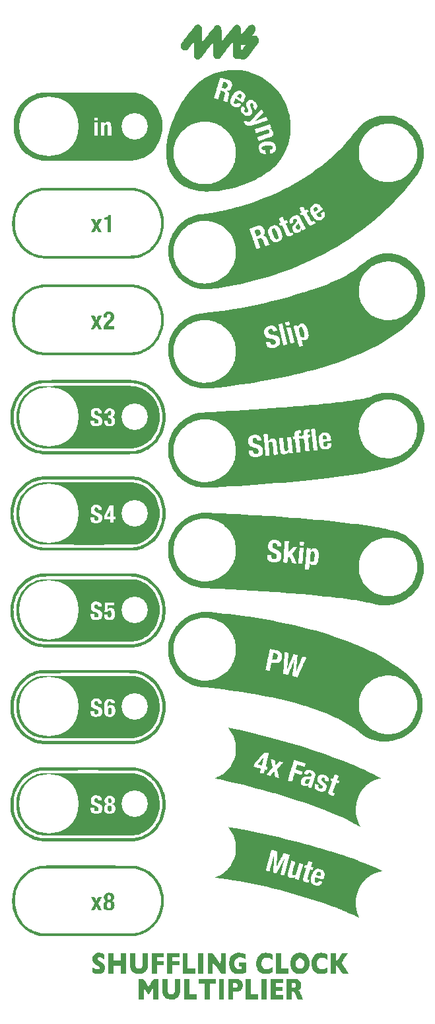
<source format=gto>
G04 #@! TF.GenerationSoftware,KiCad,Pcbnew,(5.99.0-12261-ga2c28b18a8)*
G04 #@! TF.CreationDate,2021-10-12T13:18:41-07:00*
G04 #@! TF.ProjectId,SCMv3-faceplate-p2,53434d76-332d-4666-9163-65706c617465,rev?*
G04 #@! TF.SameCoordinates,Original*
G04 #@! TF.FileFunction,Legend,Top*
G04 #@! TF.FilePolarity,Positive*
%FSLAX46Y46*%
G04 Gerber Fmt 4.6, Leading zero omitted, Abs format (unit mm)*
G04 Created by KiCad (PCBNEW (5.99.0-12261-ga2c28b18a8)) date 2021-10-12 13:18:41*
%MOMM*%
%LPD*%
G01*
G04 APERTURE LIST*
%ADD10C,3.378200*%
%ADD11C,7.620000*%
%ADD12C,7.112000*%
%ADD13C,8.255000*%
%ADD14O,7.366000X4.191000*%
G04 APERTURE END LIST*
G36*
X22595872Y-115369770D02*
G01*
X22596140Y-115501029D01*
X22596870Y-115628066D01*
X22598013Y-115747936D01*
X22599520Y-115857693D01*
X22601342Y-115954394D01*
X22603430Y-116035092D01*
X22605734Y-116096844D01*
X22608207Y-116136703D01*
X22608705Y-116141681D01*
X22624114Y-116241389D01*
X22647063Y-116339261D01*
X22675295Y-116426833D01*
X22699605Y-116482685D01*
X22755318Y-116565192D01*
X22827914Y-116631523D01*
X22913292Y-116679841D01*
X23007352Y-116708307D01*
X23105997Y-116715084D01*
X23189975Y-116702524D01*
X23282667Y-116668771D01*
X23361180Y-116617848D01*
X23426776Y-116548253D01*
X23480715Y-116458480D01*
X23524256Y-116347027D01*
X23542840Y-116281451D01*
X23547691Y-116260232D01*
X23551850Y-116236207D01*
X23555390Y-116207228D01*
X23558382Y-116171149D01*
X23560900Y-116125823D01*
X23563015Y-116069103D01*
X23564800Y-115998843D01*
X23566326Y-115912896D01*
X23567666Y-115809116D01*
X23568892Y-115685355D01*
X23570076Y-115539467D01*
X23570712Y-115452361D01*
X23575968Y-114712216D01*
X24234887Y-114712216D01*
X24234681Y-115439655D01*
X24234451Y-115622029D01*
X24233807Y-115781142D01*
X24232656Y-115919143D01*
X24230900Y-116038179D01*
X24228445Y-116140400D01*
X24225195Y-116227955D01*
X24221055Y-116302993D01*
X24215930Y-116367662D01*
X24209723Y-116424112D01*
X24202340Y-116474492D01*
X24193686Y-116520950D01*
X24184921Y-116560384D01*
X24134782Y-116720349D01*
X24064325Y-116865377D01*
X23974401Y-116994592D01*
X23865861Y-117107115D01*
X23739555Y-117202071D01*
X23596336Y-117278582D01*
X23437053Y-117335771D01*
X23430947Y-117337481D01*
X23348832Y-117355073D01*
X23251092Y-117367837D01*
X23145468Y-117375453D01*
X23039701Y-117377603D01*
X22941532Y-117373968D01*
X22858700Y-117364229D01*
X22845136Y-117361621D01*
X22680004Y-117318151D01*
X22534206Y-117259798D01*
X22405489Y-117185087D01*
X22291600Y-117092546D01*
X22190288Y-116980701D01*
X22126670Y-116891707D01*
X22084751Y-116822629D01*
X22050278Y-116753479D01*
X22019963Y-116676599D01*
X21990518Y-116584331D01*
X21981965Y-116554637D01*
X21976700Y-116535297D01*
X21972155Y-116515875D01*
X21968266Y-116494401D01*
X21964969Y-116468906D01*
X21962201Y-116437418D01*
X21959898Y-116397968D01*
X21957996Y-116348585D01*
X21956433Y-116287299D01*
X21955145Y-116212140D01*
X21954068Y-116121137D01*
X21953138Y-116012320D01*
X21952293Y-115883719D01*
X21951468Y-115733363D01*
X21950730Y-115585778D01*
X21946452Y-114712216D01*
X22595768Y-114712216D01*
X22595872Y-115369770D01*
G37*
G36*
X19224336Y-114715163D02*
G01*
X19525040Y-114718569D01*
X19850124Y-115203979D01*
X19916581Y-115303015D01*
X19978742Y-115395268D01*
X20035181Y-115478650D01*
X20084470Y-115551070D01*
X20125185Y-115610440D01*
X20155898Y-115654669D01*
X20175184Y-115681669D01*
X20181561Y-115689518D01*
X20189708Y-115679326D01*
X20210547Y-115650080D01*
X20242656Y-115603860D01*
X20284613Y-115542746D01*
X20334995Y-115468816D01*
X20392380Y-115384150D01*
X20455346Y-115290828D01*
X20515762Y-115200932D01*
X20843609Y-114712216D01*
X21439490Y-114712216D01*
X21439490Y-117342431D01*
X20778759Y-117342431D01*
X20778759Y-115838782D01*
X20493065Y-116263418D01*
X20418915Y-116373265D01*
X20357369Y-116463539D01*
X20307157Y-116535958D01*
X20267011Y-116592242D01*
X20235662Y-116634109D01*
X20211840Y-116663277D01*
X20194276Y-116681465D01*
X20181700Y-116690392D01*
X20176613Y-116691958D01*
X20167577Y-116691186D01*
X20156755Y-116685421D01*
X20142719Y-116672765D01*
X20124042Y-116651325D01*
X20099296Y-116619204D01*
X20067052Y-116574509D01*
X20025885Y-116515343D01*
X19974365Y-116439812D01*
X19911064Y-116346020D01*
X19870302Y-116285355D01*
X19808610Y-116193650D01*
X19750817Y-116108130D01*
X19698571Y-116031201D01*
X19653519Y-115965272D01*
X19617307Y-115912751D01*
X19591582Y-115876047D01*
X19577991Y-115857566D01*
X19576848Y-115856242D01*
X19573069Y-115855059D01*
X19569849Y-115861148D01*
X19567144Y-115876263D01*
X19564913Y-115902157D01*
X19563113Y-115940584D01*
X19561700Y-115993297D01*
X19560633Y-116062050D01*
X19559867Y-116148597D01*
X19559361Y-116254691D01*
X19559072Y-116382086D01*
X19558957Y-116532536D01*
X19558949Y-116590033D01*
X19558949Y-117342431D01*
X18923632Y-117342431D01*
X18923632Y-114711756D01*
X19224336Y-114715163D01*
G37*
G36*
X25391166Y-116707113D02*
G01*
X26382261Y-116707113D01*
X26382261Y-117342431D01*
X24730435Y-117342431D01*
X24730435Y-114712216D01*
X25391166Y-114712216D01*
X25391166Y-116707113D01*
G37*
G36*
X28821881Y-115347534D02*
G01*
X28034087Y-115347534D01*
X28034087Y-117342431D01*
X27386063Y-117342431D01*
X27386063Y-115347534D01*
X26585563Y-115347534D01*
X26585563Y-114712216D01*
X28821881Y-114712216D01*
X28821881Y-115347534D01*
G37*
G36*
X29851096Y-117342431D02*
G01*
X29190365Y-117342431D01*
X29190365Y-114712216D01*
X29851096Y-114712216D01*
X29851096Y-117342431D01*
G37*
G36*
X31023257Y-114715024D02*
G01*
X31167234Y-114715934D01*
X31288154Y-114716821D01*
X31388371Y-114717791D01*
X31470241Y-114718950D01*
X31536119Y-114720405D01*
X31588359Y-114722262D01*
X31629318Y-114724627D01*
X31661349Y-114727606D01*
X31686807Y-114731306D01*
X31708049Y-114735833D01*
X31727428Y-114741294D01*
X31746959Y-114747678D01*
X31867206Y-114801405D01*
X31976260Y-114876696D01*
X32071413Y-114971158D01*
X32149960Y-115082403D01*
X32172193Y-115123214D01*
X32212213Y-115223765D01*
X32240133Y-115339869D01*
X32255345Y-115464416D01*
X32257243Y-115590295D01*
X32245220Y-115710395D01*
X32228726Y-115785330D01*
X32178773Y-115923468D01*
X32111606Y-116043284D01*
X32027632Y-116144362D01*
X31927256Y-116226289D01*
X31810884Y-116288651D01*
X31698650Y-116326235D01*
X31661173Y-116334893D01*
X31622821Y-116341358D01*
X31579104Y-116345927D01*
X31525532Y-116348903D01*
X31457614Y-116350584D01*
X31370861Y-116351271D01*
X31323000Y-116351335D01*
X31045493Y-116351335D01*
X31045493Y-117342431D01*
X30384762Y-117342431D01*
X30384762Y-115220470D01*
X31045493Y-115220470D01*
X31045493Y-115846918D01*
X31207499Y-115839128D01*
X31274372Y-115834967D01*
X31336774Y-115829393D01*
X31387732Y-115823134D01*
X31420278Y-115816917D01*
X31420330Y-115816902D01*
X31489109Y-115786915D01*
X31539785Y-115740704D01*
X31572794Y-115677457D01*
X31588572Y-115596359D01*
X31588139Y-115503876D01*
X31574897Y-115417903D01*
X31548856Y-115351964D01*
X31508557Y-115303352D01*
X31464802Y-115274986D01*
X31393881Y-115249294D01*
X31303655Y-115231277D01*
X31199309Y-115221815D01*
X31143967Y-115220566D01*
X31045493Y-115220470D01*
X30384762Y-115220470D01*
X30384762Y-114711115D01*
X31023257Y-114715024D01*
G37*
G36*
X33269105Y-116707113D02*
G01*
X34260200Y-116707113D01*
X34260200Y-117342431D01*
X32608374Y-117342431D01*
X32608374Y-114712216D01*
X33269105Y-114712216D01*
X33269105Y-116707113D01*
G37*
G36*
X35289415Y-117342431D02*
G01*
X34628684Y-117342431D01*
X34628684Y-114712216D01*
X35289415Y-114712216D01*
X35289415Y-117342431D01*
G37*
G36*
X37436788Y-115245883D02*
G01*
X36483812Y-115245883D01*
X36483812Y-115716018D01*
X37385963Y-115716018D01*
X37385963Y-116249685D01*
X36483812Y-116249685D01*
X36483812Y-116808764D01*
X37462201Y-116808764D01*
X37462201Y-117342431D01*
X35823082Y-117342431D01*
X35823082Y-114712216D01*
X37436788Y-114712216D01*
X37436788Y-115245883D01*
G37*
G36*
X38532711Y-114715089D02*
G01*
X38678181Y-114716044D01*
X38800532Y-114716963D01*
X38902058Y-114717950D01*
X38985051Y-114719106D01*
X39051805Y-114720534D01*
X39104613Y-114722338D01*
X39145769Y-114724618D01*
X39177565Y-114727478D01*
X39202296Y-114731020D01*
X39222255Y-114735346D01*
X39239735Y-114740560D01*
X39257028Y-114746763D01*
X39259124Y-114747551D01*
X39374994Y-114804481D01*
X39479078Y-114882645D01*
X39569616Y-114979921D01*
X39644848Y-115094193D01*
X39703011Y-115223339D01*
X39731213Y-115315768D01*
X39745094Y-115394090D01*
X39752254Y-115485927D01*
X39752665Y-115581861D01*
X39746298Y-115672480D01*
X39733124Y-115748366D01*
X39732539Y-115750639D01*
X39689201Y-115872325D01*
X39626865Y-115981339D01*
X39547772Y-116074352D01*
X39473717Y-116135156D01*
X39412524Y-116177344D01*
X39490426Y-116255246D01*
X39522203Y-116289583D01*
X39552495Y-116328372D01*
X39582482Y-116374024D01*
X39613347Y-116428946D01*
X39646271Y-116495550D01*
X39682436Y-116576245D01*
X39723023Y-116673440D01*
X39769215Y-116789546D01*
X39822193Y-116926972D01*
X39830402Y-116948534D01*
X39864521Y-117038232D01*
X39895992Y-117120924D01*
X39923603Y-117193423D01*
X39946140Y-117252544D01*
X39962389Y-117295101D01*
X39971136Y-117317909D01*
X39972025Y-117320195D01*
X39973240Y-117326732D01*
X39969345Y-117331849D01*
X39957656Y-117335719D01*
X39935490Y-117338514D01*
X39900164Y-117340408D01*
X39848993Y-117341573D01*
X39779295Y-117342182D01*
X39688385Y-117342408D01*
X39626576Y-117342431D01*
X39272374Y-117342431D01*
X39160199Y-117034302D01*
X39109628Y-116897613D01*
X39065223Y-116782773D01*
X39025823Y-116687299D01*
X38990268Y-116608707D01*
X38957398Y-116544513D01*
X38926052Y-116492232D01*
X38895071Y-116449380D01*
X38877091Y-116428179D01*
X38831821Y-116382621D01*
X38788361Y-116352027D01*
X38738942Y-116332810D01*
X38675796Y-116321382D01*
X38637564Y-116317545D01*
X38542241Y-116309487D01*
X38542241Y-117342431D01*
X37881511Y-117342431D01*
X37881511Y-115216694D01*
X38542241Y-115216694D01*
X38542241Y-115843081D01*
X38640715Y-115842830D01*
X38704663Y-115840846D01*
X38773676Y-115835926D01*
X38826763Y-115829919D01*
X38911159Y-115813352D01*
X38974101Y-115790295D01*
X39019112Y-115758953D01*
X39049712Y-115717534D01*
X39050525Y-115715960D01*
X39074073Y-115648568D01*
X39085313Y-115568601D01*
X39083541Y-115486094D01*
X39071224Y-115421281D01*
X39046628Y-115361535D01*
X39009798Y-115314245D01*
X38958270Y-115278154D01*
X38889580Y-115252004D01*
X38801265Y-115234535D01*
X38690860Y-115224491D01*
X38685188Y-115224186D01*
X38542241Y-115216694D01*
X37881511Y-115216694D01*
X37881511Y-114710936D01*
X38532711Y-114715089D01*
G37*
G36*
X13899083Y-111390158D02*
G01*
X14066118Y-111415506D01*
X14223817Y-111463168D01*
X14374512Y-111533698D01*
X14398677Y-111547462D01*
X14489115Y-111600280D01*
X14489115Y-111911026D01*
X14488849Y-111996862D01*
X14488101Y-112073611D01*
X14486946Y-112137834D01*
X14485461Y-112186090D01*
X14483721Y-112214939D01*
X14482301Y-112221771D01*
X14469746Y-112214565D01*
X14442371Y-112195407D01*
X14405385Y-112167984D01*
X14393238Y-112158730D01*
X14269927Y-112073241D01*
X14149255Y-112007276D01*
X14033163Y-111961504D01*
X13923590Y-111936593D01*
X13822476Y-111933213D01*
X13765055Y-111942182D01*
X13701183Y-111968406D01*
X13654761Y-112009574D01*
X13626504Y-112061505D01*
X13617126Y-112120017D01*
X13627343Y-112180932D01*
X13657869Y-112240066D01*
X13705554Y-112290159D01*
X13734648Y-112311421D01*
X13780575Y-112342221D01*
X13838237Y-112379260D01*
X13902535Y-112419239D01*
X13942395Y-112443396D01*
X14063767Y-112517766D01*
X14164981Y-112583652D01*
X14248854Y-112643424D01*
X14318207Y-112699452D01*
X14375857Y-112754106D01*
X14424625Y-112809756D01*
X14467328Y-112868773D01*
X14488789Y-112902760D01*
X14529599Y-112984021D01*
X14557127Y-113073143D01*
X14572626Y-113175517D01*
X14577327Y-113283895D01*
X14567511Y-113435147D01*
X14536900Y-113573542D01*
X14486202Y-113698026D01*
X14416127Y-113807545D01*
X14327382Y-113901046D01*
X14220676Y-113977473D01*
X14096717Y-114035773D01*
X14064448Y-114046960D01*
X13977254Y-114068068D01*
X13873762Y-114081638D01*
X13762027Y-114087404D01*
X13650100Y-114085101D01*
X13546035Y-114074465D01*
X13498019Y-114065622D01*
X13333681Y-114021739D01*
X13171923Y-113963985D01*
X13095434Y-113930908D01*
X13002471Y-113887957D01*
X13002471Y-113224771D01*
X13070462Y-113274999D01*
X13144719Y-113325896D01*
X13227273Y-113375929D01*
X13311096Y-113421290D01*
X13389158Y-113458172D01*
X13453547Y-113482496D01*
X13523529Y-113498598D01*
X13602080Y-113508104D01*
X13680991Y-113510738D01*
X13752050Y-113506223D01*
X13806752Y-113494389D01*
X13856641Y-113464212D01*
X13895200Y-113416554D01*
X13917714Y-113358467D01*
X13921564Y-113322543D01*
X13915394Y-113269392D01*
X13895507Y-113220154D01*
X13859839Y-113172695D01*
X13806325Y-113124881D01*
X13732901Y-113074579D01*
X13637503Y-113019655D01*
X13618729Y-113009587D01*
X13466155Y-112922151D01*
X13337409Y-112834210D01*
X13230929Y-112744138D01*
X13145155Y-112650314D01*
X13078526Y-112551111D01*
X13029482Y-112444906D01*
X13006643Y-112372667D01*
X12993544Y-112301362D01*
X12986388Y-112214411D01*
X12985154Y-112120816D01*
X12989825Y-112029578D01*
X13000380Y-111949699D01*
X13007615Y-111917725D01*
X13054197Y-111787756D01*
X13118850Y-111675476D01*
X13201965Y-111580320D01*
X13288353Y-111511853D01*
X13363813Y-111465870D01*
X13436579Y-111432359D01*
X13513374Y-111409371D01*
X13600921Y-111394957D01*
X13705943Y-111387168D01*
X13720380Y-111386573D01*
X13899083Y-111390158D01*
G37*
G36*
X18453601Y-112078824D02*
G01*
X18453869Y-112210083D01*
X18454599Y-112337120D01*
X18455742Y-112456990D01*
X18457249Y-112566748D01*
X18459071Y-112663449D01*
X18461158Y-112744147D01*
X18463463Y-112805898D01*
X18465936Y-112845757D01*
X18466434Y-112850735D01*
X18481843Y-112950444D01*
X18504792Y-113048315D01*
X18533024Y-113135888D01*
X18557334Y-113191740D01*
X18613047Y-113274247D01*
X18685642Y-113340578D01*
X18771020Y-113388896D01*
X18865081Y-113417362D01*
X18963726Y-113424139D01*
X19047704Y-113411579D01*
X19140396Y-113377825D01*
X19218909Y-113326903D01*
X19284505Y-113257307D01*
X19338444Y-113167535D01*
X19381985Y-113056081D01*
X19400569Y-112990505D01*
X19405420Y-112969286D01*
X19409579Y-112945261D01*
X19413119Y-112916282D01*
X19416111Y-112880203D01*
X19418629Y-112834877D01*
X19420744Y-112778158D01*
X19422529Y-112707898D01*
X19424055Y-112621951D01*
X19425395Y-112518170D01*
X19426621Y-112394409D01*
X19427805Y-112248521D01*
X19428441Y-112161416D01*
X19433697Y-111421270D01*
X20092616Y-111421270D01*
X20092410Y-112148709D01*
X20092179Y-112331084D01*
X20091536Y-112490197D01*
X20090384Y-112628197D01*
X20088629Y-112747233D01*
X20086174Y-112849454D01*
X20082924Y-112937009D01*
X20078784Y-113012047D01*
X20073659Y-113076717D01*
X20067452Y-113133167D01*
X20060069Y-113183546D01*
X20051415Y-113230004D01*
X20042650Y-113269439D01*
X19992511Y-113429403D01*
X19922054Y-113574432D01*
X19832130Y-113703646D01*
X19723590Y-113816170D01*
X19597284Y-113911126D01*
X19454065Y-113987637D01*
X19294782Y-114044825D01*
X19288676Y-114046535D01*
X19206561Y-114064128D01*
X19108821Y-114076891D01*
X19003197Y-114084508D01*
X18897430Y-114086658D01*
X18799261Y-114083023D01*
X18716429Y-114073283D01*
X18702865Y-114070675D01*
X18537733Y-114027206D01*
X18391935Y-113968853D01*
X18263217Y-113894142D01*
X18149329Y-113801601D01*
X18048016Y-113689756D01*
X17984399Y-113600761D01*
X17942480Y-113531684D01*
X17908007Y-113462534D01*
X17877692Y-113385653D01*
X17848247Y-113293386D01*
X17839694Y-113263692D01*
X17834429Y-113244351D01*
X17829884Y-113224929D01*
X17825995Y-113203456D01*
X17822698Y-113177960D01*
X17819929Y-113146473D01*
X17817626Y-113107023D01*
X17815725Y-113057640D01*
X17814162Y-112996354D01*
X17812874Y-112921194D01*
X17811797Y-112830191D01*
X17810867Y-112721375D01*
X17810022Y-112592773D01*
X17809197Y-112442418D01*
X17808459Y-112294832D01*
X17804181Y-111421270D01*
X18453497Y-111421270D01*
X18453601Y-112078824D01*
G37*
G36*
X31943653Y-111388373D02*
G01*
X32042618Y-111397192D01*
X32138004Y-111412858D01*
X32237002Y-111436439D01*
X32346802Y-111469003D01*
X32420463Y-111493166D01*
X32633787Y-111564928D01*
X32633787Y-112197798D01*
X32579785Y-112164685D01*
X32445015Y-112088591D01*
X32318813Y-112031815D01*
X32195730Y-111992475D01*
X32070315Y-111968692D01*
X31989271Y-111960952D01*
X31840735Y-111961285D01*
X31706585Y-111982294D01*
X31586078Y-112024238D01*
X31478470Y-112087374D01*
X31384070Y-112170845D01*
X31324768Y-112239131D01*
X31279783Y-112305386D01*
X31244917Y-112377506D01*
X31215973Y-112463388D01*
X31203071Y-112511339D01*
X31176905Y-112655949D01*
X31172181Y-112794325D01*
X31187577Y-112924743D01*
X31221773Y-113045484D01*
X31273446Y-113154825D01*
X31341274Y-113251044D01*
X31423935Y-113332421D01*
X31520107Y-113397233D01*
X31628469Y-113443759D01*
X31747699Y-113470278D01*
X31876474Y-113475067D01*
X31938750Y-113469473D01*
X31992398Y-113461497D01*
X32040281Y-113452531D01*
X32073594Y-113444266D01*
X32077983Y-113442751D01*
X32112826Y-113429503D01*
X32112826Y-113136628D01*
X31807874Y-113136628D01*
X31807874Y-112602961D01*
X32684612Y-112602961D01*
X32684612Y-113870194D01*
X32598844Y-113908490D01*
X32487896Y-113953151D01*
X32362780Y-113995354D01*
X32234719Y-114031544D01*
X32144592Y-114052376D01*
X32069327Y-114064617D01*
X31979077Y-114074221D01*
X31879839Y-114081024D01*
X31777607Y-114084863D01*
X31678377Y-114085575D01*
X31588144Y-114082996D01*
X31512903Y-114076963D01*
X31472750Y-114070678D01*
X31297021Y-114022831D01*
X31138061Y-113955982D01*
X30996056Y-113870289D01*
X30871193Y-113765911D01*
X30763656Y-113643007D01*
X30673633Y-113501735D01*
X30601310Y-113342255D01*
X30593188Y-113320112D01*
X30541568Y-113139994D01*
X30510595Y-112948397D01*
X30500369Y-112748792D01*
X30510986Y-112544649D01*
X30542544Y-112339439D01*
X30563064Y-112249802D01*
X30617106Y-112081340D01*
X30689815Y-111930110D01*
X30781249Y-111796040D01*
X30891467Y-111679055D01*
X31020528Y-111579080D01*
X31153497Y-111503265D01*
X31232258Y-111466909D01*
X31304843Y-111439080D01*
X31377007Y-111418569D01*
X31454508Y-111404162D01*
X31543102Y-111394651D01*
X31648546Y-111388824D01*
X31706223Y-111386996D01*
X31833918Y-111385330D01*
X31943653Y-111388373D01*
G37*
G36*
X35329303Y-111392450D02*
G01*
X35439535Y-111400055D01*
X35543788Y-111414591D01*
X35648329Y-111437293D01*
X35759428Y-111469400D01*
X35883352Y-111512145D01*
X35950066Y-111537124D01*
X36051796Y-111575971D01*
X36051796Y-111924284D01*
X36051591Y-112015392D01*
X36051013Y-112097604D01*
X36050117Y-112167671D01*
X36048958Y-112222343D01*
X36047589Y-112258372D01*
X36046066Y-112272508D01*
X36045934Y-112272596D01*
X36033631Y-112265884D01*
X36005163Y-112247792D01*
X35965273Y-112221386D01*
X35934753Y-112200730D01*
X35790598Y-112112914D01*
X35651141Y-112049684D01*
X35515481Y-112010836D01*
X35382715Y-111996168D01*
X35251943Y-112005477D01*
X35159926Y-112026496D01*
X35042517Y-112073877D01*
X34935155Y-112142759D01*
X34840855Y-112230224D01*
X34762631Y-112333351D01*
X34703497Y-112449222D01*
X34692196Y-112479420D01*
X34669736Y-112568646D01*
X34657633Y-112672003D01*
X34656173Y-112780288D01*
X34665643Y-112884299D01*
X34677652Y-112944683D01*
X34722617Y-113075498D01*
X34786922Y-113190565D01*
X34869632Y-113288828D01*
X34969812Y-113369229D01*
X35086527Y-113430712D01*
X35118894Y-113443262D01*
X35193716Y-113461918D01*
X35284263Y-113471357D01*
X35382577Y-113471575D01*
X35480701Y-113462571D01*
X35570675Y-113444341D01*
X35573974Y-113443425D01*
X35736409Y-113385291D01*
X35890995Y-113305358D01*
X35953913Y-113264652D01*
X35996354Y-113235957D01*
X36030856Y-113213827D01*
X36052179Y-113201572D01*
X36056064Y-113200160D01*
X36058309Y-113212311D01*
X36060090Y-113246548D01*
X36061353Y-113299549D01*
X36062043Y-113367990D01*
X36062105Y-113448548D01*
X36061537Y-113533022D01*
X36058149Y-113865885D01*
X35956498Y-113920542D01*
X35833900Y-113977304D01*
X35696842Y-114024985D01*
X35555620Y-114060234D01*
X35493782Y-114071098D01*
X35409760Y-114080464D01*
X35312514Y-114086010D01*
X35209812Y-114087738D01*
X35109427Y-114085654D01*
X35019130Y-114079761D01*
X34950683Y-114070806D01*
X34785318Y-114028781D01*
X34633297Y-113965767D01*
X34495346Y-113882831D01*
X34372191Y-113781044D01*
X34264557Y-113661474D01*
X34173169Y-113525189D01*
X34098754Y-113373258D01*
X34042035Y-113206749D01*
X34003740Y-113026732D01*
X33984592Y-112834275D01*
X33984499Y-112647434D01*
X33996869Y-112485566D01*
X34019652Y-112341242D01*
X34054313Y-112208218D01*
X34102320Y-112080253D01*
X34133789Y-112012116D01*
X34216462Y-111871244D01*
X34318546Y-111744365D01*
X34437394Y-111633966D01*
X34570355Y-111542532D01*
X34704656Y-111476574D01*
X34783342Y-111446515D01*
X34853798Y-111424224D01*
X34922461Y-111408599D01*
X34995767Y-111398537D01*
X35080152Y-111392935D01*
X35182053Y-111390690D01*
X35206823Y-111390540D01*
X35329303Y-111392450D01*
G37*
G36*
X38385135Y-112473080D02*
G01*
X38421681Y-112296114D01*
X38477384Y-112124941D01*
X38542189Y-111981936D01*
X38626513Y-111846733D01*
X38731076Y-111724073D01*
X38852783Y-111616424D01*
X38988541Y-111526257D01*
X39135256Y-111456042D01*
X39247444Y-111418818D01*
X39287766Y-111408742D01*
X39326864Y-111401409D01*
X39369892Y-111396404D01*
X39422008Y-111393314D01*
X39488366Y-111391722D01*
X39574123Y-111391213D01*
X39590515Y-111391205D01*
X39679564Y-111391559D01*
X39748350Y-111392901D01*
X39802019Y-111395652D01*
X39845715Y-111400231D01*
X39884581Y-111407059D01*
X39923763Y-111416555D01*
X39933587Y-111419224D01*
X40099034Y-111476822D01*
X40248141Y-111553866D01*
X40380830Y-111650272D01*
X40497024Y-111765958D01*
X40596645Y-111900841D01*
X40679615Y-112054840D01*
X40745857Y-112227871D01*
X40769350Y-112308750D01*
X40782396Y-112358985D01*
X40792194Y-112401169D01*
X40799223Y-112440324D01*
X40803961Y-112481476D01*
X40806887Y-112529649D01*
X40808480Y-112589866D01*
X40809217Y-112667151D01*
X40809467Y-112730025D01*
X40809596Y-112821586D01*
X40809049Y-112892685D01*
X40807400Y-112948270D01*
X40804223Y-112993292D01*
X40799093Y-113032699D01*
X40791582Y-113071441D01*
X40781265Y-113114466D01*
X40773919Y-113142981D01*
X40716004Y-113324325D01*
X40641529Y-113488323D01*
X40551123Y-113634185D01*
X40445418Y-113761118D01*
X40325042Y-113868331D01*
X40190628Y-113955033D01*
X40089368Y-114002752D01*
X39973494Y-114040672D01*
X39841325Y-114068273D01*
X39700071Y-114084906D01*
X39556938Y-114089922D01*
X39419134Y-114082670D01*
X39334375Y-114070806D01*
X39174772Y-114030602D01*
X39028422Y-113969740D01*
X38892811Y-113886896D01*
X38765425Y-113780745D01*
X38744099Y-113759980D01*
X38638884Y-113637883D01*
X38550272Y-113499088D01*
X38478582Y-113346404D01*
X38424133Y-113182645D01*
X38387245Y-113010622D01*
X38368236Y-112833145D01*
X38367801Y-112736378D01*
X39037789Y-112736378D01*
X39047573Y-112884040D01*
X39077014Y-113015823D01*
X39126247Y-113132116D01*
X39195407Y-113233307D01*
X39218392Y-113259020D01*
X39301784Y-113329236D01*
X39398245Y-113378952D01*
X39504607Y-113407215D01*
X39617700Y-113413075D01*
X39699032Y-113403364D01*
X39808378Y-113370662D01*
X39903864Y-113317330D01*
X39984712Y-113244524D01*
X40050148Y-113153399D01*
X40099394Y-113045111D01*
X40131675Y-112920816D01*
X40146214Y-112781668D01*
X40146999Y-112736378D01*
X40137629Y-112590101D01*
X40110455Y-112459856D01*
X40066017Y-112346413D01*
X40004853Y-112250545D01*
X39927501Y-112173024D01*
X39834501Y-112114622D01*
X39726390Y-112076110D01*
X39679620Y-112066544D01*
X39582471Y-112060678D01*
X39479853Y-112072053D01*
X39383015Y-112099051D01*
X39347703Y-112114209D01*
X39261957Y-112169541D01*
X39188219Y-112245391D01*
X39127738Y-112339257D01*
X39081759Y-112448635D01*
X39051530Y-112571021D01*
X39038297Y-112703914D01*
X39037789Y-112736378D01*
X38367801Y-112736378D01*
X38367426Y-112653027D01*
X38385135Y-112473080D01*
G37*
G36*
X42419448Y-111392450D02*
G01*
X42529681Y-111400055D01*
X42633933Y-111414591D01*
X42738474Y-111437293D01*
X42849573Y-111469400D01*
X42973497Y-111512145D01*
X43040211Y-111537124D01*
X43141941Y-111575971D01*
X43141941Y-111924284D01*
X43141736Y-112015392D01*
X43141158Y-112097604D01*
X43140262Y-112167671D01*
X43139103Y-112222343D01*
X43137734Y-112258372D01*
X43136211Y-112272508D01*
X43136079Y-112272596D01*
X43123776Y-112265884D01*
X43095308Y-112247792D01*
X43055418Y-112221386D01*
X43024898Y-112200730D01*
X42880743Y-112112914D01*
X42741286Y-112049684D01*
X42605626Y-112010836D01*
X42472861Y-111996168D01*
X42342088Y-112005477D01*
X42250071Y-112026496D01*
X42132662Y-112073877D01*
X42025300Y-112142759D01*
X41931000Y-112230224D01*
X41852776Y-112333351D01*
X41793642Y-112449222D01*
X41782341Y-112479420D01*
X41759881Y-112568646D01*
X41747778Y-112672003D01*
X41746318Y-112780288D01*
X41755788Y-112884299D01*
X41767797Y-112944683D01*
X41812762Y-113075498D01*
X41877067Y-113190565D01*
X41959777Y-113288828D01*
X42059957Y-113369229D01*
X42176672Y-113430712D01*
X42209039Y-113443262D01*
X42283861Y-113461918D01*
X42374408Y-113471357D01*
X42472723Y-113471575D01*
X42570846Y-113462571D01*
X42660820Y-113444341D01*
X42664119Y-113443425D01*
X42826554Y-113385291D01*
X42981140Y-113305358D01*
X43044058Y-113264652D01*
X43086499Y-113235957D01*
X43121001Y-113213827D01*
X43142324Y-113201572D01*
X43146209Y-113200160D01*
X43148454Y-113212311D01*
X43150235Y-113246548D01*
X43151498Y-113299549D01*
X43152188Y-113367990D01*
X43152250Y-113448548D01*
X43151682Y-113533022D01*
X43148294Y-113865885D01*
X43046643Y-113920542D01*
X42924045Y-113977304D01*
X42786987Y-114024985D01*
X42645766Y-114060234D01*
X42583927Y-114071098D01*
X42499906Y-114080464D01*
X42402659Y-114086010D01*
X42299957Y-114087738D01*
X42199572Y-114085654D01*
X42109275Y-114079761D01*
X42040828Y-114070806D01*
X41875463Y-114028781D01*
X41723442Y-113965767D01*
X41585491Y-113882831D01*
X41462336Y-113781044D01*
X41354702Y-113661474D01*
X41263314Y-113525189D01*
X41188899Y-113373258D01*
X41132180Y-113206749D01*
X41093885Y-113026732D01*
X41074737Y-112834275D01*
X41074644Y-112647434D01*
X41087014Y-112485566D01*
X41109797Y-112341242D01*
X41144458Y-112208218D01*
X41192465Y-112080253D01*
X41223934Y-112012116D01*
X41306607Y-111871244D01*
X41408692Y-111744365D01*
X41527539Y-111633966D01*
X41660500Y-111542532D01*
X41794801Y-111476574D01*
X41873487Y-111446515D01*
X41943943Y-111424224D01*
X42012606Y-111408599D01*
X42085912Y-111398537D01*
X42170297Y-111392935D01*
X42272198Y-111390690D01*
X42296968Y-111390540D01*
X42419448Y-111392450D01*
G37*
G36*
X15670805Y-112386953D02*
G01*
X16636488Y-112386953D01*
X16636488Y-111421270D01*
X17297219Y-111421270D01*
X17297219Y-114051486D01*
X16636488Y-114051486D01*
X16636488Y-113022271D01*
X15670805Y-113022271D01*
X15670805Y-114051486D01*
X15010075Y-114051486D01*
X15010075Y-111421270D01*
X15670805Y-111421270D01*
X15670805Y-112386953D01*
G37*
G36*
X22125633Y-111954937D02*
G01*
X21236188Y-111954937D01*
X21236188Y-112450485D01*
X22125633Y-112450485D01*
X22125633Y-112984152D01*
X21236188Y-112984152D01*
X21236188Y-114051486D01*
X20575458Y-114051486D01*
X20575458Y-111421270D01*
X22125633Y-111421270D01*
X22125633Y-111954937D01*
G37*
G36*
X24107824Y-111954937D02*
G01*
X23218379Y-111954937D01*
X23218379Y-112450485D01*
X24107824Y-112450485D01*
X24107824Y-112984152D01*
X23218379Y-112984152D01*
X23218379Y-114051486D01*
X22557649Y-114051486D01*
X22557649Y-111421270D01*
X24107824Y-111421270D01*
X24107824Y-111954937D01*
G37*
G36*
X25200570Y-113416168D02*
G01*
X26191666Y-113416168D01*
X26191666Y-114051486D01*
X24539840Y-114051486D01*
X24539840Y-111421270D01*
X25200570Y-111421270D01*
X25200570Y-113416168D01*
G37*
G36*
X27220880Y-114051486D02*
G01*
X26560150Y-114051486D01*
X26560150Y-111421270D01*
X27220880Y-111421270D01*
X27220880Y-114051486D01*
G37*
G36*
X30105223Y-114051486D02*
G01*
X29809800Y-114050823D01*
X29514377Y-114050161D01*
X28961651Y-113326970D01*
X28408924Y-112603779D01*
X28405644Y-113327632D01*
X28402363Y-114051486D01*
X27754547Y-114051486D01*
X27754547Y-111421270D01*
X28049970Y-111421996D01*
X28345393Y-111422721D01*
X28891766Y-112139795D01*
X29438139Y-112856868D01*
X29441421Y-112139069D01*
X29444702Y-111421270D01*
X30105223Y-111421270D01*
X30105223Y-114051486D01*
G37*
G36*
X37144542Y-113416168D02*
G01*
X38135638Y-113416168D01*
X38135638Y-114051486D01*
X36483812Y-114051486D01*
X36483812Y-111421270D01*
X37144542Y-111421270D01*
X37144542Y-113416168D01*
G37*
G36*
X44241041Y-112578726D02*
G01*
X44622231Y-112000479D01*
X45003422Y-111422232D01*
X45362176Y-111421751D01*
X45720931Y-111421270D01*
X45640619Y-111545157D01*
X45616435Y-111582396D01*
X45580275Y-111637984D01*
X45534050Y-111708989D01*
X45479671Y-111792478D01*
X45419048Y-111885516D01*
X45354092Y-111985172D01*
X45286713Y-112088512D01*
X45249526Y-112145533D01*
X45184918Y-112244610D01*
X45124442Y-112337393D01*
X45069542Y-112421660D01*
X45021666Y-112495189D01*
X44982259Y-112555760D01*
X44952767Y-112601151D01*
X44934637Y-112629140D01*
X44929370Y-112637366D01*
X44934443Y-112650908D01*
X44953139Y-112684338D01*
X44984757Y-112736554D01*
X45028593Y-112806454D01*
X45083944Y-112892938D01*
X45150107Y-112994903D01*
X45226379Y-113111249D01*
X45312057Y-113240874D01*
X45375448Y-113336215D01*
X45454469Y-113454828D01*
X45529432Y-113567397D01*
X45599129Y-113672105D01*
X45662353Y-113767139D01*
X45717899Y-113850682D01*
X45764559Y-113920920D01*
X45801126Y-113976037D01*
X45826394Y-114014218D01*
X45839155Y-114033647D01*
X45840397Y-114035603D01*
X45838263Y-114040174D01*
X45824403Y-114043833D01*
X45796696Y-114046665D01*
X45753026Y-114048756D01*
X45691274Y-114050193D01*
X45609320Y-114051061D01*
X45505046Y-114051447D01*
X45449162Y-114051486D01*
X45048431Y-114051486D01*
X44241041Y-112841444D01*
X44234441Y-114051486D01*
X43573957Y-114051486D01*
X43573957Y-111421270D01*
X44234431Y-111421270D01*
X44241041Y-112578726D01*
G37*
G36*
X2681095Y-104496086D02*
G01*
X2684688Y-104393366D01*
X2690481Y-104299675D01*
X2698892Y-104209558D01*
X2710335Y-104117559D01*
X2725227Y-104018225D01*
X2742656Y-103913786D01*
X2811338Y-103585520D01*
X2902149Y-103266264D01*
X3014226Y-102957043D01*
X3146709Y-102658885D01*
X3298738Y-102372815D01*
X3469450Y-102099861D01*
X3657984Y-101841048D01*
X3863480Y-101597403D01*
X4085077Y-101369953D01*
X4321913Y-101159724D01*
X4573128Y-100967742D01*
X4837859Y-100795034D01*
X5115247Y-100642627D01*
X5404430Y-100511547D01*
X5681845Y-100410121D01*
X5953546Y-100333531D01*
X6238211Y-100275611D01*
X6530556Y-100237351D01*
X6662259Y-100226871D01*
X6690344Y-100225633D01*
X6734743Y-100224472D01*
X6795853Y-100223389D01*
X6874073Y-100222383D01*
X6969802Y-100221452D01*
X7083437Y-100220597D01*
X7215379Y-100219816D01*
X7366025Y-100219109D01*
X7535775Y-100218475D01*
X7725025Y-100217914D01*
X7934176Y-100217425D01*
X8163626Y-100217007D01*
X8413773Y-100216660D01*
X8685017Y-100216383D01*
X8977754Y-100216175D01*
X9292385Y-100216036D01*
X9629308Y-100215965D01*
X9988921Y-100215962D01*
X10371623Y-100216025D01*
X10777813Y-100216154D01*
X11207889Y-100216349D01*
X11662249Y-100216609D01*
X12141293Y-100216933D01*
X12557749Y-100217250D01*
X13012442Y-100217617D01*
X13442428Y-100217976D01*
X13848413Y-100218329D01*
X14231104Y-100218681D01*
X14591205Y-100219033D01*
X14929424Y-100219390D01*
X15246466Y-100219755D01*
X15543036Y-100220130D01*
X15819842Y-100220518D01*
X16077589Y-100220924D01*
X16316983Y-100221349D01*
X16538729Y-100221797D01*
X16743535Y-100222272D01*
X16932105Y-100222776D01*
X17105146Y-100223312D01*
X17263364Y-100223884D01*
X17407464Y-100224495D01*
X17538153Y-100225148D01*
X17656137Y-100225845D01*
X17762121Y-100226591D01*
X17856812Y-100227388D01*
X17940915Y-100228240D01*
X18015137Y-100229149D01*
X18080183Y-100230118D01*
X18136759Y-100231152D01*
X18185572Y-100232252D01*
X18227327Y-100233423D01*
X18262731Y-100234667D01*
X18292489Y-100235987D01*
X18317307Y-100237387D01*
X18337891Y-100238869D01*
X18354947Y-100240437D01*
X18369181Y-100242094D01*
X18376350Y-100243087D01*
X18633940Y-100286419D01*
X18872420Y-100338566D01*
X19097062Y-100401179D01*
X19313138Y-100475909D01*
X19525919Y-100564409D01*
X19740679Y-100668328D01*
X19751158Y-100673749D01*
X20002450Y-100814863D01*
X20239198Y-100970574D01*
X20465342Y-101143827D01*
X20684823Y-101337569D01*
X20830421Y-101480623D01*
X21054717Y-101727700D01*
X21258242Y-101988280D01*
X21440887Y-102261070D01*
X21602541Y-102544776D01*
X21743094Y-102838106D01*
X21862437Y-103139764D01*
X21960459Y-103448459D01*
X22037051Y-103762896D01*
X22092101Y-104081782D01*
X22125501Y-104403823D01*
X22137141Y-104727727D01*
X22126910Y-105052199D01*
X22094698Y-105375946D01*
X22040395Y-105697675D01*
X21963892Y-106016093D01*
X21865078Y-106329905D01*
X21743843Y-106637818D01*
X21600078Y-106938539D01*
X21433672Y-107230774D01*
X21332738Y-107387003D01*
X21138512Y-107653257D01*
X20927367Y-107901925D01*
X20700405Y-108132258D01*
X20458730Y-108343509D01*
X20203443Y-108534930D01*
X19935648Y-108705771D01*
X19656447Y-108855286D01*
X19366943Y-108982726D01*
X19068239Y-109087342D01*
X18761438Y-109168388D01*
X18682211Y-109185158D01*
X18653280Y-109191103D01*
X18626720Y-109196731D01*
X18601817Y-109202050D01*
X18577855Y-109207071D01*
X18554118Y-109211800D01*
X18529892Y-109216246D01*
X18504461Y-109220418D01*
X18477110Y-109224324D01*
X18447123Y-109227973D01*
X18413786Y-109231373D01*
X18376382Y-109234532D01*
X18334196Y-109237459D01*
X18286513Y-109240162D01*
X18232618Y-109242650D01*
X18171795Y-109244932D01*
X18103330Y-109247015D01*
X18026505Y-109248908D01*
X17940607Y-109250620D01*
X17844920Y-109252159D01*
X17738729Y-109253533D01*
X17621317Y-109254751D01*
X17491971Y-109255821D01*
X17349974Y-109256752D01*
X17194611Y-109257552D01*
X17025167Y-109258230D01*
X16840926Y-109258794D01*
X16641174Y-109259252D01*
X16425194Y-109259614D01*
X16192272Y-109259886D01*
X15941692Y-109260079D01*
X15672738Y-109260200D01*
X15384696Y-109260257D01*
X15076850Y-109260260D01*
X14748484Y-109260216D01*
X14398884Y-109260134D01*
X14027334Y-109260023D01*
X13633119Y-109259890D01*
X13215523Y-109259745D01*
X12773830Y-109259596D01*
X12383398Y-109259473D01*
X12001743Y-109259335D01*
X11626078Y-109259152D01*
X11257225Y-109258926D01*
X10896003Y-109258658D01*
X10543237Y-109258351D01*
X10199746Y-109258005D01*
X9866352Y-109257624D01*
X9543878Y-109257208D01*
X9233144Y-109256760D01*
X8934972Y-109256281D01*
X8650183Y-109255772D01*
X8379600Y-109255237D01*
X8124044Y-109254676D01*
X7884335Y-109254091D01*
X7661297Y-109253484D01*
X7455750Y-109252857D01*
X7268516Y-109252212D01*
X7100416Y-109251550D01*
X6952272Y-109250873D01*
X6824906Y-109250183D01*
X6719139Y-109249482D01*
X6635793Y-109248771D01*
X6575689Y-109248052D01*
X6539649Y-109247327D01*
X6529576Y-109246859D01*
X6216446Y-109204059D01*
X5908032Y-109136507D01*
X5605469Y-109044610D01*
X5309892Y-108928775D01*
X5022435Y-108789410D01*
X4744231Y-108626920D01*
X4673457Y-108580871D01*
X4523653Y-108477476D01*
X4387243Y-108374649D01*
X4257127Y-108266554D01*
X4126203Y-108147351D01*
X4018060Y-108042015D01*
X3786768Y-107793406D01*
X3575817Y-107529855D01*
X3385697Y-107252289D01*
X3216900Y-106961633D01*
X3069919Y-106658816D01*
X2945244Y-106344765D01*
X2843368Y-106020406D01*
X2764781Y-105686666D01*
X2762393Y-105674487D01*
X2738285Y-105545904D01*
X2719135Y-105431052D01*
X2704417Y-105324108D01*
X2693603Y-105219251D01*
X2686167Y-105110663D01*
X2681584Y-104992521D01*
X2679326Y-104859005D01*
X2678846Y-104750435D01*
X2679112Y-104667514D01*
X3034542Y-104667514D01*
X3034828Y-104792862D01*
X3036813Y-104917186D01*
X3040463Y-105035220D01*
X3045743Y-105141695D01*
X3052620Y-105231344D01*
X3057681Y-105276243D01*
X3114977Y-105617155D01*
X3194362Y-105945543D01*
X3295900Y-106261562D01*
X3419654Y-106565365D01*
X3565688Y-106857105D01*
X3734065Y-107136935D01*
X3924849Y-107405009D01*
X3958697Y-107448389D01*
X4017130Y-107518281D01*
X4090679Y-107599997D01*
X4174916Y-107689114D01*
X4265414Y-107781210D01*
X4357746Y-107871863D01*
X4447487Y-107956651D01*
X4530208Y-108031152D01*
X4601484Y-108090942D01*
X4603572Y-108092599D01*
X4845986Y-108269317D01*
X5101437Y-108426411D01*
X5367658Y-108562952D01*
X5642377Y-108678011D01*
X5923326Y-108770658D01*
X6208235Y-108839964D01*
X6494834Y-108885001D01*
X6553997Y-108891190D01*
X6574189Y-108891909D01*
X6618976Y-108892608D01*
X6687540Y-108893287D01*
X6779063Y-108893943D01*
X6892728Y-108894577D01*
X7027718Y-108895185D01*
X7183213Y-108895768D01*
X7358398Y-108896324D01*
X7552453Y-108896851D01*
X7764561Y-108897349D01*
X7993905Y-108897815D01*
X8239666Y-108898250D01*
X8501028Y-108898651D01*
X8777172Y-108899017D01*
X9067280Y-108899347D01*
X9370535Y-108899640D01*
X9686119Y-108899894D01*
X10013214Y-108900108D01*
X10351003Y-108900281D01*
X10698668Y-108900412D01*
X11055391Y-108900499D01*
X11420354Y-108900541D01*
X11792741Y-108900537D01*
X12171732Y-108900485D01*
X12462451Y-108900413D01*
X18256548Y-108898712D01*
X18433253Y-108869699D01*
X18514710Y-108855009D01*
X18609431Y-108835868D01*
X18706200Y-108814649D01*
X18793800Y-108793725D01*
X18801737Y-108791711D01*
X19091289Y-108704819D01*
X19371452Y-108594874D01*
X19641262Y-108462800D01*
X19899757Y-108309518D01*
X20145974Y-108135950D01*
X20378950Y-107943021D01*
X20597723Y-107731651D01*
X20801329Y-107502763D01*
X20988807Y-107257280D01*
X21159192Y-106996123D01*
X21311524Y-106720217D01*
X21444838Y-106430482D01*
X21546745Y-106161644D01*
X21639200Y-105853421D01*
X21708119Y-105538875D01*
X21753672Y-105219856D01*
X21776028Y-104898215D01*
X21775359Y-104575802D01*
X21751833Y-104254466D01*
X21705621Y-103936059D01*
X21636894Y-103622431D01*
X21545821Y-103315431D01*
X21432572Y-103016910D01*
X21297318Y-102728719D01*
X21217677Y-102582385D01*
X21044102Y-102302618D01*
X20854340Y-102042270D01*
X20648545Y-101801488D01*
X20426870Y-101580420D01*
X20189470Y-101379212D01*
X19936500Y-101198011D01*
X19668112Y-101036964D01*
X19514477Y-100957275D01*
X19254688Y-100840035D01*
X18997724Y-100745769D01*
X18738821Y-100673196D01*
X18473211Y-100621038D01*
X18196131Y-100588016D01*
X18116778Y-100582085D01*
X18086673Y-100580867D01*
X18034558Y-100579727D01*
X17960269Y-100578666D01*
X17863641Y-100577683D01*
X17744512Y-100576779D01*
X17602716Y-100575952D01*
X17438090Y-100575203D01*
X17250469Y-100574532D01*
X17039690Y-100573937D01*
X16805588Y-100573420D01*
X16548000Y-100572979D01*
X16266760Y-100572614D01*
X15961706Y-100572326D01*
X15632672Y-100572113D01*
X15279495Y-100571977D01*
X14902011Y-100571915D01*
X14500056Y-100571929D01*
X14073465Y-100572017D01*
X13622075Y-100572180D01*
X13145721Y-100572417D01*
X12644239Y-100572729D01*
X12259150Y-100573005D01*
X11804183Y-100573339D01*
X11373906Y-100573641D01*
X10967595Y-100573920D01*
X10584529Y-100574184D01*
X10223984Y-100574443D01*
X9885236Y-100574704D01*
X9567564Y-100574978D01*
X9270244Y-100575272D01*
X8992553Y-100575596D01*
X8733768Y-100575959D01*
X8493167Y-100576369D01*
X8270026Y-100576835D01*
X8063623Y-100577366D01*
X7873235Y-100577971D01*
X7698138Y-100578658D01*
X7537610Y-100579437D01*
X7390927Y-100580317D01*
X7257368Y-100581305D01*
X7136208Y-100582412D01*
X7026726Y-100583645D01*
X6928197Y-100585015D01*
X6839900Y-100586528D01*
X6761111Y-100588195D01*
X6691107Y-100590025D01*
X6629166Y-100592025D01*
X6574564Y-100594206D01*
X6526579Y-100596575D01*
X6484487Y-100599141D01*
X6447566Y-100601914D01*
X6415093Y-100604903D01*
X6386344Y-100608115D01*
X6360598Y-100611560D01*
X6337130Y-100615248D01*
X6315219Y-100619185D01*
X6294140Y-100623382D01*
X6273172Y-100627848D01*
X6251590Y-100632590D01*
X6228674Y-100637619D01*
X6203698Y-100642942D01*
X6182360Y-100647297D01*
X5895822Y-100717302D01*
X5615775Y-100811172D01*
X5343516Y-100927896D01*
X5080343Y-101066463D01*
X4827555Y-101225862D01*
X4586448Y-101405083D01*
X4358322Y-101603112D01*
X4144474Y-101818940D01*
X3946202Y-102051556D01*
X3764804Y-102299948D01*
X3601577Y-102563105D01*
X3513540Y-102726418D01*
X3383415Y-103002169D01*
X3274917Y-103277956D01*
X3186658Y-103558384D01*
X3117250Y-103848063D01*
X3065304Y-104151599D01*
X3051078Y-104261240D01*
X3044224Y-104338006D01*
X3039206Y-104434818D01*
X3035990Y-104546410D01*
X3034542Y-104667514D01*
X2679112Y-104667514D01*
X2679286Y-104613291D01*
X2681095Y-104496086D01*
G37*
G36*
X29441833Y-101855600D02*
G01*
X28885413Y-101785092D01*
X28796626Y-101773792D01*
X28729235Y-101763908D01*
X28684278Y-101755626D01*
X28662793Y-101749132D01*
X28663052Y-101745406D01*
X28684914Y-101736996D01*
X28724491Y-101721813D01*
X28775765Y-101702163D01*
X28821881Y-101684503D01*
X29110391Y-101560690D01*
X29385951Y-101415625D01*
X29647686Y-101250421D01*
X29894718Y-101066187D01*
X30126172Y-100864034D01*
X30148388Y-100841409D01*
X35204543Y-100841409D01*
X35217657Y-100848417D01*
X35250637Y-100860313D01*
X35298842Y-100875792D01*
X35357628Y-100893550D01*
X35422356Y-100912279D01*
X35488384Y-100930677D01*
X35551069Y-100947436D01*
X35605771Y-100961252D01*
X35647848Y-100970819D01*
X35672659Y-100974832D01*
X35677168Y-100974321D01*
X35681228Y-100961553D01*
X35691471Y-100926041D01*
X35707407Y-100869561D01*
X35728543Y-100793892D01*
X35754389Y-100700809D01*
X35784453Y-100592088D01*
X35818242Y-100469508D01*
X35855267Y-100334844D01*
X35895035Y-100189872D01*
X35937055Y-100036371D01*
X35971942Y-99908695D01*
X36023635Y-99719620D01*
X36069125Y-99553838D01*
X36108780Y-99410094D01*
X36142968Y-99287132D01*
X36172057Y-99183698D01*
X36196414Y-99098536D01*
X36216408Y-99030391D01*
X36232406Y-98978008D01*
X36244776Y-98940130D01*
X36253886Y-98915503D01*
X36260104Y-98902872D01*
X36263797Y-98900982D01*
X36265281Y-98907641D01*
X36265219Y-98927916D01*
X36264072Y-98971217D01*
X36261943Y-99035186D01*
X36258934Y-99117465D01*
X36255148Y-99215695D01*
X36250687Y-99327519D01*
X36245654Y-99450577D01*
X36240151Y-99582511D01*
X36234281Y-99720962D01*
X36228147Y-99863574D01*
X36221851Y-100007986D01*
X36215496Y-100151840D01*
X36209184Y-100292779D01*
X36203017Y-100428444D01*
X36197099Y-100556475D01*
X36191533Y-100674516D01*
X36186419Y-100780208D01*
X36181862Y-100871191D01*
X36177964Y-100945108D01*
X36174826Y-100999601D01*
X36173281Y-101022979D01*
X36166700Y-101113782D01*
X36264901Y-101140383D01*
X36326772Y-101157217D01*
X36398666Y-101176883D01*
X36466114Y-101195426D01*
X36472854Y-101197286D01*
X36582607Y-101227586D01*
X37100860Y-100243834D01*
X37178481Y-100096624D01*
X37252973Y-99955599D01*
X37323454Y-99822416D01*
X37389041Y-99698733D01*
X37448849Y-99586208D01*
X37501996Y-99486498D01*
X37547598Y-99401263D01*
X37584772Y-99332158D01*
X37612633Y-99280843D01*
X37630300Y-99248975D01*
X37636613Y-99238450D01*
X37649322Y-99224340D01*
X37650203Y-99231704D01*
X37647695Y-99242231D01*
X37643448Y-99258131D01*
X37633035Y-99296703D01*
X37616958Y-99356099D01*
X37595719Y-99434467D01*
X37569820Y-99529959D01*
X37539763Y-99640724D01*
X37506049Y-99764912D01*
X37469181Y-99900675D01*
X37429660Y-100046162D01*
X37387989Y-100199524D01*
X37361144Y-100298297D01*
X37318502Y-100455392D01*
X37277837Y-100605608D01*
X37239637Y-100747115D01*
X37204393Y-100878080D01*
X37172594Y-100996674D01*
X37144728Y-101101066D01*
X37121285Y-101189425D01*
X37102754Y-101259920D01*
X37089623Y-101310720D01*
X37082383Y-101339995D01*
X37081067Y-101346572D01*
X37091756Y-101356409D01*
X37124325Y-101370415D01*
X37179601Y-101388877D01*
X37258412Y-101412081D01*
X37319311Y-101428934D01*
X37392843Y-101448838D01*
X37457345Y-101466138D01*
X37509057Y-101479840D01*
X37544218Y-101488947D01*
X37559069Y-101492466D01*
X37559306Y-101492466D01*
X37562806Y-101480301D01*
X37572524Y-101445191D01*
X37588028Y-101388722D01*
X37599257Y-101347676D01*
X38023674Y-101347676D01*
X38037328Y-101452055D01*
X38073365Y-101544532D01*
X38131658Y-101624931D01*
X38212082Y-101693078D01*
X38314510Y-101748799D01*
X38436424Y-101791264D01*
X38498961Y-101806073D01*
X38555822Y-101813136D01*
X38619779Y-101813717D01*
X38650171Y-101812420D01*
X38745167Y-101801925D01*
X38824246Y-101779590D01*
X38895254Y-101742575D01*
X38945352Y-101705599D01*
X38976289Y-101681682D01*
X38998556Y-101667142D01*
X39005980Y-101664866D01*
X39004855Y-101678400D01*
X38997739Y-101710574D01*
X38985964Y-101755694D01*
X38978677Y-101781568D01*
X38965012Y-101830895D01*
X38955232Y-101869967D01*
X38950692Y-101893166D01*
X38950827Y-101897071D01*
X38964787Y-101902395D01*
X38998471Y-101913167D01*
X39047122Y-101928007D01*
X39105986Y-101945534D01*
X39170307Y-101964367D01*
X39235330Y-101983127D01*
X39296300Y-102000432D01*
X39348462Y-102014902D01*
X39387060Y-102025156D01*
X39407340Y-102029813D01*
X39408464Y-102029941D01*
X39428284Y-102019179D01*
X39442834Y-101989980D01*
X39448438Y-101971328D01*
X39460553Y-101930267D01*
X39478596Y-101868792D01*
X39501986Y-101788895D01*
X39530139Y-101692572D01*
X39562473Y-101581816D01*
X39598406Y-101458621D01*
X39637355Y-101324981D01*
X39678738Y-101182890D01*
X39721972Y-101034343D01*
X39723971Y-101027474D01*
X39767201Y-100878939D01*
X39808550Y-100736965D01*
X39847444Y-100603520D01*
X39883306Y-100480576D01*
X39915561Y-100370102D01*
X39943634Y-100274069D01*
X39966948Y-100194448D01*
X39984928Y-100133208D01*
X39996998Y-100092320D01*
X40002583Y-100073756D01*
X40002692Y-100073417D01*
X40013394Y-100040571D01*
X39760224Y-99966908D01*
X39684376Y-99945111D01*
X39617255Y-99926340D01*
X39562508Y-99911574D01*
X39523783Y-99901788D01*
X39504726Y-99897961D01*
X39503401Y-99898103D01*
X39499287Y-99910870D01*
X39488777Y-99945832D01*
X39472519Y-100000766D01*
X39451165Y-100073451D01*
X39425365Y-100161664D01*
X39395769Y-100263185D01*
X39363028Y-100375790D01*
X39327791Y-100497260D01*
X39304875Y-100576398D01*
X39267793Y-100704105D01*
X39232221Y-100825778D01*
X39198887Y-100938981D01*
X39168518Y-101041280D01*
X39141844Y-101130240D01*
X39119592Y-101203426D01*
X39102491Y-101258403D01*
X39091269Y-101292735D01*
X39087853Y-101301968D01*
X39057473Y-101356804D01*
X39016344Y-101409290D01*
X38971710Y-101450927D01*
X38947589Y-101466492D01*
X38904606Y-101479371D01*
X38847246Y-101484258D01*
X38785306Y-101480992D01*
X38730813Y-101470089D01*
X38689963Y-101452070D01*
X38646970Y-101424706D01*
X38634041Y-101414363D01*
X38610401Y-101393006D01*
X38596331Y-101374584D01*
X38589349Y-101351706D01*
X38586971Y-101316981D01*
X38586713Y-101273524D01*
X38587153Y-101250794D01*
X38588835Y-101227053D01*
X38592306Y-101200183D01*
X38598111Y-101168066D01*
X38606795Y-101128582D01*
X38618905Y-101079614D01*
X38634985Y-101019043D01*
X38655581Y-100944749D01*
X38681240Y-100854616D01*
X38712505Y-100746523D01*
X38749924Y-100618353D01*
X38794041Y-100467987D01*
X38794958Y-100464866D01*
X38832759Y-100335741D01*
X38868133Y-100213983D01*
X38900470Y-100101757D01*
X38929158Y-100001227D01*
X38953587Y-99914558D01*
X38973146Y-99843914D01*
X38987225Y-99791458D01*
X38995213Y-99759357D01*
X38996753Y-99749686D01*
X38982740Y-99743870D01*
X38949127Y-99732740D01*
X38900369Y-99717585D01*
X38840917Y-99699693D01*
X38775224Y-99680352D01*
X38707744Y-99660851D01*
X38642928Y-99642478D01*
X38585229Y-99626522D01*
X38539101Y-99614271D01*
X38508995Y-99607013D01*
X38499312Y-99605750D01*
X38494020Y-99619917D01*
X38482553Y-99656061D01*
X38465622Y-99711699D01*
X38443941Y-99784347D01*
X38418222Y-99871521D01*
X38389179Y-99970737D01*
X38357526Y-100079513D01*
X38323974Y-100195363D01*
X38289237Y-100315805D01*
X38254029Y-100438355D01*
X38219061Y-100560529D01*
X38185048Y-100679844D01*
X38152703Y-100793815D01*
X38122738Y-100899960D01*
X38095866Y-100995794D01*
X38072802Y-101078834D01*
X38054257Y-101146595D01*
X38040944Y-101196596D01*
X38033578Y-101226350D01*
X38032529Y-101231569D01*
X38023674Y-101347676D01*
X37599257Y-101347676D01*
X37608887Y-101312476D01*
X37634670Y-101218038D01*
X37664944Y-101106990D01*
X37699279Y-100980917D01*
X37737242Y-100841401D01*
X37778404Y-100690027D01*
X37822331Y-100528379D01*
X37868592Y-100358039D01*
X37916757Y-100180592D01*
X37919687Y-100169795D01*
X37967988Y-99991743D01*
X38014408Y-99820540D01*
X38058514Y-99657786D01*
X38099874Y-99505081D01*
X38138055Y-99364023D01*
X38172625Y-99236213D01*
X38203151Y-99123249D01*
X38229201Y-99026732D01*
X38250342Y-98948261D01*
X38266142Y-98889436D01*
X38276169Y-98851856D01*
X38279990Y-98837120D01*
X38280010Y-98837011D01*
X38268687Y-98831542D01*
X38236346Y-98820502D01*
X38186517Y-98804886D01*
X38122732Y-98785689D01*
X38048521Y-98763907D01*
X37967415Y-98740537D01*
X37882945Y-98716573D01*
X37798643Y-98693011D01*
X37718038Y-98670848D01*
X37644662Y-98651078D01*
X37582046Y-98634697D01*
X37533721Y-98622702D01*
X37503218Y-98616088D01*
X37493995Y-98615362D01*
X37487738Y-98627103D01*
X37470914Y-98659809D01*
X37444400Y-98711753D01*
X37409070Y-98781208D01*
X37365801Y-98866449D01*
X37315468Y-98965749D01*
X37258946Y-99077380D01*
X37197111Y-99199617D01*
X37130838Y-99330734D01*
X37061004Y-99469003D01*
X37040780Y-99509064D01*
X36951752Y-99685109D01*
X36873517Y-99839090D01*
X36805677Y-99971761D01*
X36747834Y-100083876D01*
X36699589Y-100176187D01*
X36660546Y-100249447D01*
X36630305Y-100304410D01*
X36608469Y-100341828D01*
X36594640Y-100362455D01*
X36588420Y-100367044D01*
X36588012Y-100365815D01*
X36588243Y-100348131D01*
X36590098Y-100307131D01*
X36593450Y-100244851D01*
X36598174Y-100163327D01*
X36604146Y-100064597D01*
X36611240Y-99950697D01*
X36619330Y-99823663D01*
X36628292Y-99685532D01*
X36638000Y-99538340D01*
X36648328Y-99384123D01*
X36649260Y-99370318D01*
X36659567Y-99216367D01*
X36669191Y-99069841D01*
X36678016Y-98932708D01*
X36685923Y-98806932D01*
X36692795Y-98694480D01*
X36698513Y-98597318D01*
X36702961Y-98517412D01*
X36706019Y-98456728D01*
X36707571Y-98417232D01*
X36707498Y-98400889D01*
X36707377Y-98400580D01*
X36693968Y-98395665D01*
X36659780Y-98385243D01*
X36608356Y-98370288D01*
X36543240Y-98351770D01*
X36467976Y-98330662D01*
X36386107Y-98307936D01*
X36301179Y-98284564D01*
X36216733Y-98261518D01*
X36136315Y-98239771D01*
X36063467Y-98220295D01*
X36001734Y-98204061D01*
X35954660Y-98192042D01*
X35925788Y-98185211D01*
X35918194Y-98184091D01*
X35913699Y-98197589D01*
X35903213Y-98233660D01*
X35887257Y-98290368D01*
X35866350Y-98365775D01*
X35841013Y-98457945D01*
X35811765Y-98564943D01*
X35779126Y-98684832D01*
X35743618Y-98815675D01*
X35705759Y-98955536D01*
X35666070Y-99102479D01*
X35625070Y-99254567D01*
X35583280Y-99409864D01*
X35541220Y-99566434D01*
X35499410Y-99722340D01*
X35458369Y-99875646D01*
X35418619Y-100024416D01*
X35380678Y-100166713D01*
X35345067Y-100300600D01*
X35312306Y-100424142D01*
X35282916Y-100535403D01*
X35257415Y-100632444D01*
X35236324Y-100713332D01*
X35220163Y-100776128D01*
X35209453Y-100818897D01*
X35204713Y-100839702D01*
X35204543Y-100841409D01*
X30148388Y-100841409D01*
X30341170Y-100645074D01*
X30538836Y-100410417D01*
X30718293Y-100161174D01*
X30878664Y-99898455D01*
X31019074Y-99623373D01*
X31138646Y-99337037D01*
X31236502Y-99040558D01*
X31311767Y-98735048D01*
X31356930Y-98471960D01*
X31367382Y-98377375D01*
X31375696Y-98264236D01*
X31381710Y-98139324D01*
X31385267Y-98009419D01*
X31386207Y-97881302D01*
X31384371Y-97761756D01*
X31379599Y-97657560D01*
X31376875Y-97622171D01*
X31336018Y-97300361D01*
X31271284Y-96987010D01*
X31182883Y-96682624D01*
X31071021Y-96387709D01*
X30935907Y-96102771D01*
X30777749Y-95828315D01*
X30596755Y-95564848D01*
X30458084Y-95389029D01*
X30423654Y-95346641D01*
X30397564Y-95312476D01*
X30382700Y-95290459D01*
X30380949Y-95284223D01*
X30401335Y-95286488D01*
X30444500Y-95292988D01*
X30508238Y-95303328D01*
X30590341Y-95317114D01*
X30688602Y-95333953D01*
X30800812Y-95353450D01*
X30924764Y-95375212D01*
X31058250Y-95398846D01*
X31199063Y-95423956D01*
X31344996Y-95450149D01*
X31493839Y-95477032D01*
X31643387Y-95504210D01*
X31791431Y-95531290D01*
X31935764Y-95557877D01*
X32074178Y-95583578D01*
X32204466Y-95608000D01*
X32324419Y-95630747D01*
X32341541Y-95634020D01*
X33130196Y-95788169D01*
X33922317Y-95949297D01*
X34716402Y-96116999D01*
X35510949Y-96290872D01*
X36304456Y-96470510D01*
X37095420Y-96655510D01*
X37882341Y-96845468D01*
X38663716Y-97039980D01*
X39438043Y-97238640D01*
X40203820Y-97441046D01*
X40959546Y-97646792D01*
X41703719Y-97855475D01*
X42434836Y-98066690D01*
X43151396Y-98280034D01*
X43851897Y-98495101D01*
X44534837Y-98711489D01*
X45198714Y-98928792D01*
X45842026Y-99146606D01*
X46463271Y-99364527D01*
X47060948Y-99582152D01*
X47188914Y-99629871D01*
X47662466Y-99810173D01*
X48119603Y-99990157D01*
X48558646Y-100169123D01*
X48977914Y-100346372D01*
X49375727Y-100521203D01*
X49750405Y-100692917D01*
X49812689Y-100722226D01*
X49928259Y-100777015D01*
X50022447Y-100822136D01*
X50096978Y-100858496D01*
X50153578Y-100887001D01*
X50193972Y-100908557D01*
X50219887Y-100924073D01*
X50233048Y-100934453D01*
X50235181Y-100940606D01*
X50232086Y-100942581D01*
X50212528Y-100947349D01*
X50173764Y-100955588D01*
X50121572Y-100966103D01*
X50066903Y-100976715D01*
X49785966Y-101042456D01*
X49504404Y-101132150D01*
X49225096Y-101244580D01*
X48950921Y-101378530D01*
X48684756Y-101532782D01*
X48561201Y-101613330D01*
X48342545Y-101773922D01*
X48128635Y-101955664D01*
X47923668Y-102154296D01*
X47731845Y-102365562D01*
X47557362Y-102585202D01*
X47446038Y-102744304D01*
X47279010Y-103020018D01*
X47135070Y-103305348D01*
X47014400Y-103598965D01*
X46917182Y-103899540D01*
X46843598Y-104205743D01*
X46793832Y-104516245D01*
X46768064Y-104829716D01*
X46766478Y-105144828D01*
X46789256Y-105460249D01*
X46836580Y-105774652D01*
X46908633Y-106086707D01*
X46962709Y-106268844D01*
X47067693Y-106557955D01*
X47161548Y-106773922D01*
X47184128Y-106824011D01*
X47200883Y-106864269D01*
X47209976Y-106890068D01*
X47210414Y-106897184D01*
X47195689Y-106891438D01*
X47164551Y-106876766D01*
X47123085Y-106856060D01*
X47112676Y-106850723D01*
X46936114Y-106762152D01*
X46737270Y-106666804D01*
X46518112Y-106565498D01*
X46280609Y-106459054D01*
X46026729Y-106348292D01*
X45758441Y-106234030D01*
X45477712Y-106117088D01*
X45186513Y-105998286D01*
X44886810Y-105878444D01*
X44580573Y-105758380D01*
X44269771Y-105638914D01*
X43956370Y-105520866D01*
X43642341Y-105405056D01*
X43624162Y-105398429D01*
X42820658Y-105111994D01*
X42003120Y-104832815D01*
X41173586Y-104561392D01*
X40334094Y-104298224D01*
X39486682Y-104043811D01*
X38633389Y-103798652D01*
X37776252Y-103563247D01*
X36917309Y-103338097D01*
X36058598Y-103123699D01*
X35202158Y-102920555D01*
X34350025Y-102729163D01*
X33504239Y-102550024D01*
X32666838Y-102383637D01*
X31839858Y-102230501D01*
X31025339Y-102091117D01*
X30649828Y-102032382D01*
X39981413Y-102032382D01*
X39995612Y-102101463D01*
X40026714Y-102159682D01*
X40076790Y-102209712D01*
X40147911Y-102254224D01*
X40242148Y-102295890D01*
X40253835Y-102300347D01*
X40284956Y-102310947D01*
X40333305Y-102326118D01*
X40393278Y-102344236D01*
X40459270Y-102363675D01*
X40525678Y-102382809D01*
X40586895Y-102400014D01*
X40637320Y-102413663D01*
X40671346Y-102422132D01*
X40679229Y-102423724D01*
X40689482Y-102414696D01*
X40694320Y-102402936D01*
X40700417Y-102382600D01*
X40712304Y-102343555D01*
X40728279Y-102291377D01*
X40746640Y-102231638D01*
X40747044Y-102230325D01*
X40764358Y-102172861D01*
X40778027Y-102125091D01*
X40786756Y-102091729D01*
X40789248Y-102077488D01*
X40789131Y-102077311D01*
X40775457Y-102072945D01*
X40745092Y-102064664D01*
X40721914Y-102058669D01*
X40646085Y-102034451D01*
X40978698Y-102034451D01*
X40981608Y-102156559D01*
X41002069Y-102266544D01*
X41040251Y-102366650D01*
X41076331Y-102430084D01*
X41143830Y-102516106D01*
X41228055Y-102590936D01*
X41330887Y-102655724D01*
X41454205Y-102711617D01*
X41599888Y-102759761D01*
X41629885Y-102768028D01*
X41688031Y-102781200D01*
X41746401Y-102788504D01*
X41814554Y-102790843D01*
X41864952Y-102790218D01*
X41929593Y-102788026D01*
X41976632Y-102784082D01*
X42013882Y-102776869D01*
X42049153Y-102764870D01*
X42090255Y-102746570D01*
X42090599Y-102746408D01*
X42147736Y-102714304D01*
X42207248Y-102672747D01*
X42246851Y-102639387D01*
X42287582Y-102596148D01*
X42329111Y-102543949D01*
X42369034Y-102486905D01*
X42404948Y-102429130D01*
X42434451Y-102374740D01*
X42455138Y-102327849D01*
X42464608Y-102292572D01*
X42460686Y-102273232D01*
X42445708Y-102266264D01*
X42411440Y-102253342D01*
X42362840Y-102236114D01*
X42304865Y-102216228D01*
X42242475Y-102195334D01*
X42180628Y-102175079D01*
X42124282Y-102157113D01*
X42078396Y-102143083D01*
X42047927Y-102134639D01*
X42038696Y-102132926D01*
X42026549Y-102143189D01*
X42006919Y-102170038D01*
X41985031Y-102205988D01*
X41943097Y-102275878D01*
X41905601Y-102327117D01*
X41868150Y-102364882D01*
X41826349Y-102394351D01*
X41824018Y-102395728D01*
X41785226Y-102415528D01*
X41750843Y-102423449D01*
X41707381Y-102422255D01*
X41698713Y-102421406D01*
X41620238Y-102402879D01*
X41558337Y-102365370D01*
X41513485Y-102309171D01*
X41511956Y-102306358D01*
X41490395Y-102243577D01*
X41481815Y-102162854D01*
X41486088Y-102068016D01*
X41503087Y-101962891D01*
X41526442Y-101871664D01*
X41543869Y-101814452D01*
X41559510Y-101765604D01*
X41571542Y-101730664D01*
X41577755Y-101715727D01*
X41587583Y-101713952D01*
X41612420Y-101717909D01*
X41653653Y-101727995D01*
X41712670Y-101744611D01*
X41790857Y-101768154D01*
X41889603Y-101799024D01*
X42010295Y-101837619D01*
X42077817Y-101859455D01*
X42184643Y-101894004D01*
X42284087Y-101925970D01*
X42373519Y-101954524D01*
X42450312Y-101978834D01*
X42511837Y-101998071D01*
X42555464Y-102011403D01*
X42578566Y-102018001D01*
X42581423Y-102018569D01*
X42590881Y-102006856D01*
X42604975Y-101974322D01*
X42622482Y-101924873D01*
X42642176Y-101862416D01*
X42662833Y-101790856D01*
X42683228Y-101714101D01*
X42702139Y-101636056D01*
X42704338Y-101626399D01*
X42732765Y-101470410D01*
X42743301Y-101331081D01*
X42735633Y-101206720D01*
X42709450Y-101095637D01*
X42664439Y-100996140D01*
X42600288Y-100906537D01*
X42564504Y-100868412D01*
X42476177Y-100796365D01*
X42370310Y-100734676D01*
X42252286Y-100684835D01*
X42127484Y-100648335D01*
X42001285Y-100626669D01*
X41879070Y-100621330D01*
X41766220Y-100633809D01*
X41740345Y-100639824D01*
X41645180Y-100672255D01*
X41560200Y-100718922D01*
X41478283Y-100784076D01*
X41444612Y-100816434D01*
X41364732Y-100909268D01*
X41290217Y-101022345D01*
X41220638Y-101156616D01*
X41155561Y-101313037D01*
X41094557Y-101492560D01*
X41037195Y-101696138D01*
X41024858Y-101744902D01*
X40993171Y-101897980D01*
X40978698Y-102034451D01*
X40646085Y-102034451D01*
X40643511Y-102033629D01*
X40588381Y-102003249D01*
X40554603Y-101965528D01*
X40540258Y-101918469D01*
X40541710Y-101871069D01*
X40546313Y-101851578D01*
X40557305Y-101811357D01*
X40573814Y-101753303D01*
X40594972Y-101680313D01*
X40619907Y-101595284D01*
X40647749Y-101501113D01*
X40677628Y-101400697D01*
X40708674Y-101296933D01*
X40740017Y-101192718D01*
X40770785Y-101090949D01*
X40800109Y-100994523D01*
X40827118Y-100906338D01*
X40850943Y-100829290D01*
X40870712Y-100766275D01*
X40885556Y-100720193D01*
X40894604Y-100693938D01*
X40896837Y-100688952D01*
X40909528Y-100691194D01*
X40941483Y-100699821D01*
X40987775Y-100713435D01*
X41039510Y-100729390D01*
X41095273Y-100746738D01*
X41141789Y-100760853D01*
X41173927Y-100770202D01*
X41186374Y-100773274D01*
X41193114Y-100762000D01*
X41204874Y-100731717D01*
X41219645Y-100687840D01*
X41227631Y-100662166D01*
X41245264Y-100604054D01*
X41262475Y-100547468D01*
X41276247Y-100502314D01*
X41279267Y-100492446D01*
X41297211Y-100433906D01*
X41152263Y-100390795D01*
X41095961Y-100373045D01*
X41049868Y-100356601D01*
X41018744Y-100343297D01*
X41007353Y-100334977D01*
X41010917Y-100319606D01*
X41020877Y-100283595D01*
X41036173Y-100230598D01*
X41055743Y-100164269D01*
X41078527Y-100088261D01*
X41090036Y-100050256D01*
X41113672Y-99971561D01*
X41134235Y-99901359D01*
X41150737Y-99843168D01*
X41162192Y-99800503D01*
X41167612Y-99776882D01*
X41167767Y-99773326D01*
X41154709Y-99768199D01*
X41122017Y-99757269D01*
X41074090Y-99741886D01*
X41015328Y-99723400D01*
X40950128Y-99703163D01*
X40882891Y-99682524D01*
X40818015Y-99662835D01*
X40759899Y-99645445D01*
X40712943Y-99631705D01*
X40681544Y-99622966D01*
X40670112Y-99620545D01*
X40665994Y-99632976D01*
X40655515Y-99666271D01*
X40639740Y-99716991D01*
X40619739Y-99781699D01*
X40596577Y-99856955D01*
X40582459Y-99902961D01*
X40557934Y-99982688D01*
X40535890Y-100053822D01*
X40517406Y-100112923D01*
X40503563Y-100156547D01*
X40495441Y-100181252D01*
X40493789Y-100185546D01*
X40481234Y-100183274D01*
X40449692Y-100174732D01*
X40404386Y-100161387D01*
X40366580Y-100149758D01*
X40314442Y-100134028D01*
X40272099Y-100122326D01*
X40244862Y-100116055D01*
X40237606Y-100115667D01*
X40232252Y-100128847D01*
X40221495Y-100160600D01*
X40206997Y-100205542D01*
X40190415Y-100258292D01*
X40173410Y-100313468D01*
X40157642Y-100365686D01*
X40144770Y-100409565D01*
X40136454Y-100439723D01*
X40134280Y-100450756D01*
X40146757Y-100455207D01*
X40178107Y-100465180D01*
X40222848Y-100478949D01*
X40251246Y-100487537D01*
X40302274Y-100503564D01*
X40344068Y-100517972D01*
X40370596Y-100528616D01*
X40376345Y-100531945D01*
X40374881Y-100545735D01*
X40366530Y-100581388D01*
X40351972Y-100636506D01*
X40331885Y-100708693D01*
X40306949Y-100795551D01*
X40277843Y-100894683D01*
X40245245Y-101003691D01*
X40209835Y-101120179D01*
X40208475Y-101124619D01*
X40162797Y-101273692D01*
X40123994Y-101400628D01*
X40091476Y-101507581D01*
X40064650Y-101596705D01*
X40042926Y-101670154D01*
X40025713Y-101730082D01*
X40012419Y-101778643D01*
X40002454Y-101817992D01*
X39995227Y-101850282D01*
X39990145Y-101877668D01*
X39986619Y-101902304D01*
X39984057Y-101926343D01*
X39982044Y-101949769D01*
X39981413Y-102032382D01*
X30649828Y-102032382D01*
X30225318Y-101965983D01*
X29441833Y-101855600D01*
G37*
G36*
X2454775Y-92071309D02*
G01*
X2460782Y-91949407D01*
X2469963Y-91835197D01*
X2482814Y-91722792D01*
X2499826Y-91606302D01*
X2521494Y-91479841D01*
X2526564Y-91452105D01*
X2600892Y-91116215D01*
X2698095Y-90788334D01*
X2817341Y-90469680D01*
X2957794Y-90161476D01*
X3118619Y-89864942D01*
X3298983Y-89581299D01*
X3498049Y-89311768D01*
X3714985Y-89057569D01*
X3948955Y-88819925D01*
X4199124Y-88600055D01*
X4464658Y-88399181D01*
X4731768Y-88226231D01*
X5018429Y-88069274D01*
X5314212Y-87935580D01*
X5619914Y-87824876D01*
X5936334Y-87736884D01*
X6264272Y-87671329D01*
X6395168Y-87651825D01*
X6409402Y-87649998D01*
X6424818Y-87648269D01*
X6442121Y-87646636D01*
X6462013Y-87645096D01*
X6485197Y-87643646D01*
X6512377Y-87642284D01*
X6544256Y-87641006D01*
X6581537Y-87639810D01*
X6624923Y-87638694D01*
X6675119Y-87637654D01*
X6732827Y-87636688D01*
X6798750Y-87635794D01*
X6873591Y-87634967D01*
X6958055Y-87634207D01*
X7052843Y-87633510D01*
X7158661Y-87632872D01*
X7276210Y-87632293D01*
X7406194Y-87631768D01*
X7549316Y-87631296D01*
X7706280Y-87630873D01*
X7877789Y-87630497D01*
X8064546Y-87630165D01*
X8267254Y-87629874D01*
X8486617Y-87629622D01*
X8723338Y-87629406D01*
X8978120Y-87629223D01*
X9251667Y-87629071D01*
X9544682Y-87628946D01*
X9857868Y-87628847D01*
X10191928Y-87628770D01*
X10547565Y-87628712D01*
X10925484Y-87628672D01*
X11326387Y-87628645D01*
X11750977Y-87628631D01*
X12199958Y-87628625D01*
X12411626Y-87628624D01*
X12872180Y-87628628D01*
X13308022Y-87628639D01*
X13719853Y-87628662D01*
X14108373Y-87628699D01*
X14474284Y-87628752D01*
X14818287Y-87628824D01*
X15141081Y-87628918D01*
X15443368Y-87629036D01*
X15725849Y-87629181D01*
X15989225Y-87629356D01*
X16234196Y-87629563D01*
X16461462Y-87629805D01*
X16671726Y-87630084D01*
X16865688Y-87630403D01*
X17044047Y-87630765D01*
X17207507Y-87631173D01*
X17356766Y-87631629D01*
X17492526Y-87632135D01*
X17615488Y-87632695D01*
X17726352Y-87633310D01*
X17825819Y-87633985D01*
X17914591Y-87634720D01*
X17993367Y-87635519D01*
X18062850Y-87636385D01*
X18123738Y-87637321D01*
X18176734Y-87638327D01*
X18222538Y-87639409D01*
X18261850Y-87640567D01*
X18295373Y-87641805D01*
X18323806Y-87643126D01*
X18347850Y-87644531D01*
X18368206Y-87646025D01*
X18385575Y-87647608D01*
X18400658Y-87649284D01*
X18414155Y-87651056D01*
X18415378Y-87651229D01*
X18746417Y-87709270D01*
X19062784Y-87787374D01*
X19366273Y-87886250D01*
X19658677Y-88006604D01*
X19941790Y-88149145D01*
X20217404Y-88314578D01*
X20382398Y-88426883D01*
X20515066Y-88524580D01*
X20637732Y-88622410D01*
X20757191Y-88726174D01*
X20880236Y-88841672D01*
X20957121Y-88917523D01*
X21193464Y-89172078D01*
X21409438Y-89441580D01*
X21604643Y-89725256D01*
X21778677Y-90022331D01*
X21931137Y-90332030D01*
X22061622Y-90653580D01*
X22169729Y-90986206D01*
X22255058Y-91329133D01*
X22283321Y-91472296D01*
X22307964Y-91615940D01*
X22327049Y-91749243D01*
X22341135Y-91878848D01*
X22350780Y-92011401D01*
X22356542Y-92153545D01*
X22358981Y-92311927D01*
X22359153Y-92374447D01*
X22357769Y-92540680D01*
X22353248Y-92688240D01*
X22345032Y-92823736D01*
X22332565Y-92953777D01*
X22315290Y-93084970D01*
X22292652Y-93223924D01*
X22283177Y-93276598D01*
X22209296Y-93613475D01*
X22113581Y-93940793D01*
X21996878Y-94257607D01*
X21860029Y-94562974D01*
X21703880Y-94855948D01*
X21529273Y-95135585D01*
X21337053Y-95400941D01*
X21128063Y-95651071D01*
X20903148Y-95885030D01*
X20663152Y-96101874D01*
X20408919Y-96300658D01*
X20141291Y-96480438D01*
X19861115Y-96640269D01*
X19569232Y-96779206D01*
X19266488Y-96896306D01*
X18968104Y-96986855D01*
X18771652Y-97033134D01*
X18555813Y-97073645D01*
X18396318Y-97097972D01*
X18382865Y-97099657D01*
X18366968Y-97101251D01*
X18347925Y-97102758D01*
X18325035Y-97104180D01*
X18297598Y-97105520D01*
X18264913Y-97106781D01*
X18226280Y-97107964D01*
X18180996Y-97109074D01*
X18128362Y-97110113D01*
X18067676Y-97111082D01*
X17998238Y-97111986D01*
X17919347Y-97112827D01*
X17830302Y-97113607D01*
X17730403Y-97114329D01*
X17618948Y-97114996D01*
X17495236Y-97115611D01*
X17358567Y-97116176D01*
X17208240Y-97116694D01*
X17043554Y-97117168D01*
X16863809Y-97117600D01*
X16668302Y-97117993D01*
X16456335Y-97118350D01*
X16227205Y-97118673D01*
X15980212Y-97118965D01*
X15714655Y-97119230D01*
X15429834Y-97119469D01*
X15125047Y-97119685D01*
X14799593Y-97119881D01*
X14452772Y-97120060D01*
X14083883Y-97120224D01*
X13692226Y-97120376D01*
X13277098Y-97120519D01*
X12837800Y-97120656D01*
X12481511Y-97120759D01*
X12099664Y-97120857D01*
X11724033Y-97120936D01*
X11355428Y-97120996D01*
X10994658Y-97121038D01*
X10642533Y-97121062D01*
X10299863Y-97121068D01*
X9967456Y-97121057D01*
X9646122Y-97121029D01*
X9336670Y-97120984D01*
X9039910Y-97120923D01*
X8756651Y-97120846D01*
X8487704Y-97120753D01*
X8233876Y-97120644D01*
X7995978Y-97120521D01*
X7774819Y-97120383D01*
X7571208Y-97120230D01*
X7385955Y-97120064D01*
X7219869Y-97119884D01*
X7073760Y-97119690D01*
X6948438Y-97119484D01*
X6844710Y-97119265D01*
X6763388Y-97119033D01*
X6705280Y-97118789D01*
X6671196Y-97118534D01*
X6662001Y-97118345D01*
X6325889Y-97082847D01*
X6000625Y-97024446D01*
X5685887Y-96943064D01*
X5381352Y-96838625D01*
X5226431Y-96774966D01*
X4928994Y-96631888D01*
X4644277Y-96467418D01*
X4373084Y-96282607D01*
X4116217Y-96078509D01*
X3874480Y-95856175D01*
X3648674Y-95616658D01*
X3439603Y-95361011D01*
X3248070Y-95090285D01*
X3074876Y-94805533D01*
X2920826Y-94507807D01*
X2786722Y-94198160D01*
X2673367Y-93877644D01*
X2581563Y-93547312D01*
X2514020Y-93219420D01*
X2495189Y-93104451D01*
X2480287Y-93000149D01*
X2468904Y-92901022D01*
X2460633Y-92801579D01*
X2455066Y-92696326D01*
X2451795Y-92579773D01*
X2450413Y-92446428D01*
X2450313Y-92361741D01*
X2451199Y-92241030D01*
X2854493Y-92241030D01*
X2856774Y-92586527D01*
X2883489Y-92926283D01*
X2934387Y-93259542D01*
X3009220Y-93585547D01*
X3107737Y-93903543D01*
X3229687Y-94212773D01*
X3374822Y-94512479D01*
X3542892Y-94801907D01*
X3733646Y-95080300D01*
X3836808Y-95214317D01*
X3906565Y-95297198D01*
X3991134Y-95390644D01*
X4085522Y-95489660D01*
X4184741Y-95589247D01*
X4283801Y-95684411D01*
X4377710Y-95770153D01*
X4461478Y-95841478D01*
X4470155Y-95848465D01*
X4710376Y-96025528D01*
X4968348Y-96187127D01*
X5188064Y-96305165D01*
X5411634Y-96409756D01*
X5630254Y-96496983D01*
X5849141Y-96568266D01*
X6073514Y-96625027D01*
X6308591Y-96668687D01*
X6559590Y-96700667D01*
X6681061Y-96711784D01*
X6697028Y-96712055D01*
X6737600Y-96712315D01*
X6801966Y-96712564D01*
X6889317Y-96712800D01*
X6998844Y-96713024D01*
X7129738Y-96713235D01*
X7281190Y-96713434D01*
X7452390Y-96713618D01*
X7642530Y-96713789D01*
X7850800Y-96713946D01*
X8076391Y-96714089D01*
X8318494Y-96714216D01*
X8576300Y-96714328D01*
X8849000Y-96714425D01*
X9135784Y-96714506D01*
X9435843Y-96714570D01*
X9748369Y-96714618D01*
X10072552Y-96714648D01*
X10407582Y-96714661D01*
X10752651Y-96714657D01*
X11106950Y-96714634D01*
X11469669Y-96714593D01*
X11840000Y-96714533D01*
X12217132Y-96714453D01*
X12481511Y-96714387D01*
X12938388Y-96714261D01*
X13370557Y-96714132D01*
X13778723Y-96713998D01*
X14163589Y-96713856D01*
X14525861Y-96713703D01*
X14866243Y-96713535D01*
X15185439Y-96713351D01*
X15484155Y-96713147D01*
X15763094Y-96712921D01*
X16022962Y-96712669D01*
X16264462Y-96712389D01*
X16488300Y-96712078D01*
X16695180Y-96711733D01*
X16885806Y-96711351D01*
X17060883Y-96710929D01*
X17221115Y-96710465D01*
X17367208Y-96709956D01*
X17499865Y-96709399D01*
X17619791Y-96708791D01*
X17727691Y-96708129D01*
X17824270Y-96707410D01*
X17910231Y-96706631D01*
X17986279Y-96705791D01*
X18053120Y-96704885D01*
X18111457Y-96703910D01*
X18161994Y-96702865D01*
X18205438Y-96701747D01*
X18242491Y-96700551D01*
X18273860Y-96699276D01*
X18300247Y-96697919D01*
X18322358Y-96696477D01*
X18340898Y-96694947D01*
X18356570Y-96693325D01*
X18370080Y-96691611D01*
X18377259Y-96690563D01*
X18600886Y-96652412D01*
X18805492Y-96608440D01*
X18997159Y-96556779D01*
X19181972Y-96495558D01*
X19366013Y-96422906D01*
X19555364Y-96336954D01*
X19603422Y-96313573D01*
X19882847Y-96161920D01*
X20148406Y-95989009D01*
X20399908Y-95795005D01*
X20637161Y-95580069D01*
X20859974Y-95344364D01*
X21068158Y-95088053D01*
X21112204Y-95028603D01*
X21209853Y-94886462D01*
X21309077Y-94727069D01*
X21405688Y-94557923D01*
X21495496Y-94386522D01*
X21574313Y-94220364D01*
X21609920Y-94137660D01*
X21726534Y-93823079D01*
X21819231Y-93502661D01*
X21888163Y-93177855D01*
X21933482Y-92850113D01*
X21955341Y-92520883D01*
X21953891Y-92191616D01*
X21929285Y-91863763D01*
X21881676Y-91538773D01*
X21811215Y-91218097D01*
X21718054Y-90903185D01*
X21602346Y-90595487D01*
X21464244Y-90296452D01*
X21303898Y-90007532D01*
X21151795Y-89773235D01*
X21037156Y-89618378D01*
X20906523Y-89459209D01*
X20765148Y-89301370D01*
X20618279Y-89150503D01*
X20471167Y-89012250D01*
X20340390Y-88901262D01*
X20082162Y-88710400D01*
X19813353Y-88542258D01*
X19534786Y-88397169D01*
X19247281Y-88275467D01*
X18951660Y-88177486D01*
X18648743Y-88103558D01*
X18339352Y-88054017D01*
X18224782Y-88042058D01*
X18200318Y-88041010D01*
X18151437Y-88040004D01*
X18079135Y-88039040D01*
X17984408Y-88038118D01*
X17868252Y-88037238D01*
X17731663Y-88036399D01*
X17575637Y-88035603D01*
X17401170Y-88034848D01*
X17209258Y-88034135D01*
X17000897Y-88033465D01*
X16777082Y-88032836D01*
X16538810Y-88032249D01*
X16287076Y-88031703D01*
X16022878Y-88031200D01*
X15747209Y-88030739D01*
X15461067Y-88030319D01*
X15165447Y-88029942D01*
X14861346Y-88029606D01*
X14549759Y-88029312D01*
X14231682Y-88029060D01*
X13908111Y-88028850D01*
X13580042Y-88028682D01*
X13248471Y-88028555D01*
X12914394Y-88028471D01*
X12578806Y-88028428D01*
X12242705Y-88028428D01*
X11907085Y-88028469D01*
X11572943Y-88028552D01*
X11241275Y-88028677D01*
X10913076Y-88028844D01*
X10589342Y-88029052D01*
X10271070Y-88029303D01*
X9959255Y-88029596D01*
X9654894Y-88029930D01*
X9358982Y-88030306D01*
X9072515Y-88030724D01*
X8796489Y-88031184D01*
X8531900Y-88031686D01*
X8279744Y-88032230D01*
X8041017Y-88032816D01*
X7816714Y-88033443D01*
X7607833Y-88034113D01*
X7415368Y-88034824D01*
X7240316Y-88035578D01*
X7083673Y-88036373D01*
X6946434Y-88037210D01*
X6829596Y-88038089D01*
X6734154Y-88039009D01*
X6661104Y-88039972D01*
X6611443Y-88040977D01*
X6586166Y-88042023D01*
X6585763Y-88042058D01*
X6275031Y-88082427D01*
X5971271Y-88146816D01*
X5675459Y-88234551D01*
X5388574Y-88344956D01*
X5111594Y-88477356D01*
X4845497Y-88631075D01*
X4591260Y-88805439D01*
X4349861Y-88999772D01*
X4122279Y-89213399D01*
X3909490Y-89445644D01*
X3712474Y-89695833D01*
X3532209Y-89963289D01*
X3369671Y-90247339D01*
X3357056Y-90271546D01*
X3214925Y-90571224D01*
X3096939Y-90874693D01*
X3002644Y-91183738D01*
X2931583Y-91500141D01*
X2883302Y-91825687D01*
X2857346Y-92162158D01*
X2854493Y-92241030D01*
X2451199Y-92241030D01*
X2451450Y-92206791D01*
X2454775Y-92071309D01*
G37*
G36*
X34795093Y-90536529D02*
G01*
X33971574Y-90316251D01*
X33136727Y-90099900D01*
X32291558Y-89887776D01*
X31437074Y-89680184D01*
X30960254Y-89568130D01*
X39712874Y-89568130D01*
X39713405Y-89583839D01*
X39717723Y-89648420D01*
X39725372Y-89696918D01*
X39738329Y-89738626D01*
X39753641Y-89772931D01*
X39805181Y-89853220D01*
X39875287Y-89920197D01*
X39965172Y-89974631D01*
X40076055Y-90017292D01*
X40181768Y-90043678D01*
X40288825Y-90058341D01*
X40382195Y-90054784D01*
X40466935Y-90031947D01*
X40548103Y-89988770D01*
X40590411Y-89958059D01*
X40637330Y-89921141D01*
X40632436Y-90154607D01*
X40867504Y-90233261D01*
X41102571Y-90311915D01*
X41111114Y-90214162D01*
X41117362Y-90157542D01*
X41120285Y-90137980D01*
X41472123Y-90137980D01*
X41489367Y-90242353D01*
X41530319Y-90337736D01*
X41595178Y-90424693D01*
X41632359Y-90461354D01*
X41713449Y-90523706D01*
X41814191Y-90583546D01*
X41928821Y-90638312D01*
X42051577Y-90685442D01*
X42176699Y-90722373D01*
X42259393Y-90740209D01*
X42328567Y-90751790D01*
X42381529Y-90757760D01*
X42426801Y-90758344D01*
X42472905Y-90753770D01*
X42513819Y-90746969D01*
X42628762Y-90713432D01*
X42733214Y-90657855D01*
X42824189Y-90582478D01*
X42898701Y-90489539D01*
X42930066Y-90434784D01*
X42984015Y-90308192D01*
X43014876Y-90188874D01*
X43022507Y-90077649D01*
X43009279Y-89984703D01*
X42991708Y-89927363D01*
X42968359Y-89874064D01*
X42936993Y-89822228D01*
X42895371Y-89769278D01*
X42841255Y-89712634D01*
X42772406Y-89649718D01*
X42686584Y-89577952D01*
X42588720Y-89500339D01*
X42526796Y-89451257D01*
X42470262Y-89404928D01*
X42422861Y-89364540D01*
X42388338Y-89333280D01*
X42370752Y-89314772D01*
X42335371Y-89247097D01*
X42324425Y-89173974D01*
X42338002Y-89097234D01*
X42358176Y-89049786D01*
X42396477Y-89001882D01*
X42450836Y-88969699D01*
X42516697Y-88954096D01*
X42589504Y-88955931D01*
X42664703Y-88976062D01*
X42690066Y-88987256D01*
X42749574Y-89025112D01*
X42788324Y-89071765D01*
X42807335Y-89129914D01*
X42807622Y-89202259D01*
X42795944Y-89268401D01*
X42778023Y-89345297D01*
X42982218Y-89417029D01*
X43050727Y-89440968D01*
X43111549Y-89461982D01*
X43160347Y-89478591D01*
X43192785Y-89489316D01*
X43203777Y-89492610D01*
X43218142Y-89483001D01*
X43236422Y-89449524D01*
X43252998Y-89407514D01*
X43278116Y-89309756D01*
X43287344Y-89206478D01*
X43280605Y-89105969D01*
X43257821Y-89016515D01*
X43256705Y-89013617D01*
X43213906Y-88934467D01*
X43149610Y-88857099D01*
X43067663Y-88785180D01*
X42971913Y-88722376D01*
X42925933Y-88698347D01*
X42772844Y-88633566D01*
X42626788Y-88590211D01*
X42488855Y-88568075D01*
X42360136Y-88566952D01*
X42241724Y-88586633D01*
X42134709Y-88626912D01*
X42040183Y-88687581D01*
X41959237Y-88768433D01*
X41892963Y-88869262D01*
X41879015Y-88897142D01*
X41832909Y-89017600D01*
X41809934Y-89134011D01*
X41810173Y-89244714D01*
X41833705Y-89348048D01*
X41854656Y-89397282D01*
X41879436Y-89443781D01*
X41905949Y-89485706D01*
X41937196Y-89526287D01*
X41976178Y-89568751D01*
X42025900Y-89616327D01*
X42089363Y-89672243D01*
X42169569Y-89739728D01*
X42185083Y-89752581D01*
X42277951Y-89830397D01*
X42352132Y-89895366D01*
X42409330Y-89949807D01*
X42451247Y-89996043D01*
X42479587Y-90036395D01*
X42496051Y-90073183D01*
X42502343Y-90108728D01*
X42500166Y-90145352D01*
X42494241Y-90173970D01*
X42464934Y-90254570D01*
X42422576Y-90313563D01*
X42366413Y-90351583D01*
X42295692Y-90369261D01*
X42259900Y-90370759D01*
X42172075Y-90360173D01*
X42094612Y-90331696D01*
X42031561Y-90287457D01*
X41986976Y-90229584D01*
X41985375Y-90226510D01*
X41966986Y-90169164D01*
X41960477Y-90098109D01*
X41966092Y-90022225D01*
X41978279Y-89967906D01*
X41996307Y-89908002D01*
X41962396Y-89894865D01*
X41898870Y-89870965D01*
X41830260Y-89846336D01*
X41760960Y-89822418D01*
X41695367Y-89800651D01*
X41637874Y-89782475D01*
X41592878Y-89769331D01*
X41564774Y-89762659D01*
X41557922Y-89762331D01*
X41544985Y-89778307D01*
X41529563Y-89814237D01*
X41513216Y-89864986D01*
X41497506Y-89925418D01*
X41483992Y-89990399D01*
X41478387Y-90024048D01*
X41472123Y-90137980D01*
X41120285Y-90137980D01*
X41125578Y-90102560D01*
X41133998Y-90060995D01*
X41134110Y-90060560D01*
X41140842Y-90037570D01*
X41154620Y-89992995D01*
X41174622Y-89929416D01*
X41200026Y-89849411D01*
X41230010Y-89755560D01*
X41263752Y-89650442D01*
X41300429Y-89536638D01*
X41339221Y-89416727D01*
X41344267Y-89401160D01*
X41383345Y-89280183D01*
X41420405Y-89164574D01*
X41454618Y-89056975D01*
X41485159Y-88960028D01*
X41511200Y-88876375D01*
X41531913Y-88808656D01*
X41546473Y-88759515D01*
X41554051Y-88731593D01*
X41554425Y-88729918D01*
X41564683Y-88652109D01*
X41565188Y-88568304D01*
X41556601Y-88487218D01*
X41539582Y-88417568D01*
X41528733Y-88391005D01*
X41477632Y-88312704D01*
X41403906Y-88238279D01*
X41310249Y-88169389D01*
X41199352Y-88107694D01*
X41073907Y-88054852D01*
X40936606Y-88012522D01*
X40900132Y-88003635D01*
X40802628Y-87983423D01*
X40722129Y-87972466D01*
X40652134Y-87970365D01*
X40586140Y-87976724D01*
X40554596Y-87982534D01*
X40439156Y-88017199D01*
X40340979Y-88069998D01*
X40258504Y-88142170D01*
X40190171Y-88234955D01*
X40156336Y-88298847D01*
X40130705Y-88352099D01*
X40112726Y-88391732D01*
X40104579Y-88420895D01*
X40108444Y-88442736D01*
X40126499Y-88460405D01*
X40160925Y-88477048D01*
X40213901Y-88495816D01*
X40287606Y-88519855D01*
X40315733Y-88529112D01*
X40386323Y-88552233D01*
X40448075Y-88571925D01*
X40497173Y-88587016D01*
X40529799Y-88596331D01*
X40542133Y-88598705D01*
X40547953Y-88585294D01*
X40559457Y-88555579D01*
X40568702Y-88530775D01*
X40602787Y-88465232D01*
X40650517Y-88410329D01*
X40706139Y-88371900D01*
X40736841Y-88360209D01*
X40802068Y-88353709D01*
X40872311Y-88364761D01*
X40940004Y-88390563D01*
X40997584Y-88428313D01*
X41034715Y-88470525D01*
X41053252Y-88521327D01*
X41057769Y-88584619D01*
X41049798Y-88653224D01*
X41030874Y-88719962D01*
X41002530Y-88777654D01*
X40966297Y-88819120D01*
X40959186Y-88824222D01*
X40932391Y-88838779D01*
X40900514Y-88849292D01*
X40860014Y-88856019D01*
X40807347Y-88859222D01*
X40738970Y-88859158D01*
X40651341Y-88856089D01*
X40576399Y-88852278D01*
X40451935Y-88846887D01*
X40348610Y-88845973D01*
X40262487Y-88849901D01*
X40189627Y-88859035D01*
X40126092Y-88873740D01*
X40067943Y-88894381D01*
X40053340Y-88900712D01*
X39971140Y-88950876D01*
X39897167Y-89022051D01*
X39833197Y-89110666D01*
X39781005Y-89213152D01*
X39742370Y-89325938D01*
X39719068Y-89445454D01*
X39712874Y-89568130D01*
X30960254Y-89568130D01*
X30574280Y-89477425D01*
X29930811Y-89331275D01*
X38034357Y-89331275D01*
X38045854Y-89338436D01*
X38077506Y-89351072D01*
X38124986Y-89367853D01*
X38183965Y-89387452D01*
X38250114Y-89408538D01*
X38319104Y-89429784D01*
X38386607Y-89449860D01*
X38448294Y-89467438D01*
X38499837Y-89481189D01*
X38536905Y-89489783D01*
X38555171Y-89491893D01*
X38556152Y-89491458D01*
X38561254Y-89478081D01*
X38572890Y-89442801D01*
X38590301Y-89388061D01*
X38612728Y-89316302D01*
X38639412Y-89229967D01*
X38669595Y-89131496D01*
X38702517Y-89023331D01*
X38733324Y-88921496D01*
X38779501Y-88769577D01*
X38819061Y-88641929D01*
X38852081Y-88538312D01*
X38878644Y-88458481D01*
X38898829Y-88402195D01*
X38912718Y-88369213D01*
X38920069Y-88359239D01*
X38935868Y-88362807D01*
X38973076Y-88372947D01*
X39028792Y-88388818D01*
X39100118Y-88409576D01*
X39184155Y-88434380D01*
X39278004Y-88462386D01*
X39362824Y-88487929D01*
X39462156Y-88517699D01*
X39553679Y-88544622D01*
X39634582Y-88567912D01*
X39702057Y-88586779D01*
X39753291Y-88600437D01*
X39785476Y-88608098D01*
X39795785Y-88609281D01*
X39801541Y-88595596D01*
X39812765Y-88562807D01*
X39827997Y-88515706D01*
X39845777Y-88459088D01*
X39864644Y-88397746D01*
X39883140Y-88336471D01*
X39899803Y-88280057D01*
X39913175Y-88233298D01*
X39921794Y-88200986D01*
X39924201Y-88187914D01*
X39924152Y-88187862D01*
X39911665Y-88183827D01*
X39877605Y-88173307D01*
X39824733Y-88157143D01*
X39755812Y-88136174D01*
X39673602Y-88111242D01*
X39580864Y-88083185D01*
X39488864Y-88055411D01*
X39388598Y-88025007D01*
X39296101Y-87996647D01*
X39214181Y-87971216D01*
X39145645Y-87949600D01*
X39093300Y-87932681D01*
X39059955Y-87921346D01*
X39048496Y-87916636D01*
X39049983Y-87903033D01*
X39057889Y-87869185D01*
X39071034Y-87819097D01*
X39088239Y-87756772D01*
X39108324Y-87686217D01*
X39130109Y-87611436D01*
X39152416Y-87536434D01*
X39174065Y-87465216D01*
X39193877Y-87401786D01*
X39210672Y-87350151D01*
X39223271Y-87314314D01*
X39230493Y-87298280D01*
X39230645Y-87298115D01*
X39244293Y-87299788D01*
X39279531Y-87308215D01*
X39333674Y-87322644D01*
X39404033Y-87342320D01*
X39487923Y-87366489D01*
X39582655Y-87394398D01*
X39685544Y-87425292D01*
X39705270Y-87431279D01*
X39809185Y-87462737D01*
X39905238Y-87491568D01*
X39990774Y-87516992D01*
X40063138Y-87538232D01*
X40119674Y-87554510D01*
X40157727Y-87565047D01*
X40174643Y-87569065D01*
X40175249Y-87569027D01*
X40180258Y-87556062D01*
X40190916Y-87523805D01*
X40205766Y-87477033D01*
X40223351Y-87420525D01*
X40242216Y-87359059D01*
X40260903Y-87297413D01*
X40277957Y-87240364D01*
X40291921Y-87192692D01*
X40301339Y-87159174D01*
X40304753Y-87144587D01*
X40304698Y-87144343D01*
X40292207Y-87140108D01*
X40257966Y-87129340D01*
X40204563Y-87112821D01*
X40134585Y-87091334D01*
X40050618Y-87065662D01*
X39955250Y-87036590D01*
X39851067Y-87004900D01*
X39740657Y-86971376D01*
X39626607Y-86936800D01*
X39511503Y-86901957D01*
X39397933Y-86867629D01*
X39288483Y-86834600D01*
X39185741Y-86803653D01*
X39092293Y-86775571D01*
X39010727Y-86751138D01*
X38943630Y-86731137D01*
X38893588Y-86716352D01*
X38863189Y-86707564D01*
X38855050Y-86705414D01*
X38850660Y-86706646D01*
X38845251Y-86712683D01*
X38838399Y-86724837D01*
X38829678Y-86744419D01*
X38818663Y-86772743D01*
X38804931Y-86811120D01*
X38788056Y-86860863D01*
X38767613Y-86923283D01*
X38743178Y-86999694D01*
X38714326Y-87091406D01*
X38680632Y-87199733D01*
X38641671Y-87325987D01*
X38597018Y-87471480D01*
X38546249Y-87637524D01*
X38488939Y-87825431D01*
X38432789Y-88009815D01*
X38379119Y-88186256D01*
X38327574Y-88355932D01*
X38278633Y-88517255D01*
X38232776Y-88668636D01*
X38190480Y-88808487D01*
X38152224Y-88935219D01*
X38118488Y-89047244D01*
X38089751Y-89142974D01*
X38066491Y-89220821D01*
X38049188Y-89279195D01*
X38038319Y-89316510D01*
X38034365Y-89331175D01*
X38034357Y-89331275D01*
X29930811Y-89331275D01*
X29704182Y-89279801D01*
X29193872Y-89167060D01*
X29084465Y-89143242D01*
X28982406Y-89121220D01*
X28890453Y-89101576D01*
X28811366Y-89084890D01*
X28747903Y-89071743D01*
X28702823Y-89062715D01*
X28678886Y-89058387D01*
X28676088Y-89058089D01*
X28657955Y-89055318D01*
X28661394Y-89046757D01*
X28687072Y-89032032D01*
X28735660Y-89010772D01*
X28807824Y-88982602D01*
X28818896Y-88978441D01*
X29087507Y-88864855D01*
X29351064Y-88727627D01*
X29607161Y-88568391D01*
X29616664Y-88561459D01*
X35276781Y-88561459D01*
X35288485Y-88566851D01*
X35321169Y-88577723D01*
X35371265Y-88592995D01*
X35435200Y-88611591D01*
X35509404Y-88632432D01*
X35537114Y-88640050D01*
X35797373Y-88711206D01*
X36034259Y-88425430D01*
X36110625Y-88334084D01*
X36172112Y-88262298D01*
X36219286Y-88209454D01*
X36252715Y-88174931D01*
X36272968Y-88158112D01*
X36280275Y-88157325D01*
X36284558Y-88174096D01*
X36292081Y-88212589D01*
X36302251Y-88269406D01*
X36314478Y-88341146D01*
X36328171Y-88424410D01*
X36342740Y-88515797D01*
X36344303Y-88525768D01*
X36399201Y-88876538D01*
X36654338Y-88947291D01*
X36731221Y-88968517D01*
X36799873Y-88987290D01*
X36856499Y-89002586D01*
X36897301Y-89013384D01*
X36918484Y-89018659D01*
X36920382Y-89019007D01*
X36926199Y-89009496D01*
X36924222Y-88991381D01*
X36914262Y-88949518D01*
X36900578Y-88889717D01*
X36883815Y-88814975D01*
X36864619Y-88728291D01*
X36843633Y-88632663D01*
X36821503Y-88531090D01*
X36798874Y-88426570D01*
X36776390Y-88322101D01*
X36754696Y-88220682D01*
X36734437Y-88125310D01*
X36716257Y-88038985D01*
X36700803Y-87964705D01*
X36688718Y-87905468D01*
X36680647Y-87864273D01*
X36677235Y-87844117D01*
X36677190Y-87842694D01*
X36686437Y-87830508D01*
X36711434Y-87801905D01*
X36750374Y-87758841D01*
X36801454Y-87703274D01*
X36862866Y-87637159D01*
X36932806Y-87562454D01*
X37009467Y-87481115D01*
X37061951Y-87425715D01*
X37141931Y-87341327D01*
X37216361Y-87262539D01*
X37283442Y-87191275D01*
X37341374Y-87129458D01*
X37388359Y-87079011D01*
X37422596Y-87041859D01*
X37442286Y-87019923D01*
X37446437Y-87014724D01*
X37436078Y-87008258D01*
X37405367Y-86996882D01*
X37358566Y-86982002D01*
X37299938Y-86965023D01*
X37274901Y-86958167D01*
X37202828Y-86938621D01*
X37131110Y-86918974D01*
X37067454Y-86901348D01*
X37019565Y-86887866D01*
X37014564Y-86886432D01*
X36929058Y-86861833D01*
X36706483Y-87128859D01*
X36647368Y-87198966D01*
X36593995Y-87260695D01*
X36548404Y-87311808D01*
X36512635Y-87350068D01*
X36488728Y-87373236D01*
X36478723Y-87379075D01*
X36478613Y-87378838D01*
X36475250Y-87362070D01*
X36468542Y-87323753D01*
X36459078Y-87267440D01*
X36447452Y-87196690D01*
X36434253Y-87115056D01*
X36422225Y-87039676D01*
X36408254Y-86952434D01*
X36395413Y-86873833D01*
X36384273Y-86807251D01*
X36375408Y-86756064D01*
X36369389Y-86723649D01*
X36366906Y-86713336D01*
X36354151Y-86708961D01*
X36321283Y-86699119D01*
X36272701Y-86685041D01*
X36212807Y-86667958D01*
X36145999Y-86649101D01*
X36076680Y-86629702D01*
X36009249Y-86610991D01*
X35948106Y-86594200D01*
X35897652Y-86580560D01*
X35862287Y-86571302D01*
X35846412Y-86567657D01*
X35846168Y-86567644D01*
X35846206Y-86579219D01*
X35851340Y-86610838D01*
X35860702Y-86657844D01*
X35873423Y-86715578D01*
X35875201Y-86723296D01*
X35887238Y-86775516D01*
X35903847Y-86847892D01*
X35923969Y-86935799D01*
X35946548Y-87034612D01*
X35970526Y-87139706D01*
X35994845Y-87246455D01*
X36002665Y-87280817D01*
X36094095Y-87682684D01*
X35685402Y-88118354D01*
X35602892Y-88206465D01*
X35525959Y-88288920D01*
X35456305Y-88363873D01*
X35395632Y-88429479D01*
X35345642Y-88483891D01*
X35308038Y-88525264D01*
X35284523Y-88551751D01*
X35276781Y-88561459D01*
X29616664Y-88561459D01*
X29853392Y-88388782D01*
X30087350Y-88190431D01*
X30306631Y-87974973D01*
X30323374Y-87957145D01*
X30526496Y-87721082D01*
X30647200Y-87555666D01*
X33643507Y-87555666D01*
X33655723Y-87559229D01*
X33689292Y-87568275D01*
X33740954Y-87581959D01*
X33807450Y-87599435D01*
X33885521Y-87619859D01*
X33971908Y-87642384D01*
X34063350Y-87666164D01*
X34156590Y-87690355D01*
X34248367Y-87714111D01*
X34335423Y-87736585D01*
X34414497Y-87756934D01*
X34482332Y-87774310D01*
X34535666Y-87787868D01*
X34571242Y-87796764D01*
X34585800Y-87800150D01*
X34585926Y-87800160D01*
X34583653Y-87811878D01*
X34575866Y-87844704D01*
X34563429Y-87895148D01*
X34547208Y-87959719D01*
X34528069Y-88034928D01*
X34518071Y-88073892D01*
X34497900Y-88153288D01*
X34480409Y-88224050D01*
X34466439Y-88282611D01*
X34456832Y-88325407D01*
X34452428Y-88348873D01*
X34452399Y-88352214D01*
X34467111Y-88357970D01*
X34501711Y-88368328D01*
X34551353Y-88382056D01*
X34611192Y-88397925D01*
X34676381Y-88414706D01*
X34742074Y-88431167D01*
X34803424Y-88446080D01*
X34855586Y-88458215D01*
X34893714Y-88466342D01*
X34912961Y-88469231D01*
X34913423Y-88469209D01*
X34922351Y-88465402D01*
X34931419Y-88453529D01*
X34941637Y-88430683D01*
X34954014Y-88393952D01*
X34969560Y-88340428D01*
X34989285Y-88267201D01*
X35006702Y-88200410D01*
X35027018Y-88122170D01*
X35045191Y-88052760D01*
X35060269Y-87995762D01*
X35071303Y-87954761D01*
X35077342Y-87933339D01*
X35078150Y-87931051D01*
X35090649Y-87932913D01*
X35122445Y-87939943D01*
X35168240Y-87950928D01*
X35205553Y-87960260D01*
X35257972Y-87973161D01*
X35300113Y-87982756D01*
X35326671Y-87987883D01*
X35333143Y-87988198D01*
X35337004Y-87975242D01*
X35346010Y-87941838D01*
X35359058Y-87892169D01*
X35375047Y-87830420D01*
X35387125Y-87783317D01*
X35407071Y-87707034D01*
X35420789Y-87651756D01*
X35426632Y-87613489D01*
X35422949Y-87588239D01*
X35408091Y-87572015D01*
X35380410Y-87560823D01*
X35338257Y-87550670D01*
X35286238Y-87539040D01*
X35240311Y-87527243D01*
X35205814Y-87516403D01*
X35188657Y-87508441D01*
X35187764Y-87507029D01*
X35190852Y-87493521D01*
X35199773Y-87457432D01*
X35214010Y-87400789D01*
X35233047Y-87325617D01*
X35256369Y-87233944D01*
X35283460Y-87127794D01*
X35313803Y-87009195D01*
X35346882Y-86880173D01*
X35382182Y-86742754D01*
X35403069Y-86661559D01*
X35439330Y-86520518D01*
X35473602Y-86386912D01*
X35505376Y-86262742D01*
X35534145Y-86150009D01*
X35559398Y-86050716D01*
X35580629Y-85966863D01*
X35597328Y-85900453D01*
X35608988Y-85853487D01*
X35615098Y-85827966D01*
X35615900Y-85823779D01*
X35603432Y-85820412D01*
X35569872Y-85811675D01*
X35518750Y-85798478D01*
X35453598Y-85781731D01*
X35377947Y-85762346D01*
X35338684Y-85752304D01*
X35063941Y-85682085D01*
X33758299Y-87113793D01*
X33699523Y-87333090D01*
X33680807Y-87403642D01*
X33664862Y-87465134D01*
X33652686Y-87513608D01*
X33645275Y-87545103D01*
X33643507Y-87555666D01*
X30647200Y-87555666D01*
X30710171Y-87469368D01*
X30873678Y-87203531D01*
X31016297Y-86925100D01*
X31137307Y-86635603D01*
X31235986Y-86336569D01*
X31311614Y-86029527D01*
X31356930Y-85765607D01*
X31367229Y-85672442D01*
X31375473Y-85560694D01*
X31381501Y-85437122D01*
X31385151Y-85308484D01*
X31386261Y-85181540D01*
X31384668Y-85063049D01*
X31380211Y-84959770D01*
X31377194Y-84919675D01*
X31336449Y-84599308D01*
X31271907Y-84286494D01*
X31183973Y-83982219D01*
X31073054Y-83687474D01*
X30939556Y-83403248D01*
X30783887Y-83130529D01*
X30606452Y-82870307D01*
X30457277Y-82681482D01*
X30419389Y-82635646D01*
X30388865Y-82597275D01*
X30368701Y-82570243D01*
X30361894Y-82558422D01*
X30361971Y-82558285D01*
X30375038Y-82559943D01*
X30410616Y-82566688D01*
X30466424Y-82578022D01*
X30540181Y-82593450D01*
X30629607Y-82612474D01*
X30732421Y-82634597D01*
X30846342Y-82659323D01*
X30969089Y-82686154D01*
X31098381Y-82714594D01*
X31231939Y-82744146D01*
X31367480Y-82774313D01*
X31502724Y-82804598D01*
X31635391Y-82834505D01*
X31763200Y-82863536D01*
X31763402Y-82863582D01*
X32779956Y-83099682D01*
X33781124Y-83340647D01*
X34766358Y-83586302D01*
X35735113Y-83836473D01*
X36686842Y-84090985D01*
X37621001Y-84349662D01*
X38537043Y-84612330D01*
X39434421Y-84878815D01*
X40312590Y-85148940D01*
X41171004Y-85422532D01*
X42009117Y-85699416D01*
X42826383Y-85979417D01*
X43622255Y-86262359D01*
X44396188Y-86548069D01*
X45147637Y-86836371D01*
X45876054Y-87127090D01*
X46580894Y-87420053D01*
X47261611Y-87715082D01*
X47917658Y-88012005D01*
X48084712Y-88089770D01*
X48227738Y-88157206D01*
X48375184Y-88227588D01*
X48525346Y-88300046D01*
X48676521Y-88373711D01*
X48827005Y-88447715D01*
X48975093Y-88521187D01*
X49119083Y-88593258D01*
X49257270Y-88663060D01*
X49387950Y-88729722D01*
X49509419Y-88792375D01*
X49619975Y-88850150D01*
X49717912Y-88902178D01*
X49801528Y-88947589D01*
X49869117Y-88985514D01*
X49918977Y-89015083D01*
X49949403Y-89035428D01*
X49958693Y-89045679D01*
X49958600Y-89045867D01*
X49943279Y-89054410D01*
X49913881Y-89062510D01*
X49911391Y-89062993D01*
X49866796Y-89073403D01*
X49803889Y-89090833D01*
X49728203Y-89113520D01*
X49645271Y-89139701D01*
X49560628Y-89167611D01*
X49479806Y-89195487D01*
X49408340Y-89221566D01*
X49382273Y-89231627D01*
X49086986Y-89361466D01*
X48804822Y-89512990D01*
X48535572Y-89686337D01*
X48279027Y-89881646D01*
X48034976Y-90099056D01*
X47963836Y-90168941D01*
X47742009Y-90409115D01*
X47542327Y-90661742D01*
X47364846Y-90926705D01*
X47209622Y-91203887D01*
X47076713Y-91493173D01*
X46966176Y-91794447D01*
X46878067Y-92107592D01*
X46812443Y-92432492D01*
X46793458Y-92558689D01*
X46783706Y-92650810D01*
X46776472Y-92762213D01*
X46771758Y-92887123D01*
X46769566Y-93019762D01*
X46769896Y-93154356D01*
X46772750Y-93285128D01*
X46778129Y-93406302D01*
X46786033Y-93512101D01*
X46793246Y-93575197D01*
X46840902Y-93860533D01*
X46903823Y-94131784D01*
X46983568Y-94393301D01*
X47081697Y-94649436D01*
X47199769Y-94904538D01*
X47339342Y-95162957D01*
X47397759Y-95261966D01*
X47412762Y-95290159D01*
X47417610Y-95306579D01*
X47415707Y-95308382D01*
X47401383Y-95301690D01*
X47369726Y-95284227D01*
X47325089Y-95258470D01*
X47271825Y-95226898D01*
X47258799Y-95219068D01*
X47034432Y-95087300D01*
X46787919Y-94948987D01*
X46521367Y-94805167D01*
X46236884Y-94656877D01*
X45936580Y-94505158D01*
X45622562Y-94351046D01*
X45296938Y-94195581D01*
X44961816Y-94039801D01*
X44619304Y-93884744D01*
X44271512Y-93731449D01*
X44012326Y-93619901D01*
X43427607Y-93376088D01*
X42818483Y-93132272D01*
X42185960Y-92888755D01*
X41531044Y-92645840D01*
X40854740Y-92403828D01*
X40158056Y-92163021D01*
X39441996Y-91923723D01*
X38707568Y-91686235D01*
X37955776Y-91450859D01*
X37187626Y-91217899D01*
X36404125Y-90987655D01*
X36137042Y-90911591D01*
X43233243Y-90911591D01*
X43251083Y-90985261D01*
X43289815Y-91048237D01*
X43350670Y-91103190D01*
X43434880Y-91152791D01*
X43459600Y-91164611D01*
X43498473Y-91181259D01*
X43551316Y-91202149D01*
X43613163Y-91225510D01*
X43679045Y-91249572D01*
X43743995Y-91272565D01*
X43803047Y-91292718D01*
X43851233Y-91308261D01*
X43883585Y-91317425D01*
X43893164Y-91319120D01*
X43905364Y-91311458D01*
X43921349Y-91286309D01*
X43942225Y-91241518D01*
X43969100Y-91174929D01*
X43974641Y-91160511D01*
X43998237Y-91095800D01*
X44015042Y-91043534D01*
X44024012Y-91007312D01*
X44024105Y-90990733D01*
X44023918Y-90990537D01*
X44006146Y-90980991D01*
X43972441Y-90967538D01*
X43942625Y-90957235D01*
X43896565Y-90938014D01*
X43855183Y-90913673D01*
X43837798Y-90899472D01*
X43822658Y-90883013D01*
X43811190Y-90865848D01*
X43803903Y-90845867D01*
X43801303Y-90820966D01*
X43803898Y-90789037D01*
X43812193Y-90747972D01*
X43826698Y-90695664D01*
X43847918Y-90630007D01*
X43876360Y-90548894D01*
X43912533Y-90450216D01*
X43956942Y-90331868D01*
X44004731Y-90205853D01*
X44047053Y-90094547D01*
X44086957Y-89989638D01*
X44123460Y-89893712D01*
X44155577Y-89809351D01*
X44182323Y-89739140D01*
X44202716Y-89685663D01*
X44215771Y-89651505D01*
X44220066Y-89640346D01*
X44233343Y-89606345D01*
X44376961Y-89661584D01*
X44520580Y-89716823D01*
X44574352Y-89578004D01*
X44602730Y-89505664D01*
X44622284Y-89453331D01*
X44631954Y-89416815D01*
X44630680Y-89391925D01*
X44617403Y-89374472D01*
X44591064Y-89360265D01*
X44550602Y-89345115D01*
X44511944Y-89331200D01*
X44457888Y-89310814D01*
X44412705Y-89292963D01*
X44381733Y-89279809D01*
X44370708Y-89274060D01*
X44372121Y-89260196D01*
X44381617Y-89226109D01*
X44398052Y-89175257D01*
X44420285Y-89111098D01*
X44447172Y-89037088D01*
X44463186Y-88994342D01*
X44492124Y-88916402D01*
X44517037Y-88846400D01*
X44536779Y-88787803D01*
X44550202Y-88744082D01*
X44556161Y-88718707D01*
X44555880Y-88713861D01*
X44541428Y-88706631D01*
X44506955Y-88692056D01*
X44456256Y-88671659D01*
X44393125Y-88646964D01*
X44321358Y-88619494D01*
X44311210Y-88615655D01*
X44076428Y-88526942D01*
X43973681Y-88798621D01*
X43943987Y-88876660D01*
X43917056Y-88946539D01*
X43894242Y-89004813D01*
X43876904Y-89048032D01*
X43866397Y-89072751D01*
X43864049Y-89077185D01*
X43850040Y-89075850D01*
X43817816Y-89066728D01*
X43772758Y-89051465D01*
X43738833Y-89038912D01*
X43687970Y-89020781D01*
X43646009Y-89008213D01*
X43618467Y-89002728D01*
X43610906Y-89003686D01*
X43602753Y-89018975D01*
X43587980Y-89052841D01*
X43568798Y-89100034D01*
X43550552Y-89147033D01*
X43529323Y-89202769D01*
X43510881Y-89251069D01*
X43497433Y-89286159D01*
X43491658Y-89301085D01*
X43492346Y-89312419D01*
X43505777Y-89324782D01*
X43535395Y-89340230D01*
X43584643Y-89360820D01*
X43604978Y-89368779D01*
X43657582Y-89390727D01*
X43698104Y-89410701D01*
X43721984Y-89426300D01*
X43726433Y-89432728D01*
X43722046Y-89447625D01*
X43709460Y-89483919D01*
X43689539Y-89539268D01*
X43663148Y-89611328D01*
X43631150Y-89697756D01*
X43594410Y-89796207D01*
X43553793Y-89904338D01*
X43510161Y-90019805D01*
X43503085Y-90038470D01*
X43457937Y-90158101D01*
X43414845Y-90273438D01*
X43374808Y-90381721D01*
X43338829Y-90480189D01*
X43307908Y-90566081D01*
X43283048Y-90636637D01*
X43265250Y-90689097D01*
X43255515Y-90720700D01*
X43255311Y-90721477D01*
X43235063Y-90824553D01*
X43233243Y-90911591D01*
X36137042Y-90911591D01*
X35606279Y-90760432D01*
X34795093Y-90536529D01*
G37*
G36*
X2453655Y-79686823D02*
G01*
X2463576Y-79482825D01*
X2480792Y-79291485D01*
X2506018Y-79106769D01*
X2539969Y-78922643D01*
X2583362Y-78733072D01*
X2595578Y-78684866D01*
X2692923Y-78354358D01*
X2811182Y-78035087D01*
X2949458Y-77727930D01*
X3106857Y-77433763D01*
X3282485Y-77153465D01*
X3475445Y-76887912D01*
X3684843Y-76637981D01*
X3909785Y-76404549D01*
X4149375Y-76188494D01*
X4402718Y-75990692D01*
X4668919Y-75812022D01*
X4947084Y-75653359D01*
X5236317Y-75515581D01*
X5535724Y-75399565D01*
X5844409Y-75306189D01*
X6102921Y-75247305D01*
X6130503Y-75241777D01*
X6155410Y-75236546D01*
X6178359Y-75231605D01*
X6200069Y-75226944D01*
X6221257Y-75222555D01*
X6242641Y-75218429D01*
X6264940Y-75214558D01*
X6288870Y-75210933D01*
X6315150Y-75207544D01*
X6344497Y-75204385D01*
X6377630Y-75201445D01*
X6415266Y-75198716D01*
X6458123Y-75196190D01*
X6506920Y-75193857D01*
X6562373Y-75191710D01*
X6625200Y-75189739D01*
X6696121Y-75187936D01*
X6775851Y-75186293D01*
X6865110Y-75184799D01*
X6964615Y-75183448D01*
X7075084Y-75182229D01*
X7197235Y-75181135D01*
X7331785Y-75180157D01*
X7479453Y-75179286D01*
X7640956Y-75178514D01*
X7817013Y-75177831D01*
X8008340Y-75177229D01*
X8215656Y-75176700D01*
X8439679Y-75176235D01*
X8681127Y-75175824D01*
X8940717Y-75175460D01*
X9219167Y-75175134D01*
X9517196Y-75174837D01*
X9835520Y-75174561D01*
X10174858Y-75174296D01*
X10535928Y-75174034D01*
X10919448Y-75173767D01*
X11326135Y-75173485D01*
X11756707Y-75173180D01*
X12211882Y-75172844D01*
X12271856Y-75172799D01*
X12763893Y-75172441D01*
X13231002Y-75172139D01*
X13673666Y-75171895D01*
X14092370Y-75171709D01*
X14487596Y-75171583D01*
X14859830Y-75171516D01*
X15209556Y-75171509D01*
X15537256Y-75171564D01*
X15843416Y-75171682D01*
X16128519Y-75171863D01*
X16393050Y-75172107D01*
X16637492Y-75172417D01*
X16862329Y-75172792D01*
X17068045Y-75173234D01*
X17255124Y-75173743D01*
X17424051Y-75174320D01*
X17575309Y-75174966D01*
X17709382Y-75175682D01*
X17826754Y-75176469D01*
X17927910Y-75177327D01*
X18013332Y-75178258D01*
X18083506Y-75179262D01*
X18138915Y-75180339D01*
X18180043Y-75181492D01*
X18207375Y-75182721D01*
X18212076Y-75183037D01*
X18535080Y-75219605D01*
X18852428Y-75280538D01*
X19163062Y-75365206D01*
X19465924Y-75472980D01*
X19759957Y-75603232D01*
X20044104Y-75755331D01*
X20317305Y-75928650D01*
X20578504Y-76122560D01*
X20826642Y-76336431D01*
X21060663Y-76569634D01*
X21279507Y-76821541D01*
X21482118Y-77091522D01*
X21523705Y-77152236D01*
X21708039Y-77446499D01*
X21868959Y-77747749D01*
X22006960Y-78057348D01*
X22122538Y-78376653D01*
X22216188Y-78707026D01*
X22288407Y-79049826D01*
X22336915Y-79382201D01*
X22345558Y-79469062D01*
X22351917Y-79563862D01*
X22356177Y-79671091D01*
X22358524Y-79795240D01*
X22359153Y-79922221D01*
X22357769Y-80088454D01*
X22353248Y-80236014D01*
X22345032Y-80371510D01*
X22332565Y-80501550D01*
X22315290Y-80632743D01*
X22292652Y-80771698D01*
X22283177Y-80824372D01*
X22208298Y-81165232D01*
X22110904Y-81496889D01*
X21991735Y-81818297D01*
X21851531Y-82128411D01*
X21691031Y-82426184D01*
X21510974Y-82710570D01*
X21312099Y-82980523D01*
X21095145Y-83234996D01*
X20860853Y-83472944D01*
X20609960Y-83693320D01*
X20343207Y-83895079D01*
X20061333Y-84077173D01*
X19932400Y-84150965D01*
X19651515Y-84291649D01*
X19357713Y-84412042D01*
X19055196Y-84510635D01*
X18748166Y-84585920D01*
X18688564Y-84597673D01*
X18660555Y-84603125D01*
X18635198Y-84608283D01*
X18611778Y-84613157D01*
X18589577Y-84617755D01*
X18567877Y-84622085D01*
X18545962Y-84626156D01*
X18523114Y-84629975D01*
X18498617Y-84633550D01*
X18471754Y-84636890D01*
X18441806Y-84640004D01*
X18408058Y-84642899D01*
X18369792Y-84645583D01*
X18326290Y-84648064D01*
X18276837Y-84650352D01*
X18220714Y-84652453D01*
X18157205Y-84654377D01*
X18085593Y-84656131D01*
X18005160Y-84657724D01*
X17915189Y-84659164D01*
X17814963Y-84660458D01*
X17703766Y-84661616D01*
X17580880Y-84662645D01*
X17445587Y-84663554D01*
X17297171Y-84664350D01*
X17134915Y-84665043D01*
X16958102Y-84665640D01*
X16766014Y-84666149D01*
X16557935Y-84666578D01*
X16333147Y-84666937D01*
X16090933Y-84667232D01*
X15830576Y-84667472D01*
X15551359Y-84667666D01*
X15252565Y-84667822D01*
X14933477Y-84667947D01*
X14593377Y-84668050D01*
X14231549Y-84668139D01*
X13847275Y-84668222D01*
X13439839Y-84668308D01*
X13008523Y-84668405D01*
X12552611Y-84668521D01*
X12487864Y-84668538D01*
X12105805Y-84668636D01*
X11729963Y-84668715D01*
X11361146Y-84668775D01*
X11000163Y-84668816D01*
X10647823Y-84668840D01*
X10304935Y-84668846D01*
X9972308Y-84668835D01*
X9650752Y-84668806D01*
X9341074Y-84668761D01*
X9044085Y-84668700D01*
X8760592Y-84668622D01*
X8491406Y-84668529D01*
X8237334Y-84668420D01*
X7999186Y-84668297D01*
X7777771Y-84668159D01*
X7573898Y-84668006D01*
X7388376Y-84667840D01*
X7222013Y-84667660D01*
X7075619Y-84667467D01*
X6950003Y-84667260D01*
X6845974Y-84667041D01*
X6764340Y-84666810D01*
X6705910Y-84666566D01*
X6671495Y-84666312D01*
X6662001Y-84666118D01*
X6329580Y-84631395D01*
X6009139Y-84574658D01*
X5699147Y-84495420D01*
X5398078Y-84393194D01*
X5104404Y-84267493D01*
X4816595Y-84117828D01*
X4668794Y-84030401D01*
X4394019Y-83846282D01*
X4133568Y-83641834D01*
X3888330Y-83418298D01*
X3659195Y-83176915D01*
X3447051Y-82918925D01*
X3252787Y-82645571D01*
X3077293Y-82358094D01*
X2921457Y-82057734D01*
X2786168Y-81745733D01*
X2672316Y-81423332D01*
X2589366Y-81127150D01*
X2547963Y-80948900D01*
X2514898Y-80781890D01*
X2489476Y-80620036D01*
X2471002Y-80457255D01*
X2458782Y-80287461D01*
X2452121Y-80104571D01*
X2450490Y-79928574D01*
X2857167Y-79928574D01*
X2860413Y-80139995D01*
X2869805Y-80332595D01*
X2886107Y-80512391D01*
X2910083Y-80685399D01*
X2942495Y-80857634D01*
X2984106Y-81035112D01*
X3009882Y-81132378D01*
X3111508Y-81458170D01*
X3233652Y-81769058D01*
X3376545Y-82065443D01*
X3540418Y-82347726D01*
X3725501Y-82616309D01*
X3932028Y-82871594D01*
X4139179Y-83093067D01*
X4376069Y-83313925D01*
X4621637Y-83511157D01*
X4876553Y-83685069D01*
X5141485Y-83835968D01*
X5417104Y-83964161D01*
X5704079Y-84069957D01*
X6003079Y-84153662D01*
X6314774Y-84215583D01*
X6639834Y-84256028D01*
X6681061Y-84259558D01*
X6697028Y-84259829D01*
X6737600Y-84260089D01*
X6801966Y-84260337D01*
X6889317Y-84260574D01*
X6998844Y-84260798D01*
X7129738Y-84261009D01*
X7281190Y-84261207D01*
X7452390Y-84261392D01*
X7642530Y-84261563D01*
X7850800Y-84261720D01*
X8076391Y-84261863D01*
X8318494Y-84261990D01*
X8576300Y-84262102D01*
X8849000Y-84262199D01*
X9135784Y-84262280D01*
X9435843Y-84262344D01*
X9748369Y-84262392D01*
X10072552Y-84262422D01*
X10407582Y-84262435D01*
X10752651Y-84262431D01*
X11106950Y-84262408D01*
X11469669Y-84262367D01*
X11840000Y-84262306D01*
X12217132Y-84262227D01*
X12481511Y-84262161D01*
X12938691Y-84262034D01*
X13371163Y-84261905D01*
X13779628Y-84261769D01*
X14164792Y-84261624D01*
X14527356Y-84261468D01*
X14868026Y-84261297D01*
X15187504Y-84261108D01*
X15486493Y-84260900D01*
X15765698Y-84260669D01*
X16025822Y-84260412D01*
X16267568Y-84260126D01*
X16491640Y-84259810D01*
X16698741Y-84259459D01*
X16889575Y-84259071D01*
X17064846Y-84258644D01*
X17225256Y-84258174D01*
X17371510Y-84257659D01*
X17504310Y-84257096D01*
X17624361Y-84256482D01*
X17732366Y-84255815D01*
X17829028Y-84255091D01*
X17915051Y-84254308D01*
X17991138Y-84253462D01*
X18057993Y-84252552D01*
X18116320Y-84251575D01*
X18166821Y-84250526D01*
X18210201Y-84249405D01*
X18247162Y-84248208D01*
X18278409Y-84246932D01*
X18304645Y-84245574D01*
X18326573Y-84244132D01*
X18344898Y-84242602D01*
X18360321Y-84240983D01*
X18373548Y-84239271D01*
X18377259Y-84238729D01*
X18614892Y-84198066D01*
X18834258Y-84149350D01*
X19041762Y-84090610D01*
X19243813Y-84019872D01*
X19446817Y-83935167D01*
X19603422Y-83861347D01*
X19882847Y-83709693D01*
X20148406Y-83536783D01*
X20399908Y-83342778D01*
X20637161Y-83127843D01*
X20859974Y-82892138D01*
X21068158Y-82635827D01*
X21112204Y-82576377D01*
X21209853Y-82434236D01*
X21309077Y-82274843D01*
X21405688Y-82105697D01*
X21495496Y-81934296D01*
X21574313Y-81768138D01*
X21609920Y-81685434D01*
X21726534Y-81370853D01*
X21819231Y-81050435D01*
X21888163Y-80725629D01*
X21933482Y-80397886D01*
X21955341Y-80068657D01*
X21953891Y-79739390D01*
X21929285Y-79411537D01*
X21881676Y-79086547D01*
X21811215Y-78765871D01*
X21718054Y-78450959D01*
X21602346Y-78143261D01*
X21464244Y-77844226D01*
X21303898Y-77555306D01*
X21151795Y-77321009D01*
X21034149Y-77162272D01*
X20900081Y-76999454D01*
X20754995Y-76838361D01*
X20604299Y-76684802D01*
X20453397Y-76544584D01*
X20340390Y-76449302D01*
X20084884Y-76260058D01*
X19818379Y-76092936D01*
X19542046Y-75948406D01*
X19257056Y-75826937D01*
X18964577Y-75728999D01*
X18665782Y-75655063D01*
X18361839Y-75605598D01*
X18199370Y-75589488D01*
X18175331Y-75588257D01*
X18135760Y-75587102D01*
X18080235Y-75586022D01*
X18008334Y-75585016D01*
X17919633Y-75584083D01*
X17813711Y-75583223D01*
X17690144Y-75582435D01*
X17548511Y-75581718D01*
X17388389Y-75581072D01*
X17209355Y-75580496D01*
X17010987Y-75579989D01*
X16792863Y-75579550D01*
X16554560Y-75579179D01*
X16295655Y-75578875D01*
X16015726Y-75578637D01*
X15714350Y-75578465D01*
X15391106Y-75578358D01*
X15045570Y-75578315D01*
X14677320Y-75578335D01*
X14285934Y-75578418D01*
X13870989Y-75578563D01*
X13432062Y-75578770D01*
X12968732Y-75579037D01*
X12480575Y-75579364D01*
X12284562Y-75579506D01*
X11828381Y-75579849D01*
X11396906Y-75580183D01*
X10989434Y-75580511D01*
X10605259Y-75580837D01*
X10243675Y-75581164D01*
X9903977Y-75581494D01*
X9585460Y-75581831D01*
X9287420Y-75582178D01*
X9009149Y-75582539D01*
X8749944Y-75582916D01*
X8509098Y-75583314D01*
X8285907Y-75583733D01*
X8079665Y-75584180D01*
X7889667Y-75584655D01*
X7715208Y-75585163D01*
X7555582Y-75585706D01*
X7410084Y-75586288D01*
X7278010Y-75586913D01*
X7158652Y-75587582D01*
X7051307Y-75588300D01*
X6955269Y-75589069D01*
X6869832Y-75589893D01*
X6794292Y-75590775D01*
X6727943Y-75591718D01*
X6670079Y-75592725D01*
X6619996Y-75593800D01*
X6576988Y-75594946D01*
X6540351Y-75596165D01*
X6509377Y-75597461D01*
X6483364Y-75598837D01*
X6461604Y-75600297D01*
X6443393Y-75601843D01*
X6428025Y-75603479D01*
X6414796Y-75605208D01*
X6409410Y-75606009D01*
X6086950Y-75667120D01*
X5778589Y-75749230D01*
X5483616Y-75852689D01*
X5201320Y-75977846D01*
X4930988Y-76125049D01*
X4671910Y-76294647D01*
X4423373Y-76486991D01*
X4195337Y-76692107D01*
X3966957Y-76929828D01*
X3757940Y-77183640D01*
X3568877Y-77452506D01*
X3400359Y-77735387D01*
X3252976Y-78031246D01*
X3127319Y-78339043D01*
X3023979Y-78657741D01*
X2978761Y-78829475D01*
X2941260Y-78993946D01*
X2911613Y-79148351D01*
X2889141Y-79298830D01*
X2873165Y-79451522D01*
X2863004Y-79612566D01*
X2857981Y-79788101D01*
X2857167Y-79928574D01*
X2450490Y-79928574D01*
X2450313Y-79909515D01*
X2453655Y-79686823D01*
G37*
G36*
X39417025Y-79560379D02*
G01*
X38765991Y-79381225D01*
X38093760Y-79206579D01*
X37402296Y-79036802D01*
X36693565Y-78872255D01*
X35969533Y-78713297D01*
X35232165Y-78560289D01*
X34483426Y-78413592D01*
X33725282Y-78273564D01*
X32959699Y-78140568D01*
X32188641Y-78014962D01*
X31414074Y-77897107D01*
X30637965Y-77787363D01*
X29862277Y-77686091D01*
X29088977Y-77593651D01*
X28320030Y-77510402D01*
X27557402Y-77436706D01*
X27363334Y-77419411D01*
X27212403Y-77405923D01*
X27083132Y-77393686D01*
X26971825Y-77382229D01*
X26874788Y-77371078D01*
X26788326Y-77359761D01*
X26708743Y-77347805D01*
X26632345Y-77334739D01*
X26555437Y-77320090D01*
X26502971Y-77309402D01*
X26168519Y-77226925D01*
X25841276Y-77120443D01*
X25522577Y-76990673D01*
X25213756Y-76838335D01*
X24916149Y-76664148D01*
X24631089Y-76468829D01*
X24359912Y-76253098D01*
X24103952Y-76017674D01*
X24103847Y-76017571D01*
X23869553Y-75768599D01*
X23653473Y-75503417D01*
X23456549Y-75223769D01*
X23279723Y-74931403D01*
X23123936Y-74628065D01*
X22990130Y-74315501D01*
X22879246Y-73995457D01*
X22792226Y-73669679D01*
X22762793Y-73530399D01*
X22739465Y-73407142D01*
X22720777Y-73298848D01*
X22706238Y-73200073D01*
X22695356Y-73105375D01*
X22687639Y-73009309D01*
X22682595Y-72906434D01*
X22679734Y-72791306D01*
X22678561Y-72658482D01*
X22678455Y-72597008D01*
X22678535Y-72580043D01*
X23379955Y-72580043D01*
X23382387Y-72715036D01*
X23387906Y-72840951D01*
X23396511Y-72951112D01*
X23401024Y-72990905D01*
X23454342Y-73316821D01*
X23530025Y-73630685D01*
X23628129Y-73932611D01*
X23748706Y-74222712D01*
X23891811Y-74501100D01*
X24057497Y-74767888D01*
X24245817Y-75023189D01*
X24456827Y-75267116D01*
X24514181Y-75327418D01*
X24743456Y-75545927D01*
X24987891Y-75744384D01*
X25246383Y-75922265D01*
X25517830Y-76079046D01*
X25801128Y-76214204D01*
X26095176Y-76327213D01*
X26398870Y-76417550D01*
X26711107Y-76484691D01*
X27030785Y-76528112D01*
X27042991Y-76529280D01*
X27112639Y-76533716D01*
X27201885Y-76536186D01*
X27305002Y-76536816D01*
X27416262Y-76535732D01*
X27529937Y-76533060D01*
X27640300Y-76528926D01*
X27741622Y-76523456D01*
X27828176Y-76516777D01*
X27881611Y-76510827D01*
X28204829Y-76455069D01*
X28516564Y-76376642D01*
X28816805Y-76275550D01*
X29105544Y-76151799D01*
X29382771Y-76005393D01*
X29648476Y-75836336D01*
X29902650Y-75644634D01*
X29917321Y-75631674D01*
X37449495Y-75631674D01*
X37449495Y-75675245D01*
X37742552Y-75748386D01*
X37829432Y-75769507D01*
X37905867Y-75786989D01*
X37968726Y-75800193D01*
X38014879Y-75808483D01*
X38041199Y-75811220D01*
X38045978Y-75810269D01*
X38052426Y-75797037D01*
X38067919Y-75762169D01*
X38091688Y-75707471D01*
X38122964Y-75634749D01*
X38160976Y-75545806D01*
X38204957Y-75442449D01*
X38254135Y-75326483D01*
X38307743Y-75199714D01*
X38365011Y-75063946D01*
X38425169Y-74920985D01*
X38440646Y-74884152D01*
X38501444Y-74739618D01*
X38559583Y-74601793D01*
X38614291Y-74472485D01*
X38664794Y-74353505D01*
X38710319Y-74246661D01*
X38750093Y-74153763D01*
X38783343Y-74076621D01*
X38809296Y-74017043D01*
X38827178Y-73976839D01*
X38836217Y-73957819D01*
X38837002Y-73956588D01*
X38842573Y-73960596D01*
X38843669Y-73987784D01*
X38840542Y-74032826D01*
X38837989Y-74060019D01*
X38833322Y-74110278D01*
X38826749Y-74181365D01*
X38818474Y-74271040D01*
X38808705Y-74377064D01*
X38797648Y-74497197D01*
X38785508Y-74629199D01*
X38772493Y-74770832D01*
X38758808Y-74919855D01*
X38746925Y-75049334D01*
X38661824Y-75976898D01*
X38941927Y-76048778D01*
X39023470Y-76069529D01*
X39097496Y-76088038D01*
X39160211Y-76103381D01*
X39207818Y-76114637D01*
X39236523Y-76120883D01*
X39242598Y-76121840D01*
X39250159Y-76115546D01*
X39263359Y-76095341D01*
X39282746Y-76060088D01*
X39308872Y-76008654D01*
X39342285Y-75939900D01*
X39383535Y-75852693D01*
X39433172Y-75745895D01*
X39491745Y-75618372D01*
X39559805Y-75468987D01*
X39578703Y-75427349D01*
X39646263Y-75278421D01*
X39719428Y-75117180D01*
X39795942Y-74948597D01*
X39873548Y-74777640D01*
X39949989Y-74609281D01*
X40023010Y-74448490D01*
X40090353Y-74300236D01*
X40149763Y-74169489D01*
X40157013Y-74153537D01*
X40208436Y-74040265D01*
X40256452Y-73934241D01*
X40300071Y-73837665D01*
X40338306Y-73752740D01*
X40370168Y-73681666D01*
X40394667Y-73626645D01*
X40410816Y-73589878D01*
X40417624Y-73573568D01*
X40417774Y-73572947D01*
X40404999Y-73568603D01*
X40372176Y-73559409D01*
X40323755Y-73546492D01*
X40264187Y-73530976D01*
X40197923Y-73513988D01*
X40129413Y-73496654D01*
X40063108Y-73480099D01*
X40003458Y-73465450D01*
X39954916Y-73453833D01*
X39921930Y-73446373D01*
X39908952Y-73444196D01*
X39908920Y-73444222D01*
X39903662Y-73456322D01*
X39889418Y-73490121D01*
X39866930Y-73543841D01*
X39836937Y-73615704D01*
X39800180Y-73703931D01*
X39757399Y-73806743D01*
X39709334Y-73922363D01*
X39656726Y-74049010D01*
X39600315Y-74184908D01*
X39540841Y-74328277D01*
X39521095Y-74375898D01*
X39447578Y-74553165D01*
X39383169Y-74708337D01*
X39327268Y-74842803D01*
X39279276Y-74957954D01*
X39238593Y-75055180D01*
X39204619Y-75135870D01*
X39176755Y-75201416D01*
X39154401Y-75253206D01*
X39136959Y-75292632D01*
X39123828Y-75321083D01*
X39114408Y-75339949D01*
X39108101Y-75350621D01*
X39104307Y-75354488D01*
X39102425Y-75352941D01*
X39101869Y-75347934D01*
X39102889Y-75332565D01*
X39105984Y-75293828D01*
X39110989Y-75233666D01*
X39117736Y-75154026D01*
X39126057Y-75056851D01*
X39135784Y-74944087D01*
X39146751Y-74817678D01*
X39158790Y-74679569D01*
X39171734Y-74531705D01*
X39185415Y-74376031D01*
X39190461Y-74318760D01*
X39204300Y-74160941D01*
X39217356Y-74010362D01*
X39229471Y-73868953D01*
X39240486Y-73738643D01*
X39250244Y-73621363D01*
X39258585Y-73519041D01*
X39265352Y-73433607D01*
X39270385Y-73366991D01*
X39273527Y-73321122D01*
X39274618Y-73297931D01*
X39274475Y-73295493D01*
X39261430Y-73288902D01*
X39228276Y-73277684D01*
X39179511Y-73263018D01*
X39119632Y-73246083D01*
X39053137Y-73228056D01*
X38984524Y-73210115D01*
X38918291Y-73193439D01*
X38858935Y-73179206D01*
X38810953Y-73168594D01*
X38778844Y-73162781D01*
X38767234Y-73162626D01*
X38761530Y-73175001D01*
X38746641Y-73209016D01*
X38723316Y-73262920D01*
X38692306Y-73334965D01*
X38654359Y-73423399D01*
X38610226Y-73526473D01*
X38560657Y-73642436D01*
X38506400Y-73769538D01*
X38448207Y-73906029D01*
X38386826Y-74050159D01*
X38356629Y-74121121D01*
X38294179Y-74267540D01*
X38234569Y-74406564D01*
X38178541Y-74536508D01*
X38126835Y-74655688D01*
X38080193Y-74762419D01*
X38039355Y-74855016D01*
X38005063Y-74931795D01*
X37978059Y-74991071D01*
X37959082Y-75031158D01*
X37948875Y-75050374D01*
X37947287Y-75051605D01*
X37947831Y-75035806D01*
X37950684Y-74996665D01*
X37955671Y-74936131D01*
X37962612Y-74856153D01*
X37971333Y-74758681D01*
X37981656Y-74645662D01*
X37993403Y-74519046D01*
X38006398Y-74380783D01*
X38020464Y-74232820D01*
X38035424Y-74077107D01*
X38041008Y-74019394D01*
X38056187Y-73861797D01*
X38070471Y-73711561D01*
X38083690Y-73570600D01*
X38095673Y-73440823D01*
X38106249Y-73324144D01*
X38115248Y-73222473D01*
X38122499Y-73137723D01*
X38127832Y-73071806D01*
X38131075Y-73026632D01*
X38132059Y-73004115D01*
X38131807Y-73001899D01*
X38118116Y-72996901D01*
X38084542Y-72987166D01*
X38035592Y-72973839D01*
X37975773Y-72958062D01*
X37909591Y-72940979D01*
X37841553Y-72923734D01*
X37776165Y-72907470D01*
X37717934Y-72893332D01*
X37671367Y-72882462D01*
X37640969Y-72876005D01*
X37631195Y-72874855D01*
X37629914Y-72887688D01*
X37627128Y-72923891D01*
X37622970Y-72981475D01*
X37617569Y-73058448D01*
X37611058Y-73152820D01*
X37603566Y-73262602D01*
X37595226Y-73385803D01*
X37586169Y-73520434D01*
X37576526Y-73664504D01*
X37566427Y-73816023D01*
X37556005Y-73973000D01*
X37545390Y-74133447D01*
X37534714Y-74295372D01*
X37524107Y-74456787D01*
X37513701Y-74615699D01*
X37503626Y-74770120D01*
X37494015Y-74918059D01*
X37484999Y-75057527D01*
X37476707Y-75186532D01*
X37469273Y-75303086D01*
X37462826Y-75405197D01*
X37457498Y-75490877D01*
X37453420Y-75558134D01*
X37450723Y-75604978D01*
X37449539Y-75629420D01*
X37449495Y-75631674D01*
X29917321Y-75631674D01*
X30145283Y-75430291D01*
X30224967Y-75352439D01*
X30391186Y-75172211D01*
X35177897Y-75172211D01*
X35190702Y-75178106D01*
X35223873Y-75188291D01*
X35272940Y-75201692D01*
X35333429Y-75217233D01*
X35400869Y-75233837D01*
X35470787Y-75250428D01*
X35538711Y-75265930D01*
X35600169Y-75279268D01*
X35650689Y-75289365D01*
X35685797Y-75295146D01*
X35691464Y-75295774D01*
X35705200Y-75286163D01*
X35712583Y-75268519D01*
X35716567Y-75250119D01*
X35725146Y-75209666D01*
X35737727Y-75149984D01*
X35753716Y-75073898D01*
X35772521Y-74984233D01*
X35793548Y-74883812D01*
X35816204Y-74775460D01*
X35824024Y-74738029D01*
X35847018Y-74628583D01*
X35868634Y-74526937D01*
X35888281Y-74435774D01*
X35905369Y-74357779D01*
X35919308Y-74295639D01*
X35929506Y-74252039D01*
X35935375Y-74229662D01*
X35936321Y-74227310D01*
X35950608Y-74226832D01*
X35985573Y-74230993D01*
X36037039Y-74239142D01*
X36100831Y-74250627D01*
X36159800Y-74262158D01*
X36293634Y-74286418D01*
X36408910Y-74300840D01*
X36510407Y-74305647D01*
X36602905Y-74301057D01*
X36691182Y-74287293D01*
X36693467Y-74286815D01*
X36817547Y-74248331D01*
X36928925Y-74188613D01*
X37026708Y-74108927D01*
X37110000Y-74010542D01*
X37177907Y-73894726D01*
X37229534Y-73762747D01*
X37263989Y-73615873D01*
X37280375Y-73455372D01*
X37280403Y-73454687D01*
X37280054Y-73322221D01*
X37266136Y-73207780D01*
X37237256Y-73107085D01*
X37192022Y-73015855D01*
X37129043Y-72929812D01*
X37098708Y-72896034D01*
X37004414Y-72811930D01*
X36898648Y-72748788D01*
X36807824Y-72712996D01*
X36786002Y-72707211D01*
X36743709Y-72697126D01*
X36684049Y-72683415D01*
X36610126Y-72666752D01*
X36525045Y-72647811D01*
X36431909Y-72627265D01*
X36333821Y-72605789D01*
X36233887Y-72584055D01*
X36135210Y-72562738D01*
X36040894Y-72542511D01*
X35954043Y-72524048D01*
X35877761Y-72508023D01*
X35815152Y-72495110D01*
X35769320Y-72485982D01*
X35743368Y-72481313D01*
X35738643Y-72480920D01*
X35735221Y-72493906D01*
X35727080Y-72529820D01*
X35714631Y-72586700D01*
X35698280Y-72662582D01*
X35678438Y-72755504D01*
X35655514Y-72863504D01*
X35629916Y-72984620D01*
X35602052Y-73116889D01*
X35572333Y-73258348D01*
X35541166Y-73407036D01*
X35508961Y-73560989D01*
X35476127Y-73718245D01*
X35443072Y-73876843D01*
X35410206Y-74034818D01*
X35377937Y-74190210D01*
X35346674Y-74341054D01*
X35316826Y-74485390D01*
X35288802Y-74621255D01*
X35263010Y-74746685D01*
X35239861Y-74859720D01*
X35219762Y-74958395D01*
X35203122Y-75040750D01*
X35190351Y-75104820D01*
X35181857Y-75148645D01*
X35178049Y-75170261D01*
X35177897Y-75172211D01*
X30391186Y-75172211D01*
X30438520Y-75120888D01*
X30631351Y-74875493D01*
X30803119Y-74617593D01*
X30953481Y-74348525D01*
X31082097Y-74069626D01*
X31188623Y-73782234D01*
X31272720Y-73487686D01*
X31334044Y-73187320D01*
X31372256Y-72882472D01*
X31387012Y-72574481D01*
X31377972Y-72264683D01*
X31344793Y-71954415D01*
X31287135Y-71645017D01*
X31229349Y-71420329D01*
X31130470Y-71122223D01*
X31008000Y-70833153D01*
X30861803Y-70552851D01*
X30691740Y-70281045D01*
X30532659Y-70062091D01*
X30475853Y-69992921D01*
X30403845Y-69911731D01*
X30320908Y-69822827D01*
X30231316Y-69730514D01*
X30139340Y-69639098D01*
X30049256Y-69552884D01*
X29965334Y-69476179D01*
X29891850Y-69413287D01*
X29876508Y-69400939D01*
X29619363Y-69213131D01*
X29349179Y-69046928D01*
X29066904Y-68902717D01*
X28773487Y-68780888D01*
X28469878Y-68681828D01*
X28157024Y-68605926D01*
X27835875Y-68553568D01*
X27792666Y-68548409D01*
X27720455Y-68542291D01*
X27629031Y-68537806D01*
X27524268Y-68534952D01*
X27412041Y-68533724D01*
X27298222Y-68534120D01*
X27188686Y-68536136D01*
X27089306Y-68539769D01*
X27005956Y-68545017D01*
X26966753Y-68548859D01*
X26640156Y-68599350D01*
X26324785Y-68672544D01*
X26020851Y-68768343D01*
X25728565Y-68886645D01*
X25448137Y-69027349D01*
X25179779Y-69190354D01*
X24923700Y-69375561D01*
X24680112Y-69582869D01*
X24558080Y-69699740D01*
X24338154Y-69936245D01*
X24140162Y-70185516D01*
X23964280Y-70447194D01*
X23810683Y-70720919D01*
X23679545Y-71006328D01*
X23571042Y-71303063D01*
X23485348Y-71610762D01*
X23422639Y-71929065D01*
X23401079Y-72082852D01*
X23391170Y-72187378D01*
X23384347Y-72309537D01*
X23380608Y-72442651D01*
X23379955Y-72580043D01*
X22678535Y-72580043D01*
X22679105Y-72459078D01*
X22681070Y-72335465D01*
X22684267Y-72228840D01*
X22688613Y-72141872D01*
X22694023Y-72077232D01*
X22694913Y-72069695D01*
X22749665Y-71717288D01*
X22825012Y-71379089D01*
X22921595Y-71053571D01*
X23040056Y-70739202D01*
X23181034Y-70434456D01*
X23345173Y-70137802D01*
X23533112Y-69847711D01*
X23745494Y-69562655D01*
X23747453Y-69560190D01*
X23805767Y-69490631D01*
X23879333Y-69408742D01*
X23964032Y-69318643D01*
X24055744Y-69224453D01*
X24150350Y-69130291D01*
X24243732Y-69040276D01*
X24331769Y-68958528D01*
X24410344Y-68889166D01*
X24457249Y-68850394D01*
X24748593Y-68633818D01*
X25047511Y-68441464D01*
X25354333Y-68273197D01*
X25669390Y-68128879D01*
X25993016Y-68008375D01*
X26325540Y-67911547D01*
X26667294Y-67838259D01*
X27018611Y-67788375D01*
X27042991Y-67785816D01*
X27140947Y-67778235D01*
X27258711Y-67773175D01*
X27390804Y-67770601D01*
X27531752Y-67770481D01*
X27676076Y-67772781D01*
X27818301Y-67777468D01*
X27952949Y-67784509D01*
X28053147Y-67791953D01*
X28702176Y-67850067D01*
X29329792Y-67910373D01*
X29939934Y-67973326D01*
X30536541Y-68039385D01*
X31123555Y-68109005D01*
X31704913Y-68182644D01*
X32284556Y-68260758D01*
X32866424Y-68343805D01*
X33065803Y-68373296D01*
X34083181Y-68531536D01*
X35083772Y-68700115D01*
X36067214Y-68878920D01*
X37033141Y-69067839D01*
X37981190Y-69266759D01*
X38910997Y-69475569D01*
X39822198Y-69694155D01*
X40714429Y-69922406D01*
X41587327Y-70160209D01*
X42440526Y-70407452D01*
X43273663Y-70664022D01*
X44086375Y-70929808D01*
X44878296Y-71204696D01*
X45649064Y-71488575D01*
X46398315Y-71781332D01*
X47125683Y-72082855D01*
X47830807Y-72393032D01*
X48513320Y-72711749D01*
X49172860Y-73038895D01*
X49809063Y-73374358D01*
X50421564Y-73718025D01*
X50466838Y-73744303D01*
X50872637Y-73986217D01*
X51274888Y-74237457D01*
X51670567Y-74495909D01*
X52056651Y-74759463D01*
X52430115Y-75026006D01*
X52787936Y-75293428D01*
X53127090Y-75559615D01*
X53444553Y-75822457D01*
X53453745Y-75830298D01*
X53738693Y-76086852D01*
X54001321Y-76350705D01*
X54241319Y-76621346D01*
X54458378Y-76898269D01*
X54652188Y-77180964D01*
X54822440Y-77468924D01*
X54968824Y-77761640D01*
X55091032Y-78058603D01*
X55188753Y-78359305D01*
X55261679Y-78663239D01*
X55294569Y-78854887D01*
X55310982Y-78990639D01*
X55323984Y-79145386D01*
X55333406Y-79312918D01*
X55339081Y-79487024D01*
X55340841Y-79661494D01*
X55338516Y-79830120D01*
X55331939Y-79986689D01*
X55327125Y-80056969D01*
X55287941Y-80413819D01*
X55227773Y-80756336D01*
X55146620Y-81084520D01*
X55044482Y-81398370D01*
X54921360Y-81697886D01*
X54777253Y-81983068D01*
X54612163Y-82253915D01*
X54426089Y-82510428D01*
X54219031Y-82752606D01*
X53990989Y-82980450D01*
X53741963Y-83193958D01*
X53471954Y-83393131D01*
X53180962Y-83577969D01*
X52906773Y-83729159D01*
X52579088Y-83884601D01*
X52240350Y-84018517D01*
X51889537Y-84131225D01*
X51525627Y-84223041D01*
X51147598Y-84294281D01*
X51019880Y-84313286D01*
X50948646Y-84320943D01*
X50856765Y-84327350D01*
X50748974Y-84332461D01*
X50630012Y-84336227D01*
X50504616Y-84338602D01*
X50377523Y-84339539D01*
X50253471Y-84338992D01*
X50137196Y-84336912D01*
X50033438Y-84333253D01*
X49946932Y-84327968D01*
X49908074Y-84324313D01*
X49557181Y-84272859D01*
X49214579Y-84197431D01*
X48879560Y-84097816D01*
X48551417Y-83973805D01*
X48229443Y-83825187D01*
X48224639Y-83822760D01*
X48064759Y-83738497D01*
X47913128Y-83651103D01*
X47765197Y-83557516D01*
X47616416Y-83454674D01*
X47462236Y-83339515D01*
X47298106Y-83208979D01*
X47233387Y-83155706D01*
X46899183Y-82889867D01*
X46543960Y-82629649D01*
X46167417Y-82374909D01*
X45769254Y-82125504D01*
X45349170Y-81881291D01*
X44906866Y-81642129D01*
X44442041Y-81407875D01*
X43954394Y-81178385D01*
X43443626Y-80953519D01*
X42909437Y-80733132D01*
X42351525Y-80517084D01*
X41769590Y-80305230D01*
X41163333Y-80097428D01*
X40532453Y-79893537D01*
X40215557Y-79796137D01*
X47137594Y-79796137D01*
X47161731Y-80097442D01*
X47211090Y-80397021D01*
X47285750Y-80695649D01*
X47328078Y-80831306D01*
X47436047Y-81117477D01*
X47565829Y-81391647D01*
X47716338Y-81652799D01*
X47886491Y-81899916D01*
X48075203Y-82131982D01*
X48281391Y-82347980D01*
X48503968Y-82546894D01*
X48741851Y-82727706D01*
X48993957Y-82889401D01*
X49259199Y-83030961D01*
X49536494Y-83151370D01*
X49824758Y-83249612D01*
X49942442Y-83282356D01*
X50089221Y-83318016D01*
X50230841Y-83346551D01*
X50378424Y-83370022D01*
X50498919Y-83385448D01*
X50588314Y-83393051D01*
X50696806Y-83397681D01*
X50818270Y-83399456D01*
X50946578Y-83398495D01*
X51075606Y-83394917D01*
X51199226Y-83388843D01*
X51311313Y-83380389D01*
X51405740Y-83369676D01*
X51420130Y-83367556D01*
X51724702Y-83308768D01*
X52021350Y-83227517D01*
X52307735Y-83124586D01*
X52581518Y-83000759D01*
X52697119Y-82940004D01*
X52785373Y-82888640D01*
X52885841Y-82825397D01*
X52991817Y-82754869D01*
X53096596Y-82681647D01*
X53193475Y-82610325D01*
X53275747Y-82545495D01*
X53287964Y-82535310D01*
X53364417Y-82467934D01*
X53450337Y-82387212D01*
X53540537Y-82298418D01*
X53629834Y-82206827D01*
X53713041Y-82117715D01*
X53784974Y-82036357D01*
X53820648Y-81993357D01*
X53996276Y-81754692D01*
X54153318Y-81500235D01*
X54290524Y-81232773D01*
X54406646Y-80955091D01*
X54500434Y-80669979D01*
X54570638Y-80380224D01*
X54589445Y-80277999D01*
X54617965Y-80066226D01*
X54634773Y-79843109D01*
X54639775Y-79616351D01*
X54632875Y-79393656D01*
X54613979Y-79182730D01*
X54603890Y-79108965D01*
X54545841Y-78807190D01*
X54464837Y-78514645D01*
X54361850Y-78232315D01*
X54237854Y-77961191D01*
X54093819Y-77702259D01*
X53930720Y-77456507D01*
X53749528Y-77224924D01*
X53551216Y-77008498D01*
X53336756Y-76808216D01*
X53107120Y-76625066D01*
X52863281Y-76460037D01*
X52606212Y-76314117D01*
X52336884Y-76188292D01*
X52056271Y-76083552D01*
X51765344Y-76000885D01*
X51490015Y-75945272D01*
X51189897Y-75908867D01*
X50888724Y-75897189D01*
X50588207Y-75909805D01*
X50290058Y-75946279D01*
X49995990Y-76006179D01*
X49707715Y-76089069D01*
X49426945Y-76194516D01*
X49155392Y-76322085D01*
X48894769Y-76471343D01*
X48646787Y-76641856D01*
X48599320Y-76678113D01*
X48362253Y-76878016D01*
X48143965Y-77094258D01*
X47945133Y-77325651D01*
X47766436Y-77571011D01*
X47608552Y-77829153D01*
X47472159Y-78098891D01*
X47357936Y-78379040D01*
X47266560Y-78668414D01*
X47198710Y-78965829D01*
X47164685Y-79185252D01*
X47138605Y-79492332D01*
X47137594Y-79796137D01*
X40215557Y-79796137D01*
X40044895Y-79743683D01*
X39417025Y-79560379D01*
G37*
G36*
X2454712Y-67244730D02*
G01*
X2460843Y-67124496D01*
X2469176Y-67021625D01*
X2473050Y-66987153D01*
X2529441Y-66628506D01*
X2608201Y-66280288D01*
X2708946Y-65943192D01*
X2831296Y-65617910D01*
X2974867Y-65305135D01*
X3139279Y-65005560D01*
X3324148Y-64719876D01*
X3529094Y-64448777D01*
X3753734Y-64192956D01*
X3997686Y-63953104D01*
X4260568Y-63729915D01*
X4276274Y-63717585D01*
X4542294Y-63524667D01*
X4817704Y-63354685D01*
X5103452Y-63207234D01*
X5400484Y-63081907D01*
X5709750Y-62978299D01*
X6032194Y-62896004D01*
X6318929Y-62842256D01*
X6503172Y-62813116D01*
X18307374Y-62813116D01*
X18491616Y-62842286D01*
X18811481Y-62903159D01*
X19116380Y-62982586D01*
X19408741Y-63081640D01*
X19690991Y-63201392D01*
X19965558Y-63342915D01*
X20234869Y-63507282D01*
X20501353Y-63695563D01*
X20605235Y-63775861D01*
X20677023Y-63835972D01*
X20760754Y-63911522D01*
X20852254Y-63998302D01*
X20947347Y-64092100D01*
X21041862Y-64188709D01*
X21131625Y-64283916D01*
X21212461Y-64373514D01*
X21280197Y-64453290D01*
X21294666Y-64471295D01*
X21506398Y-64758054D01*
X21694729Y-65054604D01*
X21859902Y-65361414D01*
X22002156Y-65678955D01*
X22121734Y-66007695D01*
X22176514Y-66188453D01*
X22258708Y-66525173D01*
X22317394Y-66869276D01*
X22352399Y-67218083D01*
X22363552Y-67568915D01*
X22350681Y-67919093D01*
X22313614Y-68265939D01*
X22311114Y-68283201D01*
X22249550Y-68621761D01*
X22165900Y-68951596D01*
X22060998Y-69271748D01*
X21935677Y-69581260D01*
X21790770Y-69879173D01*
X21627111Y-70164529D01*
X21445532Y-70436370D01*
X21246868Y-70693738D01*
X21031951Y-70935676D01*
X20801615Y-71161224D01*
X20556693Y-71369425D01*
X20298018Y-71559322D01*
X20026424Y-71729955D01*
X19742744Y-71880367D01*
X19447811Y-72009600D01*
X19142459Y-72116696D01*
X18923632Y-72177809D01*
X18824164Y-72201785D01*
X18730083Y-72222222D01*
X18634299Y-72240435D01*
X18529725Y-72257741D01*
X18409272Y-72275457D01*
X18364552Y-72281656D01*
X18350689Y-72283399D01*
X18334779Y-72285047D01*
X18316114Y-72286604D01*
X18293982Y-72288072D01*
X18267675Y-72289454D01*
X18236482Y-72290753D01*
X18199692Y-72291972D01*
X18156597Y-72293113D01*
X18106486Y-72294180D01*
X18048649Y-72295174D01*
X17982376Y-72296100D01*
X17906956Y-72296960D01*
X17821681Y-72297756D01*
X17725839Y-72298491D01*
X17618722Y-72299169D01*
X17499618Y-72299792D01*
X17367819Y-72300363D01*
X17222613Y-72300884D01*
X17063291Y-72301360D01*
X16889142Y-72301791D01*
X16699458Y-72302182D01*
X16493527Y-72302535D01*
X16270640Y-72302852D01*
X16030087Y-72303138D01*
X15771158Y-72303394D01*
X15493142Y-72303623D01*
X15195330Y-72303828D01*
X14877012Y-72304013D01*
X14537477Y-72304179D01*
X14176016Y-72304330D01*
X13791919Y-72304468D01*
X13384475Y-72304597D01*
X12952975Y-72304718D01*
X12538689Y-72304825D01*
X12159539Y-72304912D01*
X11786400Y-72304981D01*
X11420099Y-72305033D01*
X11061460Y-72305068D01*
X10711311Y-72305086D01*
X10370477Y-72305089D01*
X10039785Y-72305075D01*
X9720060Y-72305046D01*
X9412129Y-72305001D01*
X9116818Y-72304942D01*
X8834953Y-72304868D01*
X8567360Y-72304779D01*
X8314865Y-72304677D01*
X8078295Y-72304561D01*
X7858475Y-72304431D01*
X7656231Y-72304289D01*
X7472390Y-72304133D01*
X7307778Y-72303966D01*
X7163220Y-72303786D01*
X7039544Y-72303595D01*
X6937574Y-72303392D01*
X6858138Y-72303178D01*
X6802060Y-72302953D01*
X6770169Y-72302717D01*
X6763652Y-72302599D01*
X6441699Y-72279234D01*
X6124742Y-72231469D01*
X5813814Y-72160007D01*
X5509953Y-72065548D01*
X5214194Y-71948797D01*
X4927572Y-71810454D01*
X4651123Y-71651223D01*
X4385884Y-71471806D01*
X4132889Y-71272904D01*
X3893175Y-71055221D01*
X3667777Y-70819458D01*
X3457731Y-70566318D01*
X3264072Y-70296503D01*
X3087836Y-70010716D01*
X2930060Y-69709658D01*
X2925413Y-69699960D01*
X2803613Y-69424449D01*
X2700392Y-69145566D01*
X2614551Y-68859136D01*
X2544893Y-68560987D01*
X2490221Y-68246945D01*
X2473356Y-68124372D01*
X2464107Y-68031982D01*
X2457051Y-67919610D01*
X2452189Y-67792589D01*
X2449523Y-67656256D01*
X2449053Y-67515945D01*
X2450179Y-67425523D01*
X2854204Y-67425523D01*
X2856203Y-67766276D01*
X2881476Y-68098021D01*
X2930341Y-68422648D01*
X3003113Y-68742043D01*
X3100108Y-69058094D01*
X3151105Y-69198059D01*
X3277673Y-69496553D01*
X3423650Y-69781490D01*
X3587978Y-70052065D01*
X3769601Y-70307474D01*
X3967461Y-70546911D01*
X4180500Y-70769572D01*
X4407662Y-70974650D01*
X4647889Y-71161340D01*
X4900124Y-71328839D01*
X5163310Y-71476340D01*
X5436389Y-71603038D01*
X5718305Y-71708129D01*
X6007999Y-71790807D01*
X6304414Y-71850267D01*
X6606494Y-71885704D01*
X6687414Y-71890969D01*
X6712428Y-71891633D01*
X6762013Y-71892276D01*
X6835327Y-71892898D01*
X6931528Y-71893497D01*
X7049775Y-71894073D01*
X7189226Y-71894623D01*
X7349038Y-71895147D01*
X7528370Y-71895644D01*
X7726380Y-71896113D01*
X7942227Y-71896551D01*
X8175068Y-71896960D01*
X8424061Y-71897336D01*
X8688366Y-71897680D01*
X8967140Y-71897989D01*
X9259541Y-71898263D01*
X9564727Y-71898501D01*
X9881857Y-71898701D01*
X10210088Y-71898862D01*
X10548580Y-71898983D01*
X10896490Y-71899064D01*
X11252976Y-71899102D01*
X11617196Y-71899097D01*
X11988309Y-71899048D01*
X12365473Y-71898953D01*
X12525983Y-71898899D01*
X12979604Y-71898731D01*
X13408522Y-71898561D01*
X13813449Y-71898386D01*
X14195094Y-71898204D01*
X14554168Y-71898011D01*
X14891381Y-71897804D01*
X15207444Y-71897581D01*
X15503066Y-71897339D01*
X15778960Y-71897075D01*
X16035834Y-71896786D01*
X16274400Y-71896468D01*
X16495367Y-71896120D01*
X16699446Y-71895738D01*
X16887348Y-71895320D01*
X17059783Y-71894862D01*
X17217461Y-71894362D01*
X17361092Y-71893816D01*
X17491388Y-71893223D01*
X17609058Y-71892578D01*
X17714813Y-71891879D01*
X17809364Y-71891123D01*
X17893420Y-71890308D01*
X17967692Y-71889430D01*
X18032890Y-71888486D01*
X18089726Y-71887474D01*
X18138908Y-71886391D01*
X18181148Y-71885233D01*
X18217157Y-71883999D01*
X18247643Y-71882684D01*
X18273319Y-71881286D01*
X18294894Y-71879803D01*
X18313079Y-71878231D01*
X18328583Y-71876567D01*
X18339140Y-71875222D01*
X18659684Y-71820176D01*
X18966539Y-71744019D01*
X19260860Y-71646263D01*
X19543804Y-71526422D01*
X19816527Y-71384010D01*
X20080186Y-71218540D01*
X20321331Y-71041114D01*
X20443679Y-70938078D01*
X20573399Y-70817360D01*
X20706056Y-70683785D01*
X20837218Y-70542178D01*
X20962450Y-70397360D01*
X21077321Y-70254157D01*
X21177395Y-70117393D01*
X21197753Y-70087504D01*
X21369375Y-69809036D01*
X21519989Y-69517477D01*
X21649157Y-69214660D01*
X21756443Y-68902417D01*
X21841407Y-68582580D01*
X21903613Y-68256981D01*
X21942622Y-67927452D01*
X21957997Y-67595826D01*
X21949300Y-67263934D01*
X21928358Y-67029874D01*
X21877170Y-66693868D01*
X21803006Y-66366423D01*
X21706432Y-66048546D01*
X21588016Y-65741249D01*
X21448326Y-65445542D01*
X21287929Y-65162434D01*
X21107392Y-64892935D01*
X20907283Y-64638055D01*
X20688170Y-64398804D01*
X20450619Y-64176191D01*
X20220331Y-63990000D01*
X19963131Y-63812176D01*
X19693353Y-63656031D01*
X19412520Y-63522159D01*
X19122155Y-63411154D01*
X18823780Y-63323612D01*
X18518919Y-63260127D01*
X18264732Y-63226396D01*
X18239518Y-63225185D01*
X18188924Y-63224033D01*
X18112950Y-63222941D01*
X18011593Y-63221908D01*
X17884852Y-63220934D01*
X17732725Y-63220019D01*
X17555211Y-63219163D01*
X17352307Y-63218366D01*
X17124012Y-63217628D01*
X16870325Y-63216949D01*
X16591244Y-63216330D01*
X16286766Y-63215769D01*
X15956891Y-63215268D01*
X15601617Y-63214825D01*
X15220941Y-63214442D01*
X14814864Y-63214118D01*
X14383381Y-63213852D01*
X13926493Y-63213646D01*
X13444198Y-63213499D01*
X12936493Y-63213411D01*
X12403377Y-63213382D01*
X12394397Y-63213382D01*
X11933267Y-63213376D01*
X11496835Y-63213361D01*
X11084386Y-63213345D01*
X10695205Y-63213336D01*
X10328576Y-63213343D01*
X9983785Y-63213372D01*
X9660116Y-63213433D01*
X9356855Y-63213532D01*
X9073287Y-63213679D01*
X8808696Y-63213882D01*
X8562368Y-63214147D01*
X8333588Y-63214484D01*
X8121640Y-63214900D01*
X7925809Y-63215404D01*
X7745382Y-63216003D01*
X7579641Y-63216706D01*
X7427874Y-63217520D01*
X7289364Y-63218453D01*
X7163396Y-63219514D01*
X7049256Y-63220711D01*
X6946228Y-63222051D01*
X6853598Y-63223543D01*
X6770650Y-63225195D01*
X6696670Y-63227014D01*
X6630942Y-63229009D01*
X6572752Y-63231188D01*
X6521384Y-63233559D01*
X6476124Y-63236130D01*
X6436256Y-63238908D01*
X6401065Y-63241902D01*
X6369837Y-63245121D01*
X6341856Y-63248571D01*
X6316408Y-63252261D01*
X6292776Y-63256200D01*
X6270248Y-63260394D01*
X6248106Y-63264853D01*
X6225637Y-63269584D01*
X6202125Y-63274594D01*
X6176856Y-63279894D01*
X6159489Y-63283428D01*
X5967241Y-63326515D01*
X5785804Y-63377190D01*
X5608162Y-63437883D01*
X5427298Y-63511023D01*
X5236197Y-63599040D01*
X5207124Y-63613230D01*
X4975674Y-63735448D01*
X4761040Y-63867256D01*
X4557698Y-64012576D01*
X4360127Y-64175328D01*
X4179246Y-64343308D01*
X3966843Y-64564451D01*
X3776632Y-64792081D01*
X3605488Y-65030506D01*
X3450284Y-65284035D01*
X3326731Y-65518332D01*
X3253641Y-65670777D01*
X3192008Y-65809077D01*
X3139099Y-65940170D01*
X3092183Y-66070993D01*
X3048527Y-66208486D01*
X3029761Y-66272486D01*
X2965628Y-66518706D01*
X2917025Y-66758682D01*
X2882739Y-67000376D01*
X2861558Y-67251751D01*
X2854204Y-67425523D01*
X2450179Y-67425523D01*
X2450783Y-67376991D01*
X2454712Y-67244730D01*
G37*
G36*
X22680662Y-59602547D02*
G01*
X22684177Y-59498337D01*
X22689148Y-59410713D01*
X22694798Y-59350635D01*
X22750334Y-58992731D01*
X22827248Y-58648253D01*
X22925889Y-58316363D01*
X23046603Y-57996222D01*
X23189739Y-57686993D01*
X23355644Y-57387836D01*
X23544665Y-57097914D01*
X23732210Y-56847484D01*
X23803573Y-56762227D01*
X23890285Y-56665691D01*
X23987804Y-56562416D01*
X24091593Y-56456942D01*
X24197110Y-56353811D01*
X24299816Y-56257561D01*
X24395170Y-56172734D01*
X24464883Y-56114731D01*
X24745660Y-55906494D01*
X25038941Y-55719742D01*
X25343449Y-55555061D01*
X25657906Y-55413039D01*
X25981032Y-55294262D01*
X26311551Y-55199316D01*
X26590784Y-55138992D01*
X26778340Y-55107896D01*
X26963018Y-55084689D01*
X27150025Y-55069074D01*
X27344573Y-55060753D01*
X27551871Y-55059428D01*
X27777128Y-55064802D01*
X27843492Y-55067439D01*
X28803304Y-55109740D01*
X29752663Y-55153978D01*
X30691031Y-55200108D01*
X31617868Y-55248083D01*
X32532636Y-55297859D01*
X33434795Y-55349389D01*
X34323807Y-55402627D01*
X35199133Y-55457529D01*
X36060233Y-55514047D01*
X36906569Y-55572137D01*
X37737602Y-55631752D01*
X38552792Y-55692847D01*
X39351601Y-55755377D01*
X40133490Y-55819294D01*
X40897920Y-55884554D01*
X41644352Y-55951111D01*
X42372246Y-56018919D01*
X43081064Y-56087932D01*
X43770268Y-56158105D01*
X44439317Y-56229392D01*
X45087674Y-56301746D01*
X45714798Y-56375123D01*
X46320151Y-56449476D01*
X46903195Y-56524761D01*
X47463390Y-56600930D01*
X48000197Y-56677938D01*
X48513077Y-56755740D01*
X49001491Y-56834290D01*
X49347122Y-56892919D01*
X49668529Y-56949970D01*
X49981173Y-57007924D01*
X50283426Y-57066420D01*
X50573658Y-57125094D01*
X50850240Y-57183585D01*
X51111543Y-57241530D01*
X51355939Y-57298566D01*
X51581799Y-57354332D01*
X51787493Y-57408465D01*
X51971393Y-57460602D01*
X52131870Y-57510382D01*
X52150745Y-57516601D01*
X52472368Y-57636717D01*
X52785788Y-57780705D01*
X53090191Y-57948120D01*
X53384764Y-58138521D01*
X53637389Y-58326461D01*
X53722730Y-58397648D01*
X53819312Y-58484228D01*
X53922602Y-58581670D01*
X54028068Y-58685438D01*
X54131180Y-58791001D01*
X54227407Y-58893824D01*
X54312216Y-58989375D01*
X54371297Y-59060675D01*
X54585926Y-59351219D01*
X54778260Y-59653504D01*
X54947951Y-59966656D01*
X55094652Y-60289805D01*
X55218013Y-60622076D01*
X55317688Y-60962599D01*
X55393327Y-61310500D01*
X55444582Y-61664908D01*
X55455526Y-61776655D01*
X55461039Y-61865767D01*
X55464170Y-61973914D01*
X55465044Y-62095089D01*
X55463784Y-62223283D01*
X55460514Y-62352488D01*
X55455359Y-62476698D01*
X55448441Y-62589905D01*
X55439885Y-62686101D01*
X55436116Y-62717819D01*
X55380354Y-63054464D01*
X55302022Y-63379714D01*
X55200839Y-63694237D01*
X55076517Y-63998696D01*
X54928774Y-64293759D01*
X54757325Y-64580091D01*
X54561884Y-64858358D01*
X54472408Y-64973196D01*
X54248293Y-65232497D01*
X54004495Y-65477053D01*
X53742701Y-65705869D01*
X53464600Y-65917945D01*
X53171882Y-66112286D01*
X52866234Y-66287895D01*
X52549348Y-66443773D01*
X52222910Y-66578925D01*
X51888611Y-66692352D01*
X51548139Y-66783058D01*
X51330355Y-66828249D01*
X51211401Y-66849442D01*
X51105627Y-66866275D01*
X51007216Y-66879271D01*
X50910349Y-66888950D01*
X50809209Y-66895834D01*
X50697977Y-66900444D01*
X50570835Y-66903301D01*
X50479860Y-66904436D01*
X50382496Y-66905197D01*
X50290743Y-66905560D01*
X50208447Y-66905536D01*
X50139452Y-66905139D01*
X50087605Y-66904380D01*
X50056753Y-66903272D01*
X50054197Y-66903079D01*
X49806329Y-66875688D01*
X49556915Y-66835892D01*
X49299264Y-66782502D01*
X49094867Y-66732372D01*
X48816500Y-66662885D01*
X48519095Y-66594321D01*
X48202286Y-66526629D01*
X47865705Y-66459759D01*
X47508986Y-66393659D01*
X47131762Y-66328279D01*
X46733665Y-66263568D01*
X46314330Y-66199475D01*
X45873389Y-66135950D01*
X45410476Y-66072940D01*
X44925223Y-66010397D01*
X44417263Y-65948268D01*
X43886231Y-65886504D01*
X43331759Y-65825052D01*
X42753479Y-65763863D01*
X42151026Y-65702886D01*
X41524032Y-65642070D01*
X40872131Y-65581363D01*
X40619730Y-65558486D01*
X40021779Y-65505763D01*
X39400883Y-65453093D01*
X38759509Y-65400638D01*
X38100125Y-65348558D01*
X37425197Y-65297015D01*
X36737194Y-65246167D01*
X36038582Y-65196177D01*
X35331828Y-65147204D01*
X34619400Y-65099409D01*
X33903766Y-65052953D01*
X33187392Y-65007996D01*
X32472746Y-64964698D01*
X31762296Y-64923222D01*
X31058508Y-64883726D01*
X30363849Y-64846371D01*
X29680788Y-64811319D01*
X29011791Y-64778729D01*
X28359326Y-64748762D01*
X27818079Y-64725410D01*
X27628284Y-64717167D01*
X27461310Y-64709193D01*
X27314567Y-64701288D01*
X27185468Y-64693249D01*
X27071424Y-64684878D01*
X26969847Y-64675974D01*
X26878150Y-64666336D01*
X26793743Y-64655763D01*
X26714039Y-64644056D01*
X26666048Y-64636174D01*
X26329665Y-64566010D01*
X26000203Y-64471817D01*
X25678915Y-64354335D01*
X25367055Y-64214308D01*
X25065877Y-64052478D01*
X24776634Y-63869587D01*
X24500580Y-63666379D01*
X24238969Y-63443595D01*
X23993053Y-63201978D01*
X23764087Y-62942271D01*
X23725502Y-62894577D01*
X23515608Y-62612679D01*
X23329158Y-62321847D01*
X23165855Y-62021380D01*
X23025404Y-61710580D01*
X22907509Y-61388747D01*
X22811873Y-61055183D01*
X22738202Y-60709188D01*
X22701611Y-60474750D01*
X22694485Y-60405422D01*
X22688591Y-60315443D01*
X22683956Y-60209467D01*
X22680609Y-60092149D01*
X22678578Y-59968143D01*
X22677891Y-59842105D01*
X22678469Y-59737884D01*
X23375849Y-59737884D01*
X23379027Y-60027338D01*
X23403154Y-60316270D01*
X23448363Y-60603462D01*
X23514789Y-60887692D01*
X23602565Y-61167743D01*
X23711825Y-61442395D01*
X23842703Y-61710429D01*
X23995332Y-61970625D01*
X24169847Y-62221764D01*
X24366381Y-62462627D01*
X24507236Y-62614366D01*
X24744059Y-62839566D01*
X24992808Y-63042338D01*
X25253277Y-63222582D01*
X25525260Y-63380199D01*
X25808550Y-63515090D01*
X26102942Y-63627157D01*
X26408228Y-63716300D01*
X26724204Y-63782420D01*
X27023932Y-63822809D01*
X27099785Y-63828045D01*
X27195294Y-63830945D01*
X27304821Y-63831654D01*
X27422731Y-63830317D01*
X27543387Y-63827081D01*
X27661153Y-63822091D01*
X27770393Y-63815493D01*
X27865471Y-63807433D01*
X27932436Y-63799322D01*
X28253441Y-63739576D01*
X28564343Y-63656685D01*
X28864475Y-63551028D01*
X29153170Y-63422982D01*
X29429761Y-63272926D01*
X29693580Y-63101239D01*
X29943960Y-62908298D01*
X30180235Y-62694482D01*
X30401737Y-62460169D01*
X30500621Y-62342981D01*
X30530622Y-62302875D01*
X40234028Y-62302875D01*
X40234164Y-62304723D01*
X40247795Y-62307421D01*
X40281910Y-62311672D01*
X40331662Y-62317027D01*
X40392201Y-62323039D01*
X40458680Y-62329257D01*
X40526249Y-62335234D01*
X40590060Y-62340520D01*
X40645264Y-62344667D01*
X40687012Y-62347226D01*
X40698366Y-62347689D01*
X40751589Y-62349334D01*
X40758924Y-62295332D01*
X40761845Y-62268932D01*
X40766482Y-62220957D01*
X40772499Y-62155164D01*
X40774343Y-62134306D01*
X47137594Y-62134306D01*
X47161731Y-62435611D01*
X47211090Y-62735190D01*
X47285750Y-63033818D01*
X47328078Y-63169475D01*
X47436335Y-63456784D01*
X47565915Y-63731191D01*
X47715770Y-63991853D01*
X47884854Y-64237928D01*
X48072119Y-64468572D01*
X48276518Y-64682941D01*
X48497005Y-64880193D01*
X48732533Y-65059485D01*
X48982053Y-65219974D01*
X49244520Y-65360816D01*
X49518887Y-65481169D01*
X49804105Y-65580189D01*
X50099129Y-65657033D01*
X50402911Y-65710858D01*
X50498919Y-65722762D01*
X50598473Y-65731223D01*
X50715379Y-65736891D01*
X50841727Y-65739704D01*
X50969603Y-65739602D01*
X51091096Y-65736525D01*
X51198293Y-65730413D01*
X51223182Y-65728288D01*
X51522140Y-65688202D01*
X51818669Y-65624094D01*
X52109555Y-65536945D01*
X52391582Y-65427739D01*
X52661533Y-65297456D01*
X52697119Y-65278173D01*
X52785373Y-65226809D01*
X52885841Y-65163566D01*
X52991817Y-65093038D01*
X53096596Y-65019816D01*
X53193475Y-64948494D01*
X53275747Y-64883664D01*
X53287964Y-64873479D01*
X53364417Y-64806103D01*
X53450337Y-64725381D01*
X53540537Y-64636587D01*
X53629834Y-64544996D01*
X53713041Y-64455884D01*
X53784974Y-64374526D01*
X53820648Y-64331526D01*
X53996276Y-64092862D01*
X54153318Y-63838404D01*
X54290524Y-63570942D01*
X54406646Y-63293261D01*
X54500434Y-63008149D01*
X54570638Y-62718393D01*
X54589445Y-62616168D01*
X54617965Y-62404395D01*
X54634773Y-62181278D01*
X54639775Y-61954520D01*
X54632875Y-61731825D01*
X54613979Y-61520899D01*
X54603890Y-61447134D01*
X54545841Y-61145360D01*
X54464837Y-60852814D01*
X54361850Y-60570485D01*
X54237854Y-60299360D01*
X54093819Y-60040428D01*
X53930720Y-59794676D01*
X53749528Y-59563093D01*
X53551216Y-59346667D01*
X53336756Y-59146385D01*
X53107120Y-58963235D01*
X52863281Y-58798206D01*
X52606212Y-58652286D01*
X52336884Y-58526461D01*
X52056271Y-58421721D01*
X51765344Y-58339054D01*
X51490015Y-58283441D01*
X51189897Y-58247036D01*
X50888724Y-58235358D01*
X50588207Y-58247974D01*
X50290058Y-58284448D01*
X49995990Y-58344348D01*
X49707715Y-58427238D01*
X49426945Y-58532685D01*
X49155392Y-58660254D01*
X48894769Y-58809512D01*
X48646787Y-58980025D01*
X48599320Y-59016282D01*
X48362253Y-59216185D01*
X48143965Y-59432427D01*
X47945133Y-59663820D01*
X47766436Y-59909180D01*
X47608552Y-60167322D01*
X47472159Y-60437060D01*
X47357936Y-60717209D01*
X47266560Y-61006583D01*
X47198710Y-61303998D01*
X47164685Y-61523422D01*
X47138605Y-61830501D01*
X47137594Y-62134306D01*
X40774343Y-62134306D01*
X40779560Y-62075310D01*
X40787329Y-61985148D01*
X40795469Y-61888437D01*
X40797147Y-61868227D01*
X40805165Y-61773575D01*
X40812819Y-61687350D01*
X40819798Y-61612746D01*
X40825790Y-61552956D01*
X40830485Y-61511172D01*
X40833569Y-61490588D01*
X40834125Y-61489033D01*
X40843268Y-61494715D01*
X40857603Y-61516656D01*
X40859622Y-61520466D01*
X40892060Y-61567973D01*
X40939382Y-61619033D01*
X40993624Y-61666069D01*
X41046826Y-61701505D01*
X41053579Y-61705029D01*
X41137248Y-61739200D01*
X41224928Y-61758214D01*
X41324305Y-61763458D01*
X41369614Y-61761980D01*
X41434919Y-61757004D01*
X41485161Y-61748502D01*
X41530659Y-61734145D01*
X41571649Y-61716377D01*
X41655907Y-61666028D01*
X41730312Y-61597970D01*
X41795226Y-61511309D01*
X41851011Y-61405154D01*
X41898032Y-61278611D01*
X41936649Y-61130788D01*
X41967226Y-60960794D01*
X41990125Y-60767734D01*
X41998560Y-60665743D01*
X42005959Y-60494396D01*
X42002885Y-60334085D01*
X41989650Y-60187645D01*
X41966563Y-60057908D01*
X41933936Y-59947711D01*
X41914970Y-59902573D01*
X41855211Y-59804020D01*
X41778101Y-59723177D01*
X41685400Y-59661003D01*
X41578867Y-59618457D01*
X41460260Y-59596496D01*
X41350094Y-59594797D01*
X41255659Y-59607965D01*
X41172839Y-59637745D01*
X41095788Y-59686957D01*
X41025429Y-59751342D01*
X40945343Y-59834236D01*
X40952776Y-59719499D01*
X40955798Y-59664633D01*
X40955868Y-59630420D01*
X40952466Y-59612214D01*
X40945070Y-59605373D01*
X40939905Y-59604762D01*
X40921087Y-59603691D01*
X40881480Y-59600721D01*
X40825605Y-59596214D01*
X40757986Y-59590535D01*
X40695094Y-59585095D01*
X40622368Y-59579075D01*
X40558780Y-59574480D01*
X40508497Y-59571557D01*
X40475683Y-59570552D01*
X40464565Y-59571450D01*
X40462645Y-59584684D01*
X40458826Y-59621228D01*
X40453277Y-59679085D01*
X40446166Y-59756258D01*
X40437661Y-59850750D01*
X40427930Y-59960565D01*
X40417142Y-60083707D01*
X40405465Y-60218178D01*
X40393067Y-60361982D01*
X40380117Y-60513122D01*
X40366783Y-60669603D01*
X40353233Y-60829426D01*
X40339636Y-60990595D01*
X40326159Y-61151115D01*
X40312972Y-61308987D01*
X40300242Y-61462216D01*
X40288137Y-61608805D01*
X40276827Y-61746757D01*
X40266479Y-61874076D01*
X40257262Y-61988765D01*
X40249344Y-62088827D01*
X40242893Y-62172265D01*
X40238078Y-62237084D01*
X40235067Y-62281286D01*
X40234028Y-62302875D01*
X30530622Y-62302875D01*
X30685775Y-62095462D01*
X30851250Y-61832757D01*
X30992992Y-61562934D01*
X39382071Y-61562934D01*
X39382215Y-61566494D01*
X39390947Y-61568386D01*
X39414903Y-61571285D01*
X39455655Y-61575330D01*
X39514777Y-61580661D01*
X39593842Y-61587419D01*
X39694425Y-61595742D01*
X39818098Y-61605772D01*
X39878806Y-61610647D01*
X39894084Y-61604660D01*
X39903689Y-61580535D01*
X39907412Y-61558364D01*
X39909548Y-61536969D01*
X39913435Y-61492390D01*
X39918902Y-61426785D01*
X39925777Y-61342308D01*
X39933887Y-61241117D01*
X39943061Y-61125367D01*
X39953127Y-60997216D01*
X39963912Y-60858819D01*
X39975245Y-60712332D01*
X39984687Y-60589505D01*
X39996366Y-60437515D01*
X40007643Y-60291464D01*
X40018344Y-60153560D01*
X40028296Y-60026010D01*
X40037324Y-59911021D01*
X40045255Y-59810803D01*
X40051915Y-59727561D01*
X40057130Y-59663503D01*
X40060727Y-59620839D01*
X40062307Y-59603736D01*
X40069799Y-59532825D01*
X39842864Y-59517166D01*
X39766724Y-59511704D01*
X39696936Y-59506310D01*
X39638472Y-59501400D01*
X39596307Y-59497387D01*
X39577358Y-59495053D01*
X39538787Y-59488599D01*
X39458002Y-60525366D01*
X39445619Y-60685102D01*
X39433934Y-60837426D01*
X39423085Y-60980451D01*
X39413210Y-61112293D01*
X39404444Y-61231066D01*
X39396926Y-61334886D01*
X39390792Y-61421868D01*
X39386181Y-61490127D01*
X39383228Y-61537777D01*
X39382071Y-61562934D01*
X30992992Y-61562934D01*
X30996303Y-61556631D01*
X31057735Y-61413927D01*
X37453680Y-61413927D01*
X37453767Y-61414577D01*
X37467376Y-61419555D01*
X37501673Y-61425380D01*
X37551963Y-61431677D01*
X37613550Y-61438074D01*
X37681739Y-61444195D01*
X37751835Y-61449668D01*
X37819143Y-61454117D01*
X37878966Y-61457169D01*
X37926611Y-61458449D01*
X37957381Y-61457585D01*
X37966457Y-61455417D01*
X37969392Y-61441232D01*
X37973726Y-61405347D01*
X37979107Y-61351416D01*
X37985185Y-61283091D01*
X37991607Y-61204026D01*
X37995224Y-61156411D01*
X38002022Y-61062421D01*
X38007710Y-60989512D01*
X38013778Y-60933483D01*
X38021713Y-60890135D01*
X38033005Y-60855268D01*
X38049144Y-60824684D01*
X38071617Y-60794182D01*
X38101914Y-60759563D01*
X38141524Y-60716628D01*
X38157201Y-60699582D01*
X38230935Y-60619064D01*
X38420530Y-61059770D01*
X38463529Y-61158990D01*
X38503878Y-61250701D01*
X38540390Y-61332307D01*
X38571876Y-61401212D01*
X38597149Y-61454822D01*
X38615021Y-61490541D01*
X38624304Y-61505774D01*
X38624789Y-61506104D01*
X38642319Y-61509069D01*
X38680341Y-61513353D01*
X38733997Y-61518556D01*
X38798425Y-61524280D01*
X38868765Y-61530124D01*
X38940155Y-61535688D01*
X39007736Y-61540575D01*
X39066645Y-61544383D01*
X39112023Y-61546715D01*
X39123727Y-61547105D01*
X39190606Y-61548834D01*
X39173007Y-61507539D01*
X39164413Y-61488184D01*
X39146321Y-61448061D01*
X39119798Y-61389513D01*
X39085908Y-61314885D01*
X39045718Y-61226521D01*
X39000293Y-61126766D01*
X38950700Y-61017963D01*
X38898003Y-60902457D01*
X38880590Y-60864312D01*
X38827731Y-60748266D01*
X38778214Y-60639030D01*
X38733024Y-60538817D01*
X38693147Y-60449837D01*
X38659568Y-60374301D01*
X38633272Y-60314419D01*
X38615246Y-60272402D01*
X38606475Y-60250460D01*
X38605773Y-60247884D01*
X38613742Y-60235302D01*
X38636472Y-60205579D01*
X38672193Y-60160877D01*
X38719137Y-60103358D01*
X38775535Y-60035185D01*
X38839620Y-59958520D01*
X38909623Y-59875524D01*
X38929261Y-59852366D01*
X39252750Y-59471346D01*
X39053148Y-59456748D01*
X38975896Y-59451051D01*
X38899521Y-59445336D01*
X38831272Y-59440151D01*
X38778400Y-59436043D01*
X38764009Y-59434892D01*
X38674472Y-59427634D01*
X38376465Y-59798915D01*
X38299873Y-59894253D01*
X38237634Y-59971375D01*
X38188238Y-60031916D01*
X38150175Y-60077513D01*
X38121937Y-60109802D01*
X38102012Y-60130420D01*
X38088892Y-60141004D01*
X38081067Y-60143190D01*
X38077026Y-60138614D01*
X38075260Y-60128914D01*
X38074985Y-60125723D01*
X38075246Y-60104823D01*
X38077273Y-60061094D01*
X38080903Y-59997044D01*
X38085974Y-59915183D01*
X38092325Y-59818022D01*
X38099793Y-59708068D01*
X38108215Y-59587832D01*
X38117431Y-59459824D01*
X38122139Y-59395672D01*
X38131632Y-59266430D01*
X38134251Y-59230382D01*
X39561887Y-59230382D01*
X39562034Y-59230714D01*
X39574708Y-59232325D01*
X39608141Y-59235551D01*
X39657754Y-59240008D01*
X39718972Y-59245311D01*
X39787219Y-59251077D01*
X39857917Y-59256921D01*
X39926491Y-59262460D01*
X39988363Y-59267308D01*
X40038958Y-59271083D01*
X40061778Y-59272658D01*
X40071391Y-59272112D01*
X40078739Y-59266738D01*
X40084488Y-59253084D01*
X40089303Y-59227703D01*
X40093848Y-59187143D01*
X40098789Y-59127955D01*
X40104458Y-59051303D01*
X40109431Y-58978971D01*
X40113264Y-58916000D01*
X40115746Y-58866522D01*
X40116666Y-58834668D01*
X40116038Y-58824511D01*
X40102243Y-58822164D01*
X40067876Y-58818535D01*
X40017578Y-58813974D01*
X39955991Y-58808829D01*
X39887758Y-58803448D01*
X39817521Y-58798183D01*
X39749922Y-58793380D01*
X39689602Y-58789390D01*
X39641205Y-58786561D01*
X39609373Y-58785242D01*
X39598740Y-58785617D01*
X39596349Y-58798905D01*
X39592573Y-58832439D01*
X39587823Y-58881224D01*
X39582510Y-58940268D01*
X39577047Y-59004578D01*
X39571846Y-59069162D01*
X39567317Y-59129028D01*
X39563874Y-59179181D01*
X39561926Y-59214630D01*
X39561887Y-59230382D01*
X38134251Y-59230382D01*
X38140449Y-59145060D01*
X38148427Y-59033876D01*
X38155405Y-58935195D01*
X38161222Y-58851334D01*
X38165717Y-58784607D01*
X38168727Y-58737332D01*
X38170092Y-58711824D01*
X38170086Y-58707914D01*
X38157198Y-58706431D01*
X38122763Y-58703549D01*
X38070589Y-58699556D01*
X38004485Y-58694742D01*
X37928259Y-58689396D01*
X37908576Y-58688046D01*
X37806737Y-58681717D01*
X37729899Y-58678366D01*
X37677827Y-58677989D01*
X37650286Y-58680582D01*
X37645497Y-58683307D01*
X37643649Y-58698690D01*
X37640234Y-58737303D01*
X37635394Y-58797135D01*
X37629268Y-58876177D01*
X37621998Y-58972419D01*
X37613726Y-59083851D01*
X37604592Y-59208463D01*
X37594737Y-59344245D01*
X37584303Y-59489187D01*
X37573430Y-59641279D01*
X37562261Y-59798511D01*
X37550935Y-59958874D01*
X37539593Y-60120357D01*
X37528378Y-60280950D01*
X37517430Y-60438644D01*
X37506890Y-60591429D01*
X37496900Y-60737294D01*
X37487599Y-60874230D01*
X37479131Y-61000227D01*
X37471634Y-61113274D01*
X37465252Y-61211363D01*
X37460124Y-61292482D01*
X37456392Y-61354623D01*
X37454197Y-61395774D01*
X37453680Y-61413927D01*
X31057735Y-61413927D01*
X31120190Y-61268847D01*
X31222168Y-60971169D01*
X31301494Y-60665359D01*
X31316513Y-60581528D01*
X35377519Y-60581528D01*
X35378218Y-60646213D01*
X35381140Y-60712007D01*
X35386275Y-60774067D01*
X35393612Y-60827554D01*
X35398043Y-60849313D01*
X35437565Y-60967163D01*
X35496737Y-61073770D01*
X35573020Y-61165921D01*
X35663876Y-61240399D01*
X35740496Y-61282927D01*
X35863462Y-61328151D01*
X36002931Y-61361273D01*
X36152761Y-61381724D01*
X36306810Y-61388934D01*
X36458936Y-61382335D01*
X36598079Y-61362358D01*
X36722979Y-61328275D01*
X36837659Y-61279245D01*
X36937600Y-61217644D01*
X37018282Y-61145847D01*
X37025538Y-61137715D01*
X37068383Y-61078218D01*
X37110409Y-61001641D01*
X37147878Y-60916146D01*
X37177052Y-60829898D01*
X37189241Y-60780100D01*
X37199908Y-60709035D01*
X37206637Y-60626062D01*
X37209305Y-60539132D01*
X37207789Y-60456196D01*
X37201967Y-60385207D01*
X37195894Y-60349583D01*
X37159378Y-60244468D01*
X37099473Y-60143574D01*
X37018147Y-60049449D01*
X36917370Y-59964643D01*
X36877709Y-59937532D01*
X36842976Y-59916643D01*
X36789817Y-59886693D01*
X36722525Y-59850006D01*
X36645395Y-59808904D01*
X36562721Y-59765708D01*
X36507414Y-59737286D01*
X36425538Y-59694791D01*
X36348412Y-59653422D01*
X36279853Y-59615332D01*
X36223677Y-59582672D01*
X36183702Y-59557595D01*
X36167081Y-59545430D01*
X36111913Y-59486519D01*
X36076238Y-59418751D01*
X36057523Y-59336721D01*
X36054609Y-59305154D01*
X36057526Y-59201697D01*
X36079773Y-59113203D01*
X36119941Y-59040997D01*
X36176617Y-58986407D01*
X36248391Y-58950758D01*
X36333851Y-58935377D01*
X36431588Y-58941589D01*
X36439821Y-58943046D01*
X36518632Y-58967838D01*
X36580602Y-59010399D01*
X36626290Y-59071482D01*
X36656253Y-59151839D01*
X36671049Y-59252226D01*
X36671273Y-59255687D01*
X36675182Y-59308654D01*
X36679850Y-59341428D01*
X36686815Y-59359216D01*
X36697616Y-59367225D01*
X36704801Y-59369163D01*
X36730962Y-59372602D01*
X36775195Y-59376502D01*
X36832642Y-59380612D01*
X36898444Y-59384682D01*
X36967741Y-59388463D01*
X37035677Y-59391706D01*
X37097392Y-59394160D01*
X37148028Y-59395576D01*
X37182726Y-59395704D01*
X37196459Y-59394433D01*
X37202915Y-59377900D01*
X37206591Y-59341920D01*
X37207616Y-59292290D01*
X37206121Y-59234808D01*
X37202235Y-59175272D01*
X37196087Y-59119478D01*
X37189438Y-59080533D01*
X37152999Y-58965773D01*
X37095612Y-58859480D01*
X37020373Y-58765656D01*
X36930380Y-58688304D01*
X36849072Y-58640603D01*
X36712166Y-58587590D01*
X36561955Y-58551161D01*
X36404961Y-58532007D01*
X36247706Y-58530818D01*
X36096712Y-58548282D01*
X36055799Y-58556756D01*
X35942759Y-58593377D01*
X35836073Y-58648322D01*
X35740321Y-58718209D01*
X35660084Y-58799657D01*
X35599942Y-58889282D01*
X35596542Y-58895895D01*
X35553280Y-59002093D01*
X35521195Y-59122886D01*
X35501324Y-59250487D01*
X35494708Y-59377109D01*
X35502387Y-59494966D01*
X35510389Y-59541230D01*
X35539164Y-59643724D01*
X35580783Y-59736237D01*
X35637116Y-59820577D01*
X35710034Y-59898549D01*
X35801408Y-59971963D01*
X35913109Y-60042625D01*
X36047008Y-60112343D01*
X36150532Y-60159627D01*
X36245495Y-60201795D01*
X36320962Y-60237127D01*
X36381170Y-60267868D01*
X36430356Y-60296268D01*
X36472757Y-60324572D01*
X36499863Y-60344900D01*
X36560719Y-60408101D01*
X36603238Y-60486705D01*
X36626376Y-60577493D01*
X36629088Y-60677244D01*
X36623229Y-60725011D01*
X36599135Y-60810642D01*
X36557348Y-60879377D01*
X36495427Y-60934645D01*
X36457947Y-60957339D01*
X36418201Y-60976975D01*
X36383278Y-60988215D01*
X36343176Y-60993209D01*
X36287891Y-60994106D01*
X36286863Y-60994099D01*
X36184579Y-60984246D01*
X36099132Y-60955961D01*
X36029439Y-60908831D01*
X36008963Y-60888246D01*
X35976421Y-60846603D01*
X35953955Y-60802205D01*
X35939980Y-60749303D01*
X35932912Y-60682146D01*
X35931146Y-60605919D01*
X35931086Y-60469857D01*
X35867554Y-60463171D01*
X35835154Y-60460233D01*
X35785149Y-60456255D01*
X35722946Y-60451611D01*
X35653957Y-60446674D01*
X35583589Y-60441818D01*
X35517251Y-60437417D01*
X35460354Y-60433844D01*
X35418305Y-60431474D01*
X35397159Y-60430675D01*
X35388864Y-60442524D01*
X35382832Y-60474843D01*
X35379054Y-60522791D01*
X35377519Y-60581528D01*
X31316513Y-60581528D01*
X31357424Y-60353183D01*
X31365642Y-60290905D01*
X31373022Y-60211388D01*
X31378323Y-60112285D01*
X31381584Y-59999088D01*
X31382845Y-59877289D01*
X31382143Y-59752379D01*
X31379517Y-59629850D01*
X31375006Y-59515194D01*
X31368648Y-59413902D01*
X31360483Y-59331467D01*
X31358798Y-59318869D01*
X31301026Y-58994915D01*
X31220508Y-58681762D01*
X31117425Y-58379824D01*
X30991957Y-58089511D01*
X30844287Y-57811235D01*
X30674593Y-57545407D01*
X30483058Y-57292440D01*
X30451157Y-57254087D01*
X30382587Y-57176430D01*
X30299773Y-57088629D01*
X30207941Y-56995776D01*
X30112318Y-56902959D01*
X30018130Y-56815269D01*
X29930603Y-56737795D01*
X29866543Y-56684727D01*
X29610473Y-56497499D01*
X29341922Y-56332345D01*
X29061289Y-56189431D01*
X28768972Y-56068924D01*
X28465369Y-55970989D01*
X28150876Y-55895793D01*
X27862551Y-55848181D01*
X27768546Y-55838580D01*
X27656064Y-55831590D01*
X27531093Y-55827216D01*
X27399625Y-55825458D01*
X27267648Y-55826320D01*
X27141153Y-55829802D01*
X27026130Y-55835908D01*
X26928568Y-55844640D01*
X26903222Y-55847824D01*
X26577203Y-55904246D01*
X26262924Y-55982787D01*
X25960796Y-56083292D01*
X25671235Y-56205610D01*
X25394655Y-56349589D01*
X25180026Y-56482250D01*
X24923041Y-56667535D01*
X24685266Y-56868150D01*
X24466834Y-57082873D01*
X24267880Y-57310487D01*
X24088537Y-57549771D01*
X23928939Y-57799507D01*
X23789220Y-58058476D01*
X23669513Y-58325457D01*
X23569953Y-58599232D01*
X23490672Y-58878581D01*
X23431806Y-59162286D01*
X23393487Y-59449127D01*
X23375849Y-59737884D01*
X22678469Y-59737884D01*
X22678576Y-59718688D01*
X22680662Y-59602547D01*
G37*
G36*
X2450783Y-54988297D02*
G01*
X2454712Y-54856035D01*
X2460843Y-54735802D01*
X2469176Y-54632931D01*
X2473050Y-54598459D01*
X2529441Y-54239812D01*
X2608201Y-53891594D01*
X2708946Y-53554498D01*
X2831296Y-53229216D01*
X2974867Y-52916441D01*
X3139279Y-52616865D01*
X3324148Y-52331182D01*
X3529094Y-52060083D01*
X3753734Y-51804262D01*
X3997686Y-51564410D01*
X4260568Y-51341221D01*
X4276274Y-51328891D01*
X4544864Y-51134412D01*
X4823841Y-50962877D01*
X5113666Y-50814086D01*
X5414803Y-50687842D01*
X5727715Y-50583946D01*
X6052866Y-50502200D01*
X6322456Y-50452564D01*
X6503172Y-50424422D01*
X18307374Y-50424422D01*
X18491616Y-50453591D01*
X18811401Y-50514429D01*
X19116147Y-50593765D01*
X19408299Y-50692681D01*
X19690304Y-50812256D01*
X19964606Y-50953570D01*
X20233652Y-51117704D01*
X20499888Y-51305737D01*
X20604647Y-51386699D01*
X20676720Y-51447042D01*
X20760719Y-51522824D01*
X20852460Y-51609824D01*
X20947762Y-51703826D01*
X21042441Y-51800611D01*
X21132315Y-51895961D01*
X21213202Y-51985658D01*
X21280920Y-52065483D01*
X21294666Y-52082601D01*
X21505720Y-52368931D01*
X21694142Y-52666369D01*
X21859713Y-52974041D01*
X22002212Y-53291074D01*
X22121419Y-53616596D01*
X22217115Y-53949734D01*
X22289078Y-54289614D01*
X22337090Y-54635364D01*
X22360929Y-54986111D01*
X22360377Y-55340982D01*
X22335212Y-55699103D01*
X22290051Y-56031191D01*
X22222058Y-56361248D01*
X22129732Y-56687570D01*
X22014096Y-57008077D01*
X21876177Y-57320687D01*
X21717000Y-57623320D01*
X21537588Y-57913896D01*
X21338967Y-58190333D01*
X21122163Y-58450551D01*
X21070076Y-58507628D01*
X20840009Y-58737934D01*
X20594465Y-58950479D01*
X20335200Y-59144285D01*
X20063971Y-59318374D01*
X19782535Y-59471770D01*
X19492649Y-59603495D01*
X19196070Y-59712571D01*
X18894553Y-59798021D01*
X18663176Y-59846562D01*
X18633559Y-59851966D01*
X18606625Y-59857077D01*
X18581651Y-59861905D01*
X18557910Y-59866456D01*
X18534677Y-59870741D01*
X18511226Y-59874766D01*
X18486832Y-59878540D01*
X18460769Y-59882073D01*
X18432312Y-59885371D01*
X18400736Y-59888443D01*
X18365314Y-59891298D01*
X18325323Y-59893944D01*
X18280035Y-59896388D01*
X18228726Y-59898641D01*
X18170669Y-59900709D01*
X18105141Y-59902601D01*
X18031414Y-59904325D01*
X17948765Y-59905891D01*
X17856466Y-59907305D01*
X17753793Y-59908577D01*
X17640020Y-59909714D01*
X17514422Y-59910725D01*
X17376274Y-59911619D01*
X17224849Y-59912403D01*
X17059422Y-59913086D01*
X16879268Y-59913676D01*
X16683662Y-59914181D01*
X16471878Y-59914611D01*
X16243189Y-59914973D01*
X15996872Y-59915275D01*
X15732201Y-59915525D01*
X15448449Y-59915733D01*
X15144892Y-59915907D01*
X14820804Y-59916054D01*
X14475459Y-59916183D01*
X14108133Y-59916302D01*
X13718099Y-59916420D01*
X13304632Y-59916545D01*
X12867007Y-59916685D01*
X12532336Y-59916802D01*
X12152215Y-59916917D01*
X11777781Y-59916988D01*
X11409875Y-59917015D01*
X11049339Y-59916998D01*
X10697013Y-59916940D01*
X10353737Y-59916841D01*
X10020352Y-59916703D01*
X9697700Y-59916526D01*
X9386620Y-59916311D01*
X9087954Y-59916060D01*
X8802543Y-59915774D01*
X8531226Y-59915454D01*
X8274845Y-59915101D01*
X8034241Y-59914716D01*
X7810253Y-59914300D01*
X7603724Y-59913855D01*
X7415494Y-59913381D01*
X7246403Y-59912880D01*
X7097292Y-59912352D01*
X6969002Y-59911799D01*
X6862374Y-59911223D01*
X6778248Y-59910623D01*
X6717465Y-59910001D01*
X6680866Y-59909359D01*
X6672363Y-59909056D01*
X6352497Y-59879692D01*
X6037599Y-59825888D01*
X5728717Y-59748311D01*
X5426903Y-59647632D01*
X5133207Y-59524518D01*
X4848678Y-59379637D01*
X4574366Y-59213658D01*
X4311322Y-59027250D01*
X4060596Y-58821082D01*
X3823237Y-58595821D01*
X3600296Y-58352137D01*
X3392823Y-58090697D01*
X3201868Y-57812171D01*
X3090902Y-57628890D01*
X2934600Y-57333717D01*
X2799571Y-57027456D01*
X2685472Y-56709056D01*
X2591962Y-56377468D01*
X2518698Y-56031645D01*
X2473356Y-55735678D01*
X2464107Y-55643288D01*
X2457051Y-55530915D01*
X2452189Y-55403895D01*
X2449523Y-55267561D01*
X2449299Y-55200817D01*
X2850513Y-55200817D01*
X2864404Y-55536205D01*
X2902405Y-55868529D01*
X2959305Y-56172071D01*
X3043586Y-56493287D01*
X3150152Y-56805439D01*
X3278163Y-57107155D01*
X3426781Y-57397065D01*
X3595165Y-57673796D01*
X3782479Y-57935977D01*
X3987881Y-58182236D01*
X4210535Y-58411202D01*
X4449600Y-58621502D01*
X4465121Y-58634038D01*
X4721061Y-58824179D01*
X4987423Y-58991955D01*
X5263134Y-59136947D01*
X5547124Y-59258737D01*
X5838319Y-59356904D01*
X6135647Y-59431030D01*
X6438037Y-59480696D01*
X6687414Y-59502788D01*
X6711560Y-59503414D01*
X6760281Y-59504019D01*
X6832737Y-59504603D01*
X6928088Y-59505164D01*
X7045497Y-59505701D01*
X7184125Y-59506214D01*
X7343132Y-59506700D01*
X7521680Y-59507160D01*
X7718930Y-59507592D01*
X7934043Y-59507995D01*
X8166180Y-59508368D01*
X8414502Y-59508710D01*
X8678172Y-59509020D01*
X8956348Y-59509297D01*
X9248194Y-59509540D01*
X9552870Y-59509748D01*
X9869537Y-59509920D01*
X10197356Y-59510055D01*
X10535489Y-59510151D01*
X10883096Y-59510208D01*
X11239339Y-59510225D01*
X11603379Y-59510201D01*
X11974377Y-59510134D01*
X12351494Y-59510024D01*
X12519630Y-59509962D01*
X13000222Y-59509754D01*
X13455928Y-59509523D01*
X13887274Y-59509267D01*
X14294784Y-59508983D01*
X14678986Y-59508670D01*
X15040405Y-59508327D01*
X15379567Y-59507953D01*
X15696998Y-59507545D01*
X15993224Y-59507102D01*
X16268772Y-59506622D01*
X16524167Y-59506105D01*
X16759934Y-59505547D01*
X16976601Y-59504949D01*
X17174693Y-59504307D01*
X17354736Y-59503621D01*
X17517256Y-59502889D01*
X17662779Y-59502110D01*
X17791831Y-59501281D01*
X17904938Y-59500402D01*
X18002626Y-59499470D01*
X18085421Y-59498484D01*
X18153849Y-59497443D01*
X18208436Y-59496345D01*
X18249707Y-59495188D01*
X18278190Y-59493971D01*
X18294409Y-59492692D01*
X18294667Y-59492659D01*
X18493512Y-59463435D01*
X18673289Y-59430291D01*
X18840213Y-59391898D01*
X19000496Y-59346928D01*
X19051685Y-59330840D01*
X19340598Y-59226473D01*
X19613819Y-59104233D01*
X19873429Y-58962817D01*
X20121507Y-58800924D01*
X20360133Y-58617252D01*
X20591388Y-58410498D01*
X20709836Y-58293003D01*
X20900322Y-58086350D01*
X21069992Y-57877540D01*
X21222692Y-57661066D01*
X21362268Y-57431420D01*
X21492568Y-57183094D01*
X21509739Y-57147669D01*
X21642749Y-56841959D01*
X21752269Y-56528681D01*
X21838369Y-56209342D01*
X21901117Y-55885453D01*
X21940582Y-55558520D01*
X21956832Y-55230054D01*
X21949937Y-54901563D01*
X21919966Y-54574556D01*
X21866986Y-54250541D01*
X21791068Y-53931027D01*
X21692279Y-53617522D01*
X21570689Y-53311537D01*
X21426367Y-53014578D01*
X21312051Y-52813216D01*
X21131133Y-52537627D01*
X20930534Y-52277541D01*
X20711295Y-52034113D01*
X20474454Y-51808497D01*
X20221052Y-51601848D01*
X20220331Y-51601305D01*
X19963131Y-51423482D01*
X19693353Y-51267337D01*
X19412520Y-51133464D01*
X19122155Y-51022460D01*
X18823780Y-50934918D01*
X18518919Y-50871433D01*
X18264732Y-50837701D01*
X18239518Y-50836491D01*
X18188924Y-50835339D01*
X18112950Y-50834247D01*
X18011593Y-50833213D01*
X17884852Y-50832239D01*
X17732725Y-50831324D01*
X17555211Y-50830468D01*
X17352307Y-50829671D01*
X17124012Y-50828934D01*
X16870325Y-50828255D01*
X16591244Y-50827635D01*
X16286766Y-50827075D01*
X15956891Y-50826573D01*
X15601617Y-50826131D01*
X15220941Y-50825747D01*
X14814864Y-50825423D01*
X14383381Y-50825158D01*
X13926493Y-50824952D01*
X13444198Y-50824805D01*
X12936493Y-50824717D01*
X12403377Y-50824688D01*
X12394397Y-50824688D01*
X11934511Y-50824695D01*
X11499343Y-50824718D01*
X11088196Y-50824758D01*
X10700377Y-50824817D01*
X10335190Y-50824899D01*
X9991939Y-50825004D01*
X9669929Y-50825136D01*
X9368466Y-50825296D01*
X9086853Y-50825487D01*
X8824395Y-50825712D01*
X8580398Y-50825973D01*
X8354166Y-50826271D01*
X8145003Y-50826610D01*
X7952215Y-50826991D01*
X7775106Y-50827417D01*
X7612982Y-50827891D01*
X7465146Y-50828414D01*
X7330903Y-50828989D01*
X7209559Y-50829618D01*
X7100418Y-50830304D01*
X7002784Y-50831048D01*
X6915963Y-50831854D01*
X6839260Y-50832723D01*
X6771978Y-50833658D01*
X6713423Y-50834661D01*
X6662900Y-50835734D01*
X6619713Y-50836880D01*
X6583167Y-50838101D01*
X6552567Y-50839400D01*
X6527218Y-50840778D01*
X6506423Y-50842238D01*
X6489489Y-50843782D01*
X6484112Y-50844370D01*
X6174190Y-50892577D01*
X5870696Y-50965207D01*
X5574561Y-51061873D01*
X5286717Y-51182186D01*
X5008092Y-51325758D01*
X4739619Y-51492203D01*
X4489215Y-51675588D01*
X4421142Y-51732524D01*
X4340975Y-51804526D01*
X4252924Y-51887385D01*
X4161199Y-51976892D01*
X4070009Y-52068839D01*
X3983562Y-52159018D01*
X3906070Y-52243218D01*
X3841740Y-52317232D01*
X3816733Y-52347956D01*
X3693864Y-52513454D01*
X3572064Y-52696475D01*
X3454821Y-52890833D01*
X3345622Y-53090346D01*
X3247955Y-53288828D01*
X3165307Y-53480098D01*
X3137665Y-53552034D01*
X3033167Y-53870979D01*
X2952059Y-54197447D01*
X2894485Y-54529321D01*
X2860588Y-54864483D01*
X2850513Y-55200817D01*
X2449299Y-55200817D01*
X2449053Y-55127250D01*
X2450783Y-54988297D01*
G37*
G36*
X22673827Y-46908758D02*
G01*
X22674958Y-46818970D01*
X22677761Y-46739776D01*
X22682361Y-46666249D01*
X22688882Y-46593459D01*
X22690196Y-46580750D01*
X22739013Y-46227357D01*
X22810027Y-45886011D01*
X22903592Y-45555850D01*
X23020063Y-45236011D01*
X23159794Y-44925632D01*
X23323139Y-44623852D01*
X23510452Y-44329808D01*
X23722087Y-44042638D01*
X23744761Y-44014067D01*
X23812517Y-43933189D01*
X23894824Y-43841257D01*
X23987174Y-43742829D01*
X24085056Y-43642463D01*
X24183963Y-43544720D01*
X24279386Y-43454156D01*
X24366817Y-43375332D01*
X24425483Y-43325806D01*
X24712069Y-43108924D01*
X25008077Y-42915543D01*
X25313274Y-42745761D01*
X25627427Y-42599677D01*
X25950303Y-42477388D01*
X26281669Y-42378994D01*
X26621293Y-42304592D01*
X26960400Y-42255218D01*
X27021790Y-42249208D01*
X27103021Y-42242411D01*
X27198549Y-42235224D01*
X27302830Y-42228049D01*
X27410320Y-42221286D01*
X27506773Y-42215798D01*
X28031323Y-42187195D01*
X28576213Y-42156595D01*
X29138672Y-42124178D01*
X29715929Y-42090124D01*
X30305213Y-42054614D01*
X30903752Y-42017829D01*
X31508775Y-41979948D01*
X32117511Y-41941153D01*
X32727189Y-41901623D01*
X33335038Y-41861540D01*
X33938286Y-41821083D01*
X34534162Y-41780434D01*
X35119895Y-41739772D01*
X35692714Y-41699278D01*
X36249847Y-41659132D01*
X36788524Y-41619515D01*
X37305973Y-41580608D01*
X37557499Y-41561351D01*
X38300511Y-41503296D01*
X39019071Y-41445511D01*
X39713134Y-41388002D01*
X40382655Y-41330774D01*
X41027588Y-41273831D01*
X41647888Y-41217180D01*
X42243509Y-41160824D01*
X42814406Y-41104771D01*
X43360535Y-41049023D01*
X43881849Y-40993588D01*
X44378303Y-40938469D01*
X44849852Y-40883673D01*
X45296451Y-40829203D01*
X45718054Y-40775066D01*
X46114616Y-40721267D01*
X46486092Y-40667810D01*
X46832436Y-40614701D01*
X47153604Y-40561945D01*
X47449548Y-40509548D01*
X47720226Y-40457513D01*
X47965590Y-40405848D01*
X48185596Y-40354555D01*
X48214259Y-40347433D01*
X48328988Y-40317846D01*
X48425351Y-40290776D01*
X48509943Y-40263973D01*
X48589360Y-40235186D01*
X48670196Y-40202166D01*
X48759048Y-40162664D01*
X48768174Y-40158479D01*
X49098498Y-40020471D01*
X49436924Y-39906380D01*
X49784018Y-39816042D01*
X50140349Y-39749294D01*
X50232086Y-39736120D01*
X50312381Y-39727728D01*
X50412748Y-39721094D01*
X50528454Y-39716216D01*
X50654766Y-39713093D01*
X50786949Y-39711723D01*
X50920269Y-39712107D01*
X51049993Y-39714242D01*
X51171386Y-39718128D01*
X51279715Y-39723764D01*
X51370246Y-39731149D01*
X51413777Y-39736380D01*
X51593264Y-39764732D01*
X51774921Y-39798981D01*
X51950414Y-39837392D01*
X52111413Y-39878229D01*
X52157099Y-39891117D01*
X52488755Y-40000337D01*
X52809732Y-40132246D01*
X53119015Y-40286042D01*
X53415587Y-40460926D01*
X53698432Y-40656096D01*
X53966533Y-40870751D01*
X54218875Y-41104093D01*
X54454441Y-41355320D01*
X54672215Y-41623631D01*
X54871180Y-41908227D01*
X55012023Y-42139880D01*
X55162267Y-42428374D01*
X55288381Y-42724179D01*
X55390274Y-43026352D01*
X55467852Y-43333952D01*
X55521021Y-43646034D01*
X55549689Y-43961658D01*
X55553763Y-44279881D01*
X55533148Y-44599760D01*
X55487753Y-44920354D01*
X55417483Y-45240720D01*
X55343893Y-45494357D01*
X55227488Y-45814935D01*
X55087333Y-46128480D01*
X54924401Y-46433850D01*
X54739661Y-46729904D01*
X54534084Y-47015501D01*
X54308642Y-47289500D01*
X54064305Y-47550759D01*
X53802044Y-47798138D01*
X53522830Y-48030494D01*
X53227634Y-48246688D01*
X52917427Y-48445577D01*
X52751754Y-48541092D01*
X52528919Y-48657140D01*
X52281059Y-48771715D01*
X52008157Y-48884820D01*
X51710193Y-48996460D01*
X51387148Y-49106639D01*
X51039005Y-49215361D01*
X50665744Y-49322631D01*
X50267346Y-49428451D01*
X49843794Y-49532828D01*
X49395067Y-49635764D01*
X48921149Y-49737264D01*
X48422019Y-49837333D01*
X47897659Y-49935974D01*
X47348051Y-50033191D01*
X46773175Y-50128989D01*
X46173014Y-50223372D01*
X45547548Y-50316344D01*
X44896759Y-50407909D01*
X44220628Y-50498072D01*
X43707374Y-50563465D01*
X43006276Y-50648876D01*
X42280091Y-50732972D01*
X41529111Y-50815729D01*
X40753629Y-50897122D01*
X39953938Y-50977127D01*
X39130331Y-51055720D01*
X38283099Y-51132876D01*
X37412535Y-51208572D01*
X36518933Y-51282782D01*
X35602584Y-51355483D01*
X34663782Y-51426651D01*
X33702819Y-51496260D01*
X32719988Y-51564287D01*
X31715581Y-51630708D01*
X30689890Y-51695497D01*
X29643210Y-51758632D01*
X28575831Y-51820087D01*
X28555048Y-51821255D01*
X28344773Y-51832941D01*
X28158298Y-51843015D01*
X27994062Y-51851538D01*
X27850509Y-51858574D01*
X27726078Y-51864184D01*
X27619211Y-51868430D01*
X27528350Y-51871376D01*
X27451936Y-51873083D01*
X27388410Y-51873615D01*
X27336214Y-51873032D01*
X27297119Y-51871580D01*
X26935083Y-51840604D01*
X26583652Y-51786554D01*
X26242710Y-51709399D01*
X25912146Y-51609106D01*
X25591846Y-51485643D01*
X25281695Y-51338981D01*
X25161924Y-51274631D01*
X24861268Y-51093241D01*
X24576733Y-50892779D01*
X24309023Y-50674223D01*
X24058845Y-50438549D01*
X23826903Y-50186733D01*
X23613902Y-49919751D01*
X23420548Y-49638579D01*
X23247546Y-49344195D01*
X23095600Y-49037573D01*
X22965417Y-48719691D01*
X22857700Y-48391525D01*
X22773155Y-48054051D01*
X22749181Y-47933977D01*
X22729291Y-47822701D01*
X22713463Y-47721823D01*
X22701167Y-47625585D01*
X22691872Y-47528223D01*
X22685049Y-47423978D01*
X22680166Y-47307089D01*
X22676694Y-47171795D01*
X22676082Y-47139830D01*
X22675725Y-47115433D01*
X23375851Y-47115433D01*
X23385627Y-47407203D01*
X23416599Y-47697919D01*
X23468846Y-47986321D01*
X23542450Y-48271146D01*
X23637491Y-48551131D01*
X23754047Y-48825015D01*
X23892200Y-49091536D01*
X24052030Y-49349430D01*
X24233617Y-49597437D01*
X24437040Y-49834293D01*
X24507236Y-49908013D01*
X24744034Y-50133175D01*
X24992803Y-50335933D01*
X25253323Y-50516182D01*
X25525376Y-50673818D01*
X25808741Y-50808734D01*
X26103198Y-50920825D01*
X26408528Y-51009985D01*
X26724511Y-51076109D01*
X27023932Y-51116456D01*
X27103754Y-51121992D01*
X27203078Y-51124992D01*
X27316133Y-51125613D01*
X27437152Y-51124013D01*
X27560366Y-51120347D01*
X27680005Y-51114772D01*
X27790301Y-51107445D01*
X27885486Y-51098523D01*
X27938789Y-51091602D01*
X28160986Y-51053331D01*
X28365936Y-51007813D01*
X28561262Y-50953040D01*
X28754585Y-50887004D01*
X28840940Y-50853876D01*
X29136863Y-50723495D01*
X29418174Y-50572324D01*
X29684767Y-50400443D01*
X29936537Y-50207930D01*
X30173376Y-49994862D01*
X30395178Y-49761318D01*
X30500621Y-49636628D01*
X30685775Y-49389109D01*
X30851250Y-49126404D01*
X30996303Y-48850278D01*
X31120190Y-48562494D01*
X31222168Y-48264815D01*
X31301494Y-47959006D01*
X31357424Y-47646830D01*
X31365642Y-47584552D01*
X31373022Y-47505035D01*
X31378323Y-47405932D01*
X31381584Y-47292735D01*
X31382845Y-47170935D01*
X31382143Y-47046026D01*
X31379517Y-46923497D01*
X31375006Y-46808841D01*
X31368648Y-46707549D01*
X31360483Y-46625114D01*
X31358798Y-46612516D01*
X31301664Y-46290168D01*
X31222671Y-45980427D01*
X31176987Y-45845841D01*
X32951634Y-45845841D01*
X32960445Y-46004777D01*
X32987706Y-46146470D01*
X33033958Y-46271710D01*
X33099743Y-46381284D01*
X33185602Y-46475981D01*
X33292076Y-46556590D01*
X33419707Y-46623899D01*
X33510525Y-46659586D01*
X33548516Y-46671817D01*
X33604415Y-46688450D01*
X33671520Y-46707550D01*
X33743132Y-46727184D01*
X33764652Y-46732931D01*
X33865781Y-46760503D01*
X33946099Y-46784370D01*
X34009653Y-46806098D01*
X34060494Y-46827253D01*
X34102670Y-46849398D01*
X34140230Y-46874100D01*
X34151457Y-46882436D01*
X34212213Y-46941595D01*
X34255247Y-47014557D01*
X34282429Y-47104748D01*
X34287029Y-47130784D01*
X34294544Y-47220239D01*
X34285357Y-47294625D01*
X34257990Y-47359222D01*
X34210967Y-47419310D01*
X34204437Y-47425964D01*
X34140590Y-47479752D01*
X34073744Y-47513729D01*
X33997667Y-47530089D01*
X33906129Y-47531026D01*
X33906031Y-47531020D01*
X33815308Y-47518061D01*
X33741535Y-47489978D01*
X33683182Y-47445097D01*
X33638719Y-47381740D01*
X33606618Y-47298231D01*
X33585350Y-47192894D01*
X33583258Y-47177174D01*
X33575036Y-47120294D01*
X33567015Y-47084980D01*
X33558060Y-47067419D01*
X33549437Y-47063592D01*
X33527813Y-47064803D01*
X33486177Y-47068105D01*
X33429796Y-47072999D01*
X33363938Y-47078987D01*
X33293872Y-47085571D01*
X33224866Y-47092254D01*
X33162187Y-47098536D01*
X33111104Y-47103920D01*
X33076884Y-47107908D01*
X33068979Y-47109020D01*
X33043953Y-47114604D01*
X33031880Y-47125892D01*
X33028090Y-47150417D01*
X33027851Y-47175348D01*
X33033226Y-47244938D01*
X33047556Y-47328203D01*
X33068647Y-47415981D01*
X33094306Y-47499108D01*
X33121561Y-47566790D01*
X33186330Y-47676299D01*
X33267572Y-47766583D01*
X33365447Y-47837755D01*
X33480120Y-47889930D01*
X33611753Y-47923221D01*
X33639575Y-47927545D01*
X33707412Y-47933265D01*
X33792296Y-47934682D01*
X33886283Y-47932115D01*
X33981432Y-47925883D01*
X34069800Y-47916303D01*
X34120859Y-47908244D01*
X34278305Y-47871174D01*
X34415399Y-47821533D01*
X34534438Y-47758272D01*
X34637719Y-47680345D01*
X34654773Y-47664719D01*
X34729739Y-47582303D01*
X34786176Y-47492438D01*
X34825382Y-47391664D01*
X34848652Y-47276527D01*
X34857284Y-47143569D01*
X34857399Y-47124555D01*
X34850377Y-46976063D01*
X34828712Y-46846837D01*
X34791506Y-46734765D01*
X34737862Y-46637739D01*
X34666881Y-46553648D01*
X34585635Y-46485994D01*
X34545533Y-46458700D01*
X34504244Y-46433836D01*
X34458572Y-46410072D01*
X34405316Y-46386075D01*
X34341279Y-46360514D01*
X34263262Y-46332058D01*
X34168067Y-46299374D01*
X34052496Y-46261131D01*
X34020419Y-46250667D01*
X33906835Y-46213170D01*
X33814831Y-46181255D01*
X33741584Y-46153421D01*
X33684269Y-46128165D01*
X33640062Y-46103983D01*
X33606139Y-46079374D01*
X33579675Y-46052835D01*
X33557848Y-46022862D01*
X33542291Y-45996258D01*
X33525038Y-45962799D01*
X33513951Y-45933815D01*
X33507679Y-45902071D01*
X33504872Y-45860330D01*
X33504178Y-45801356D01*
X33504172Y-45792073D01*
X33504641Y-45730837D01*
X33506860Y-45688475D01*
X33512052Y-45658455D01*
X33521437Y-45634243D01*
X33536238Y-45609307D01*
X33539173Y-45604839D01*
X33588937Y-45551294D01*
X33654880Y-45511569D01*
X33731260Y-45486628D01*
X33812334Y-45477436D01*
X33892359Y-45484958D01*
X33965592Y-45510159D01*
X33995675Y-45528134D01*
X34026151Y-45559788D01*
X34057053Y-45608970D01*
X34084740Y-45668125D01*
X34105567Y-45729696D01*
X34114786Y-45775172D01*
X34121987Y-45814822D01*
X34131275Y-45842799D01*
X34137903Y-45851258D01*
X34154477Y-45851830D01*
X34192219Y-45850204D01*
X34247003Y-45846650D01*
X34314706Y-45841438D01*
X34391203Y-45834840D01*
X34399970Y-45834042D01*
X34647744Y-45811369D01*
X34644211Y-45735915D01*
X34627513Y-45611110D01*
X34590695Y-45492780D01*
X34535853Y-45384386D01*
X34465083Y-45289389D01*
X34380478Y-45211253D01*
X34294709Y-45158434D01*
X34225828Y-45127522D01*
X34160896Y-45105097D01*
X34093689Y-45090008D01*
X34017984Y-45081105D01*
X33927557Y-45077239D01*
X33853597Y-45076905D01*
X33771093Y-45077975D01*
X33706962Y-45080591D01*
X33654177Y-45085495D01*
X33605711Y-45093427D01*
X33554536Y-45105128D01*
X33532905Y-45110720D01*
X33390556Y-45158805D01*
X33266897Y-45222656D01*
X33162587Y-45301665D01*
X33078284Y-45395224D01*
X33014645Y-45502723D01*
X32972329Y-45623555D01*
X32970576Y-45630820D01*
X32962410Y-45678910D01*
X32956000Y-45742209D01*
X32952243Y-45810527D01*
X32951634Y-45845841D01*
X31176987Y-45845841D01*
X31121536Y-45682479D01*
X30997979Y-45395511D01*
X30851719Y-45118707D01*
X30831797Y-45084732D01*
X30793955Y-45024309D01*
X34922961Y-45024309D01*
X34923579Y-45037296D01*
X34926560Y-45073933D01*
X34931749Y-45132584D01*
X34938990Y-45211610D01*
X34948127Y-45309375D01*
X34959004Y-45424242D01*
X34971465Y-45554573D01*
X34985354Y-45698732D01*
X35000516Y-45855081D01*
X35016794Y-46021983D01*
X35034033Y-46197800D01*
X35052077Y-46380897D01*
X35053219Y-46392450D01*
X35071356Y-46576082D01*
X35088774Y-46752627D01*
X35105310Y-46920438D01*
X35120804Y-47077869D01*
X35135095Y-47223274D01*
X35148020Y-47355005D01*
X35159419Y-47471418D01*
X35169130Y-47570865D01*
X35176992Y-47651701D01*
X35182843Y-47712279D01*
X35186522Y-47750953D01*
X35187868Y-47766076D01*
X35187871Y-47766193D01*
X35198690Y-47771236D01*
X35225257Y-47770135D01*
X35229060Y-47769557D01*
X35255347Y-47766104D01*
X35301725Y-47760852D01*
X35362985Y-47754358D01*
X35433913Y-47747179D01*
X35486363Y-47742060D01*
X35557651Y-47734935D01*
X35619730Y-47728206D01*
X35668349Y-47722377D01*
X35699253Y-47717952D01*
X35708338Y-47715787D01*
X35708265Y-47702464D01*
X35705874Y-47666184D01*
X35701369Y-47609274D01*
X35694957Y-47534065D01*
X35686842Y-47442886D01*
X35677232Y-47338066D01*
X35666330Y-47221934D01*
X35654343Y-47096819D01*
X35647651Y-47027976D01*
X35634908Y-46895782D01*
X35622987Y-46768701D01*
X35612121Y-46649456D01*
X35602543Y-46540767D01*
X35594486Y-46445358D01*
X35588183Y-46365949D01*
X35583867Y-46305261D01*
X35581771Y-46266018D01*
X35581607Y-46256738D01*
X35591537Y-46164335D01*
X35619723Y-46089524D01*
X35665842Y-46032631D01*
X35729571Y-45993982D01*
X35810591Y-45973904D01*
X35863969Y-45970893D01*
X35935863Y-45977591D01*
X35989841Y-45999234D01*
X36030122Y-46038287D01*
X36054724Y-46082365D01*
X36060855Y-46098948D01*
X36066954Y-46121902D01*
X36073269Y-46153186D01*
X36080045Y-46194758D01*
X36087530Y-46248577D01*
X36095972Y-46316602D01*
X36105616Y-46400791D01*
X36116711Y-46503103D01*
X36129503Y-46625496D01*
X36144239Y-46769929D01*
X36155258Y-46879350D01*
X36168736Y-47014056D01*
X36181431Y-47141566D01*
X36193116Y-47259575D01*
X36203566Y-47365774D01*
X36212557Y-47457857D01*
X36219861Y-47533517D01*
X36225255Y-47590448D01*
X36228512Y-47626342D01*
X36229432Y-47638554D01*
X36233336Y-47648710D01*
X36246501Y-47655533D01*
X36271510Y-47659014D01*
X36310947Y-47659145D01*
X36367397Y-47655916D01*
X36443441Y-47649319D01*
X36541665Y-47639343D01*
X36560050Y-47637386D01*
X36756998Y-47616318D01*
X36753783Y-47578199D01*
X36746517Y-47495323D01*
X36737482Y-47397553D01*
X36726954Y-47287493D01*
X36715208Y-47167743D01*
X36702519Y-47040907D01*
X36689163Y-46909587D01*
X36675413Y-46776384D01*
X36661546Y-46643902D01*
X36647836Y-46514743D01*
X36634559Y-46391508D01*
X36621990Y-46276801D01*
X36610404Y-46173223D01*
X36600076Y-46083376D01*
X36591280Y-46009864D01*
X36584294Y-45955288D01*
X36579390Y-45922251D01*
X36577958Y-45915186D01*
X36539066Y-45802680D01*
X36485470Y-45710821D01*
X36416673Y-45639187D01*
X36332181Y-45587356D01*
X36231497Y-45554906D01*
X36140740Y-45542733D01*
X36024641Y-45544565D01*
X35912894Y-45564496D01*
X35809282Y-45600795D01*
X35717585Y-45651733D01*
X35641584Y-45715576D01*
X35585060Y-45790596D01*
X35580281Y-45799291D01*
X35558359Y-45835947D01*
X35541493Y-45855165D01*
X35532015Y-45854702D01*
X35530776Y-45846958D01*
X35529475Y-45828671D01*
X35525901Y-45789475D01*
X35520423Y-45732902D01*
X35513408Y-45662482D01*
X35505225Y-45581747D01*
X35499904Y-45529908D01*
X36908705Y-45529908D01*
X36910886Y-45566661D01*
X36915426Y-45623561D01*
X36922054Y-45698060D01*
X36930498Y-45787607D01*
X36940487Y-45889655D01*
X36951748Y-46001653D01*
X36964011Y-46121052D01*
X36977004Y-46245302D01*
X36990455Y-46371856D01*
X37004091Y-46498162D01*
X37017643Y-46621672D01*
X37030837Y-46739837D01*
X37043402Y-46850107D01*
X37055067Y-46949933D01*
X37065559Y-47036765D01*
X37074608Y-47108055D01*
X37081942Y-47161252D01*
X37087288Y-47193808D01*
X37088604Y-47199722D01*
X37128054Y-47312799D01*
X37182231Y-47405250D01*
X37251360Y-47477316D01*
X37335663Y-47529237D01*
X37420854Y-47558051D01*
X37485345Y-47567308D01*
X37564172Y-47569749D01*
X37647233Y-47565533D01*
X37724426Y-47554817D01*
X37732303Y-47553210D01*
X37843106Y-47519270D01*
X37942096Y-47468059D01*
X38025806Y-47402036D01*
X38090768Y-47323658D01*
X38114071Y-47282776D01*
X38131331Y-47251068D01*
X38145032Y-47231645D01*
X38149164Y-47228774D01*
X38154183Y-47240487D01*
X38160571Y-47271878D01*
X38167287Y-47317329D01*
X38170452Y-47343657D01*
X38176587Y-47394665D01*
X38182277Y-47435072D01*
X38186652Y-47458980D01*
X38188048Y-47462881D01*
X38201561Y-47462937D01*
X38236389Y-47460527D01*
X38288590Y-47455995D01*
X38354221Y-47449687D01*
X38429341Y-47441947D01*
X38437414Y-47441087D01*
X38521805Y-47431924D01*
X38584205Y-47424583D01*
X38627911Y-47418356D01*
X38656218Y-47412533D01*
X38672422Y-47406406D01*
X38679818Y-47399268D01*
X38681703Y-47390408D01*
X38681711Y-47388571D01*
X38680290Y-47368108D01*
X38676385Y-47325388D01*
X38670248Y-47262722D01*
X38662127Y-47182419D01*
X38652273Y-47086790D01*
X38640935Y-46978143D01*
X38628363Y-46858789D01*
X38614806Y-46731037D01*
X38600514Y-46597197D01*
X38585737Y-46459578D01*
X38570724Y-46320491D01*
X38555726Y-46182245D01*
X38540991Y-46047150D01*
X38526770Y-45917516D01*
X38513312Y-45795652D01*
X38500867Y-45683867D01*
X38489684Y-45584473D01*
X38480013Y-45499778D01*
X38472105Y-45432092D01*
X38466207Y-45383725D01*
X38462571Y-45356986D01*
X38461598Y-45352300D01*
X38447576Y-45351543D01*
X38412996Y-45353324D01*
X38362533Y-45357168D01*
X38300862Y-45362598D01*
X38232658Y-45369140D01*
X38162598Y-45376317D01*
X38095355Y-45383655D01*
X38035606Y-45390677D01*
X37988026Y-45396908D01*
X37957289Y-45401872D01*
X37948028Y-45404545D01*
X37948243Y-45417900D01*
X37950962Y-45454175D01*
X37955958Y-45511026D01*
X37963005Y-45586109D01*
X37971876Y-45677077D01*
X37982344Y-45781586D01*
X37994183Y-45897292D01*
X38007166Y-46021848D01*
X38013565Y-46082457D01*
X38031288Y-46250971D01*
X38046196Y-46396215D01*
X38058389Y-46520165D01*
X38067967Y-46624796D01*
X38075030Y-46712083D01*
X38079680Y-46784002D01*
X38082015Y-46842528D01*
X38082136Y-46889636D01*
X38080143Y-46927303D01*
X38076137Y-46957502D01*
X38070217Y-46982210D01*
X38062484Y-47003401D01*
X38060504Y-47007888D01*
X38023775Y-47062775D01*
X37972084Y-47105364D01*
X37910350Y-47134941D01*
X37843492Y-47150790D01*
X37776429Y-47152196D01*
X37714078Y-47138441D01*
X37661359Y-47108812D01*
X37627929Y-47070828D01*
X37619692Y-47056606D01*
X37612261Y-47040900D01*
X37605355Y-47021753D01*
X37598695Y-46997210D01*
X37591998Y-46965315D01*
X37584986Y-46924113D01*
X37577378Y-46871648D01*
X37568893Y-46805965D01*
X37559251Y-46725108D01*
X37548172Y-46627121D01*
X37535374Y-46510048D01*
X37520578Y-46371935D01*
X37503503Y-46210825D01*
X37500409Y-46181537D01*
X37486352Y-46048886D01*
X37473023Y-45924035D01*
X37460670Y-45809226D01*
X37449538Y-45706705D01*
X37439874Y-45618715D01*
X37431924Y-45547500D01*
X37425934Y-45495305D01*
X37422149Y-45464373D01*
X37420883Y-45456448D01*
X37406594Y-45456519D01*
X37371804Y-45459294D01*
X37321200Y-45464231D01*
X37259468Y-45470784D01*
X37191294Y-45478411D01*
X37121364Y-45486566D01*
X37054364Y-45494707D01*
X36994980Y-45502288D01*
X36947897Y-45508767D01*
X36917803Y-45513598D01*
X36909156Y-45515853D01*
X36908705Y-45529908D01*
X35499904Y-45529908D01*
X35496242Y-45494228D01*
X35486827Y-45403456D01*
X35480086Y-45339092D01*
X38661930Y-45339092D01*
X38664334Y-45371909D01*
X38668642Y-45418654D01*
X38674240Y-45473680D01*
X38680516Y-45531342D01*
X38686857Y-45585993D01*
X38692650Y-45631989D01*
X38697282Y-45663682D01*
X38699985Y-45675349D01*
X38713093Y-45675327D01*
X38744949Y-45672432D01*
X38789129Y-45667266D01*
X38797354Y-45666212D01*
X38849609Y-45660052D01*
X38897069Y-45655527D01*
X38929712Y-45653588D01*
X38930412Y-45653579D01*
X38969159Y-45653186D01*
X39061770Y-46488629D01*
X39077695Y-46631880D01*
X39092898Y-46767844D01*
X39107135Y-46894388D01*
X39120162Y-47009382D01*
X39131734Y-47110691D01*
X39141609Y-47196186D01*
X39149540Y-47263733D01*
X39155286Y-47311200D01*
X39158601Y-47336456D01*
X39159218Y-47339955D01*
X39161980Y-47346699D01*
X39167671Y-47351382D01*
X39179464Y-47353879D01*
X39200532Y-47354068D01*
X39234047Y-47351827D01*
X39283181Y-47347031D01*
X39351109Y-47339557D01*
X39441003Y-47329284D01*
X39444392Y-47328894D01*
X39518509Y-47320288D01*
X39583299Y-47312597D01*
X39634787Y-47306308D01*
X39669002Y-47301906D01*
X39681968Y-47299875D01*
X39681975Y-47299870D01*
X39681033Y-47287240D01*
X39677485Y-47251422D01*
X39671554Y-47194484D01*
X39663464Y-47118493D01*
X39653439Y-47025515D01*
X39641701Y-46917619D01*
X39628474Y-46796871D01*
X39613983Y-46665338D01*
X39598449Y-46525087D01*
X39589876Y-46447973D01*
X39573903Y-46303870D01*
X39558905Y-46167330D01*
X39545100Y-46040428D01*
X39532707Y-45925238D01*
X39521946Y-45823836D01*
X39513036Y-45738295D01*
X39506196Y-45670690D01*
X39501645Y-45623096D01*
X39499603Y-45597587D01*
X39499610Y-45593733D01*
X39513203Y-45590541D01*
X39546800Y-45585173D01*
X39595167Y-45578412D01*
X39646442Y-45571847D01*
X39703869Y-45564284D01*
X39751481Y-45557080D01*
X39783924Y-45551107D01*
X39795682Y-45547553D01*
X39796197Y-45533879D01*
X39794112Y-45500702D01*
X39790038Y-45453726D01*
X39784589Y-45398655D01*
X39778378Y-45341195D01*
X39772018Y-45287051D01*
X39766122Y-45241928D01*
X39761508Y-45212836D01*
X39792037Y-45212836D01*
X39794444Y-45245781D01*
X39798840Y-45292618D01*
X39804593Y-45347692D01*
X39811069Y-45405348D01*
X39817636Y-45459930D01*
X39823661Y-45505784D01*
X39828510Y-45537253D01*
X39831322Y-45548576D01*
X39844476Y-45548583D01*
X39876073Y-45545393D01*
X39919438Y-45539689D01*
X39922157Y-45539298D01*
X39974324Y-45532670D01*
X40023148Y-45527991D01*
X40054547Y-45526375D01*
X40099268Y-45526123D01*
X40198027Y-46367919D01*
X40214841Y-46511450D01*
X40230738Y-46647544D01*
X40245475Y-46774103D01*
X40258809Y-46889026D01*
X40270498Y-46990214D01*
X40280300Y-47075565D01*
X40287973Y-47142982D01*
X40293274Y-47190363D01*
X40295961Y-47215609D01*
X40296251Y-47219244D01*
X40297008Y-47223447D01*
X40301856Y-47226136D01*
X40313839Y-47227098D01*
X40336001Y-47226116D01*
X40371387Y-47222978D01*
X40423040Y-47217469D01*
X40494006Y-47209375D01*
X40581611Y-47199150D01*
X40823032Y-47170862D01*
X40818888Y-47126757D01*
X40816704Y-47106617D01*
X40811812Y-47063514D01*
X40804477Y-46999725D01*
X40794964Y-46917525D01*
X40783536Y-46819189D01*
X40770460Y-46706994D01*
X40755998Y-46583215D01*
X40740417Y-46450129D01*
X40723979Y-46310010D01*
X40720414Y-46279650D01*
X40703967Y-46139479D01*
X40688432Y-46006743D01*
X40674057Y-45883598D01*
X40661092Y-45772203D01*
X40649789Y-45674713D01*
X40640396Y-45593285D01*
X40633163Y-45530076D01*
X40628341Y-45487243D01*
X40626179Y-45466942D01*
X40626083Y-45465632D01*
X40637926Y-45460129D01*
X40670216Y-45453180D01*
X40718091Y-45445654D01*
X40776691Y-45438424D01*
X40779784Y-45438089D01*
X40933485Y-45421564D01*
X40926418Y-45369016D01*
X40921769Y-45333004D01*
X40915235Y-45280562D01*
X40907909Y-45220498D01*
X40904378Y-45191095D01*
X40889404Y-45065721D01*
X40834992Y-45073179D01*
X40794972Y-45077957D01*
X40740843Y-45083515D01*
X40683836Y-45088703D01*
X40679903Y-45089034D01*
X40579225Y-45097430D01*
X40570888Y-45017666D01*
X40563838Y-44926637D01*
X40563950Y-44857747D01*
X40571203Y-44811950D01*
X40575634Y-44801157D01*
X40603213Y-44771653D01*
X40652130Y-44747873D01*
X40724001Y-44729111D01*
X40751877Y-44724090D01*
X40798631Y-44715758D01*
X40825625Y-44708116D01*
X40838258Y-44698245D01*
X40841925Y-44683226D01*
X40842091Y-44675304D01*
X40840471Y-44647330D01*
X40836138Y-44603858D01*
X40829886Y-44550761D01*
X40822507Y-44493915D01*
X40814794Y-44439196D01*
X40807540Y-44392480D01*
X40805522Y-44381443D01*
X41007274Y-44381443D01*
X41008806Y-44396620D01*
X41013268Y-44435340D01*
X41020454Y-44495928D01*
X41030161Y-44576710D01*
X41042183Y-44676009D01*
X41056318Y-44792152D01*
X41072360Y-44923461D01*
X41090106Y-45068263D01*
X41109351Y-45224881D01*
X41129890Y-45391642D01*
X41151520Y-45566869D01*
X41172439Y-45735984D01*
X41194892Y-45917470D01*
X41216445Y-46091970D01*
X41236895Y-46257817D01*
X41256037Y-46413343D01*
X41273667Y-46556882D01*
X41289582Y-46686765D01*
X41303577Y-46801325D01*
X41315448Y-46898894D01*
X41324992Y-46977805D01*
X41332004Y-47036392D01*
X41336279Y-47072985D01*
X41337621Y-47085828D01*
X41338782Y-47092590D01*
X41344276Y-47097157D01*
X41357150Y-47099387D01*
X41380449Y-47099134D01*
X41417218Y-47096253D01*
X41470502Y-47090601D01*
X41543346Y-47082034D01*
X41623532Y-47072276D01*
X41704849Y-47062142D01*
X41764377Y-47054055D01*
X41805578Y-47047193D01*
X41831914Y-47040735D01*
X41846845Y-47033860D01*
X41853833Y-47025747D01*
X41856139Y-47017092D01*
X41855019Y-47002122D01*
X41851026Y-46964094D01*
X41844402Y-46904998D01*
X41835391Y-46826821D01*
X41824234Y-46731553D01*
X41811176Y-46621184D01*
X41796458Y-46497703D01*
X41780324Y-46363097D01*
X41763017Y-46219358D01*
X41744779Y-46068473D01*
X41725853Y-45912432D01*
X41706482Y-45753224D01*
X41692097Y-45635346D01*
X42002400Y-45635346D01*
X42007868Y-45770980D01*
X42020148Y-45914514D01*
X42038967Y-46061886D01*
X42064048Y-46209033D01*
X42095118Y-46351893D01*
X42101368Y-46377005D01*
X42144231Y-46507613D01*
X42202586Y-46626585D01*
X42274134Y-46730297D01*
X42356580Y-46815124D01*
X42400350Y-46848759D01*
X42496392Y-46901650D01*
X42604977Y-46936228D01*
X42727445Y-46952644D01*
X42865136Y-46951049D01*
X43019391Y-46931593D01*
X43063992Y-46923309D01*
X43201325Y-46886400D01*
X43318805Y-46833658D01*
X43416586Y-46764899D01*
X43494817Y-46679939D01*
X43553653Y-46578595D01*
X43593243Y-46460683D01*
X43613742Y-46326019D01*
X43616852Y-46254738D01*
X43616888Y-46200022D01*
X43615729Y-46155372D01*
X43613590Y-46126508D01*
X43611683Y-46118811D01*
X43597519Y-46118254D01*
X43562380Y-46120947D01*
X43510436Y-46126453D01*
X43445857Y-46134337D01*
X43382969Y-46142744D01*
X43310706Y-46152729D01*
X43247403Y-46161398D01*
X43197258Y-46168182D01*
X43164470Y-46172514D01*
X43153352Y-46173844D01*
X43149214Y-46185729D01*
X43144561Y-46217300D01*
X43140142Y-46262862D01*
X43138333Y-46287894D01*
X43124963Y-46389216D01*
X43098842Y-46469457D01*
X43059124Y-46529986D01*
X43004965Y-46572172D01*
X42949337Y-46593997D01*
X42875998Y-46602008D01*
X42808066Y-46585869D01*
X42746595Y-46546470D01*
X42692641Y-46484697D01*
X42647259Y-46401441D01*
X42615904Y-46313374D01*
X42607428Y-46278575D01*
X42597775Y-46230549D01*
X42587847Y-46175037D01*
X42578548Y-46117777D01*
X42570780Y-46064509D01*
X42565445Y-46020972D01*
X42563446Y-45992905D01*
X42564369Y-45985671D01*
X42577337Y-45983145D01*
X42612848Y-45977692D01*
X42668242Y-45969683D01*
X42740864Y-45959489D01*
X42828057Y-45947482D01*
X42927165Y-45934032D01*
X43035530Y-45919511D01*
X43085565Y-45912864D01*
X43197180Y-45897994D01*
X43300721Y-45884045D01*
X43393528Y-45871386D01*
X43472943Y-45860386D01*
X43536307Y-45851417D01*
X43580963Y-45844846D01*
X43604250Y-45841044D01*
X43607043Y-45840344D01*
X43609134Y-45823778D01*
X43606109Y-45786771D01*
X43598789Y-45733592D01*
X43587994Y-45668507D01*
X43574543Y-45595787D01*
X43559256Y-45519699D01*
X43542955Y-45444512D01*
X43526458Y-45374495D01*
X43510586Y-45313915D01*
X43497852Y-45271996D01*
X43441733Y-45135133D01*
X43372618Y-45020104D01*
X43290432Y-44926859D01*
X43195102Y-44855350D01*
X43086553Y-44805527D01*
X42964711Y-44777341D01*
X42829502Y-44770745D01*
X42746358Y-44776634D01*
X42587969Y-44802487D01*
X42449804Y-44843273D01*
X42331142Y-44899536D01*
X42231261Y-44971819D01*
X42149441Y-45060666D01*
X42084959Y-45166619D01*
X42037093Y-45290223D01*
X42029623Y-45316468D01*
X42013003Y-45404028D01*
X42004021Y-45511674D01*
X42002400Y-45635346D01*
X41692097Y-45635346D01*
X41686909Y-45592837D01*
X41667377Y-45433262D01*
X41648128Y-45276488D01*
X41629405Y-45124502D01*
X41611452Y-44979295D01*
X41594511Y-44842855D01*
X41578825Y-44717172D01*
X41564637Y-44604234D01*
X41552189Y-44506031D01*
X41541725Y-44424552D01*
X41533487Y-44361787D01*
X41527718Y-44319723D01*
X41524662Y-44300350D01*
X41524327Y-44299264D01*
X41511578Y-44300325D01*
X41477393Y-44304070D01*
X41425559Y-44310057D01*
X41359858Y-44317849D01*
X41284078Y-44327006D01*
X41264577Y-44329387D01*
X41176058Y-44340497D01*
X41109823Y-44349602D01*
X41062880Y-44357309D01*
X41032236Y-44364223D01*
X41014897Y-44370949D01*
X41007870Y-44378094D01*
X41007274Y-44381443D01*
X40805522Y-44381443D01*
X40801537Y-44359640D01*
X40797752Y-44346683D01*
X40781759Y-44344308D01*
X40745766Y-44345378D01*
X40694861Y-44349297D01*
X40634131Y-44355469D01*
X40568666Y-44363299D01*
X40503554Y-44372190D01*
X40443883Y-44381548D01*
X40394743Y-44390775D01*
X40369311Y-44396845D01*
X40284504Y-44424096D01*
X40218263Y-44454865D01*
X40163739Y-44492794D01*
X40130564Y-44523809D01*
X40082956Y-44586656D01*
X40050031Y-44663002D01*
X40031448Y-44754765D01*
X40026867Y-44863867D01*
X40035947Y-44992226D01*
X40040716Y-45030575D01*
X40046989Y-45079480D01*
X40051672Y-45120128D01*
X40053854Y-45144549D01*
X40053905Y-45146026D01*
X40049328Y-45155969D01*
X40032503Y-45163883D01*
X39999449Y-45170830D01*
X39946185Y-45177870D01*
X39925957Y-45180128D01*
X39871724Y-45186464D01*
X39827708Y-45192440D01*
X39799523Y-45197244D01*
X39792252Y-45199440D01*
X39792037Y-45212836D01*
X39761508Y-45212836D01*
X39761301Y-45211530D01*
X39758507Y-45201529D01*
X39745555Y-45202047D01*
X39712446Y-45204927D01*
X39664279Y-45209691D01*
X39609575Y-45215486D01*
X39551230Y-45221361D01*
X39502480Y-45225363D01*
X39468663Y-45227113D01*
X39455300Y-45226391D01*
X39451018Y-45212388D01*
X39446006Y-45178661D01*
X39440999Y-45130857D01*
X39438037Y-45094084D01*
X39434368Y-45032752D01*
X39434087Y-44990867D01*
X39437612Y-44962638D01*
X39445361Y-44942275D01*
X39449485Y-44935417D01*
X39485792Y-44898545D01*
X39540041Y-44873260D01*
X39614807Y-44858473D01*
X39636132Y-44856361D01*
X39724314Y-44848968D01*
X39717051Y-44790472D01*
X39712276Y-44751638D01*
X39705591Y-44696786D01*
X39698118Y-44635127D01*
X39694596Y-44605955D01*
X39679404Y-44479933D01*
X39584134Y-44482650D01*
X39424322Y-44493683D01*
X39285699Y-44517002D01*
X39168546Y-44552506D01*
X39073142Y-44600094D01*
X38999766Y-44659665D01*
X38962018Y-44707872D01*
X38935193Y-44757958D01*
X38916141Y-44813391D01*
X38904563Y-44877688D01*
X38900163Y-44954367D01*
X38902643Y-45046946D01*
X38911704Y-45158941D01*
X38918470Y-45222096D01*
X38926522Y-45292907D01*
X38796636Y-45307023D01*
X38742153Y-45313328D01*
X38697948Y-45319166D01*
X38669559Y-45323763D01*
X38662043Y-45325848D01*
X38661930Y-45339092D01*
X35480086Y-45339092D01*
X35477349Y-45312961D01*
X35468175Y-45226277D01*
X35459674Y-45146932D01*
X35452214Y-45078459D01*
X35446163Y-45024389D01*
X35441889Y-44988253D01*
X35439761Y-44973581D01*
X35439693Y-44973439D01*
X35426404Y-44973359D01*
X35392484Y-44975590D01*
X35342564Y-44979677D01*
X35281275Y-44985163D01*
X35213248Y-44991594D01*
X35143114Y-44998512D01*
X35075504Y-45005463D01*
X35015049Y-45011990D01*
X34966379Y-45017637D01*
X34934125Y-45021948D01*
X34922961Y-45024309D01*
X30793955Y-45024309D01*
X30717862Y-44902811D01*
X30598475Y-44733449D01*
X30469170Y-44571040D01*
X30325479Y-44409977D01*
X30184560Y-44266650D01*
X47134952Y-44266650D01*
X47142816Y-44566271D01*
X47175094Y-44866503D01*
X47232038Y-45166151D01*
X47313907Y-45464018D01*
X47328078Y-45507644D01*
X47435686Y-45792875D01*
X47564832Y-46065778D01*
X47714371Y-46325440D01*
X47883154Y-46570947D01*
X48070034Y-46801389D01*
X48273865Y-47015850D01*
X48493499Y-47213420D01*
X48727789Y-47393184D01*
X48975588Y-47554231D01*
X49235748Y-47695646D01*
X49507123Y-47816519D01*
X49788564Y-47915935D01*
X50078926Y-47992982D01*
X50377061Y-48046747D01*
X50543392Y-48066013D01*
X50632707Y-48072179D01*
X50739321Y-48076127D01*
X50855459Y-48077852D01*
X50973344Y-48077351D01*
X51085203Y-48074616D01*
X51183260Y-48069644D01*
X51223182Y-48066457D01*
X51530504Y-48025344D01*
X51831260Y-47959806D01*
X52124610Y-47870176D01*
X52409716Y-47756786D01*
X52685739Y-47619972D01*
X52951840Y-47460065D01*
X53205373Y-47278802D01*
X53280352Y-47217239D01*
X53366428Y-47140944D01*
X53458559Y-47054819D01*
X53551707Y-46963763D01*
X53640832Y-46872680D01*
X53720895Y-46786470D01*
X53772876Y-46726873D01*
X53839250Y-46643724D01*
X53912612Y-46544647D01*
X53988389Y-46436347D01*
X54062010Y-46325530D01*
X54128904Y-46218899D01*
X54184410Y-46123321D01*
X54316976Y-45856121D01*
X54427880Y-45576387D01*
X54516691Y-45285551D01*
X54582979Y-44985047D01*
X54626312Y-44676308D01*
X54629471Y-44643921D01*
X54636484Y-44535125D01*
X54639428Y-44408584D01*
X54638521Y-44271602D01*
X54633981Y-44131484D01*
X54626024Y-43995533D01*
X54614869Y-43871052D01*
X54603890Y-43785303D01*
X54545594Y-43481935D01*
X54464395Y-43188243D01*
X54361248Y-42905166D01*
X54237108Y-42633638D01*
X54092931Y-42374598D01*
X53929673Y-42128980D01*
X53748288Y-41897723D01*
X53549734Y-41681762D01*
X53334965Y-41482035D01*
X53104937Y-41299477D01*
X52860606Y-41135026D01*
X52602927Y-40989618D01*
X52332856Y-40864190D01*
X52051348Y-40759677D01*
X51759360Y-40677018D01*
X51457846Y-40617148D01*
X51356598Y-40602575D01*
X51059096Y-40576387D01*
X50761290Y-40574893D01*
X50464835Y-40597484D01*
X50171385Y-40643551D01*
X49882597Y-40712483D01*
X49600125Y-40803670D01*
X49325623Y-40916503D01*
X49060747Y-41050372D01*
X48807151Y-41204666D01*
X48566491Y-41378777D01*
X48340422Y-41572094D01*
X48130597Y-41784007D01*
X48120576Y-41795065D01*
X47920224Y-42035327D01*
X47741986Y-42286970D01*
X47586117Y-42548798D01*
X47452872Y-42819616D01*
X47342507Y-43098225D01*
X47255277Y-43383430D01*
X47191437Y-43674033D01*
X47151244Y-43968839D01*
X47134952Y-44266650D01*
X30184560Y-44266650D01*
X30162934Y-44244655D01*
X30160399Y-44242182D01*
X29924028Y-44029108D01*
X29674075Y-43837426D01*
X29411023Y-43667365D01*
X29135357Y-43519153D01*
X28847560Y-43393018D01*
X28548118Y-43289188D01*
X28237513Y-43207890D01*
X27916230Y-43149354D01*
X27811726Y-43135525D01*
X27728782Y-43128065D01*
X27626649Y-43122867D01*
X27511252Y-43119891D01*
X27388518Y-43119098D01*
X27264369Y-43120448D01*
X27144733Y-43123901D01*
X27035533Y-43129417D01*
X26942695Y-43136958D01*
X26903222Y-43141615D01*
X26576479Y-43198031D01*
X26261147Y-43277030D01*
X25957408Y-43378538D01*
X25665448Y-43502475D01*
X25385449Y-43648764D01*
X25117595Y-43817329D01*
X24882679Y-43991517D01*
X24644350Y-44197470D01*
X24426255Y-44417516D01*
X24228476Y-44650393D01*
X24051092Y-44894840D01*
X23894182Y-45149593D01*
X23757829Y-45413391D01*
X23642110Y-45684971D01*
X23547107Y-45963072D01*
X23472900Y-46246430D01*
X23419568Y-46533785D01*
X23387192Y-46823873D01*
X23375851Y-47115433D01*
X22675725Y-47115433D01*
X22674243Y-47014068D01*
X22673827Y-46908758D01*
G37*
G36*
X2451971Y-42636560D02*
G01*
X2455641Y-42511170D01*
X2460975Y-42397174D01*
X2467940Y-42299820D01*
X2473336Y-42247884D01*
X2510370Y-41990003D01*
X2557126Y-41746974D01*
X2615672Y-41509415D01*
X2688077Y-41267944D01*
X2691952Y-41256045D01*
X2808916Y-40936419D01*
X2946490Y-40628830D01*
X3103692Y-40334174D01*
X3279538Y-40053348D01*
X3473047Y-39787248D01*
X3683234Y-39536772D01*
X3909118Y-39302815D01*
X4149714Y-39086274D01*
X4404040Y-38888046D01*
X4671113Y-38709027D01*
X4949950Y-38550115D01*
X5239568Y-38412205D01*
X5538984Y-38296195D01*
X5847215Y-38202980D01*
X6102921Y-38144754D01*
X6130503Y-38139225D01*
X6155410Y-38133995D01*
X6178359Y-38129054D01*
X6200069Y-38124393D01*
X6221257Y-38120004D01*
X6242641Y-38115878D01*
X6264940Y-38112007D01*
X6288870Y-38108381D01*
X6315150Y-38104993D01*
X6344497Y-38101833D01*
X6377630Y-38098894D01*
X6415266Y-38096165D01*
X6458123Y-38093639D01*
X6506920Y-38091306D01*
X6562373Y-38089159D01*
X6625200Y-38087188D01*
X6696121Y-38085385D01*
X6775851Y-38083741D01*
X6865110Y-38082248D01*
X6964615Y-38080897D01*
X7075084Y-38079678D01*
X7197235Y-38078584D01*
X7331785Y-38077606D01*
X7479453Y-38076735D01*
X7640956Y-38075962D01*
X7817013Y-38075280D01*
X8008340Y-38074678D01*
X8215656Y-38074149D01*
X8439679Y-38073683D01*
X8681127Y-38073273D01*
X8940717Y-38072909D01*
X9219167Y-38072583D01*
X9517196Y-38072286D01*
X9835520Y-38072009D01*
X10174858Y-38071744D01*
X10535928Y-38071483D01*
X10919448Y-38071215D01*
X11326135Y-38070934D01*
X11756707Y-38070629D01*
X12211882Y-38070293D01*
X12271856Y-38070247D01*
X12763893Y-38069889D01*
X13231002Y-38069588D01*
X13673666Y-38069344D01*
X14092370Y-38069158D01*
X14487596Y-38069031D01*
X14859830Y-38068964D01*
X15209556Y-38068958D01*
X15537256Y-38069013D01*
X15843416Y-38069131D01*
X16128519Y-38069311D01*
X16393050Y-38069556D01*
X16637492Y-38069866D01*
X16862329Y-38070241D01*
X17068045Y-38070682D01*
X17255124Y-38071191D01*
X17424051Y-38071769D01*
X17575309Y-38072415D01*
X17709382Y-38073131D01*
X17826754Y-38073918D01*
X17927910Y-38074776D01*
X18013332Y-38075707D01*
X18083506Y-38076710D01*
X18138915Y-38077788D01*
X18180043Y-38078941D01*
X18207375Y-38080169D01*
X18212076Y-38080486D01*
X18534716Y-38116996D01*
X18851384Y-38177750D01*
X19161083Y-38262069D01*
X19462812Y-38369276D01*
X19755576Y-38498693D01*
X20038374Y-38649641D01*
X20310209Y-38821444D01*
X20570083Y-39013422D01*
X20816997Y-39224899D01*
X21049953Y-39455195D01*
X21267953Y-3970363
... [198351 chars truncated]
</source>
